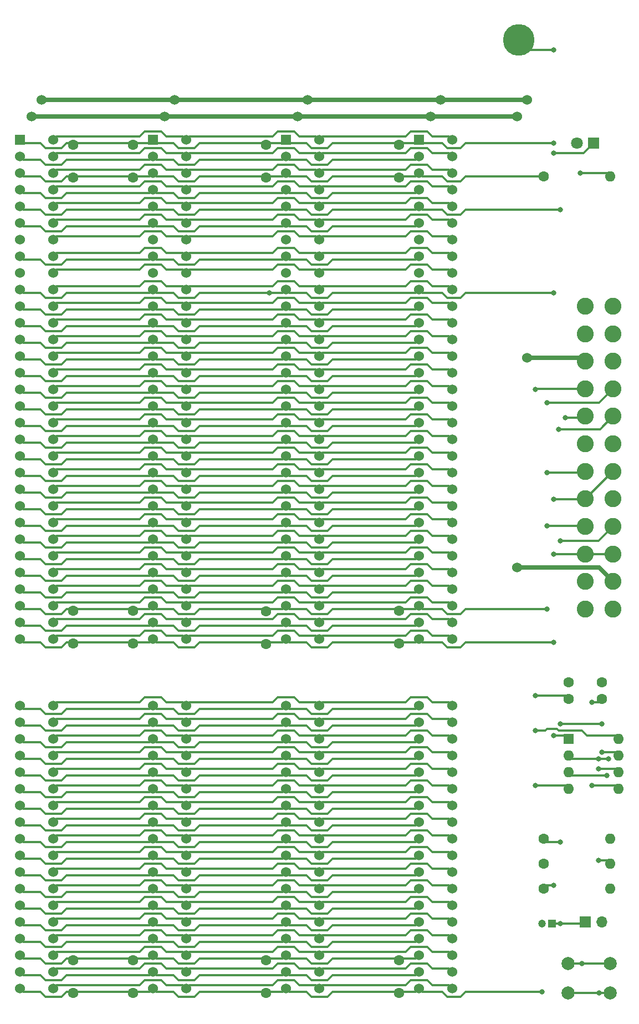
<source format=gbr>
G04 #@! TF.GenerationSoftware,KiCad,Pcbnew,(5.1.8)-1*
G04 #@! TF.CreationDate,2025-02-24T09:12:35-07:00*
G04 #@! TF.ProjectId,Backplane,4261636b-706c-4616-9e65-2e6b69636164,rev?*
G04 #@! TF.SameCoordinates,Original*
G04 #@! TF.FileFunction,Copper,L1,Top*
G04 #@! TF.FilePolarity,Positive*
%FSLAX46Y46*%
G04 Gerber Fmt 4.6, Leading zero omitted, Abs format (unit mm)*
G04 Created by KiCad (PCBNEW (5.1.8)-1) date 2025-02-24 09:12:35*
%MOMM*%
%LPD*%
G01*
G04 APERTURE LIST*
G04 #@! TA.AperFunction,ComponentPad*
%ADD10C,1.524000*%
G04 #@! TD*
G04 #@! TA.AperFunction,ComponentPad*
%ADD11O,1.600000X1.600000*%
G04 #@! TD*
G04 #@! TA.AperFunction,ComponentPad*
%ADD12R,1.600000X1.600000*%
G04 #@! TD*
G04 #@! TA.AperFunction,ComponentPad*
%ADD13C,1.800000*%
G04 #@! TD*
G04 #@! TA.AperFunction,ComponentPad*
%ADD14R,1.800000X1.800000*%
G04 #@! TD*
G04 #@! TA.AperFunction,ComponentPad*
%ADD15C,1.600000*%
G04 #@! TD*
G04 #@! TA.AperFunction,ComponentPad*
%ADD16R,1.524000X1.524000*%
G04 #@! TD*
G04 #@! TA.AperFunction,ComponentPad*
%ADD17C,1.200000*%
G04 #@! TD*
G04 #@! TA.AperFunction,ComponentPad*
%ADD18R,1.200000X1.200000*%
G04 #@! TD*
G04 #@! TA.AperFunction,ComponentPad*
%ADD19O,1.700000X1.700000*%
G04 #@! TD*
G04 #@! TA.AperFunction,ComponentPad*
%ADD20R,1.700000X1.700000*%
G04 #@! TD*
G04 #@! TA.AperFunction,ComponentPad*
%ADD21C,2.000000*%
G04 #@! TD*
G04 #@! TA.AperFunction,ComponentPad*
%ADD22C,4.826000*%
G04 #@! TD*
G04 #@! TA.AperFunction,ComponentPad*
%ADD23C,2.590800*%
G04 #@! TD*
G04 #@! TA.AperFunction,ViaPad*
%ADD24C,0.800000*%
G04 #@! TD*
G04 #@! TA.AperFunction,Conductor*
%ADD25C,0.635000*%
G04 #@! TD*
G04 #@! TA.AperFunction,Conductor*
%ADD26C,0.330200*%
G04 #@! TD*
G04 APERTURE END LIST*
D10*
G04 #@! TO.P,R,1*
G04 #@! TO.N,/12+*
X138430000Y-73914000D03*
G04 #@! TD*
G04 #@! TO.P,R,1*
G04 #@! TO.N,/12-*
X136906000Y-105918000D03*
G04 #@! TD*
G04 #@! TO.P,R,1*
G04 #@! TO.N,/12+*
X138430000Y-34544000D03*
G04 #@! TD*
G04 #@! TO.P,R,1*
G04 #@! TO.N,/12-*
X136906000Y-37084000D03*
G04 #@! TD*
D11*
G04 #@! TO.P,U1,8*
G04 #@! TO.N,/5+SB*
X152400000Y-132080000D03*
G04 #@! TO.P,U1,4*
X144780000Y-139700000D03*
G04 #@! TO.P,U1,7*
G04 #@! TO.N,/POWER_ON*
X152400000Y-134620000D03*
G04 #@! TO.P,U1,3*
G04 #@! TO.N,/OUT*
X144780000Y-137160000D03*
G04 #@! TO.P,U1,6*
G04 #@! TO.N,/BUTTON_OUTPUT*
X152400000Y-137160000D03*
G04 #@! TO.P,U1,2*
X144780000Y-134620000D03*
G04 #@! TO.P,U1,5*
G04 #@! TO.N,/CVOLT*
X152400000Y-139700000D03*
D12*
G04 #@! TO.P,U1,1*
G04 #@! TO.N,/GND*
X144780000Y-132080000D03*
G04 #@! TD*
D13*
G04 #@! TO.P,D1,2*
G04 #@! TO.N,/LEDR*
X146050000Y-41148000D03*
D14*
G04 #@! TO.P,D1,1*
G04 #@! TO.N,/GND*
X148590000Y-41148000D03*
G04 #@! TD*
D11*
G04 #@! TO.P,R4,2*
G04 #@! TO.N,/LEDR*
X151130000Y-46228000D03*
D15*
G04 #@! TO.P,R4,1*
G04 #@! TO.N,/5+*
X140970000Y-46228000D03*
G04 #@! TD*
D11*
G04 #@! TO.P,R3,2*
G04 #@! TO.N,/OUT*
X151130000Y-147320000D03*
D15*
G04 #@! TO.P,R3,1*
G04 #@! TO.N,/BUTTON_INPUT*
X140970000Y-147320000D03*
G04 #@! TD*
D11*
G04 #@! TO.P,R2,2*
G04 #@! TO.N,/BUTTON_OUTPUT*
X151130000Y-151130000D03*
D15*
G04 #@! TO.P,R2,1*
G04 #@! TO.N,/5+SB*
X140970000Y-151130000D03*
G04 #@! TD*
D10*
G04 #@! TO.P,ISA4,98*
G04 #@! TO.N,/D15*
X66040000Y-170180000D03*
G04 #@! TO.P,ISA4,97*
G04 #@! TO.N,/D14*
X66040000Y-167640000D03*
G04 #@! TO.P,ISA4,96*
G04 #@! TO.N,/D13*
X66040000Y-165100000D03*
G04 #@! TO.P,ISA4,95*
G04 #@! TO.N,/D12*
X66040000Y-162560000D03*
G04 #@! TO.P,ISA4,94*
G04 #@! TO.N,/D11*
X66040000Y-160020000D03*
G04 #@! TO.P,ISA4,93*
G04 #@! TO.N,/D10*
X66040000Y-157480000D03*
G04 #@! TO.P,ISA4,92*
G04 #@! TO.N,/D9*
X66040000Y-154940000D03*
G04 #@! TO.P,ISA4,91*
G04 #@! TO.N,/D8*
X66040000Y-152400000D03*
G04 #@! TO.P,ISA4,90*
G04 #@! TO.N,/MEMW*
X66040000Y-149860000D03*
G04 #@! TO.P,ISA4,89*
G04 #@! TO.N,/MEMR*
X66040000Y-147320000D03*
G04 #@! TO.P,ISA4,88*
G04 #@! TO.N,/LA17*
X66040000Y-144780000D03*
G04 #@! TO.P,ISA4,87*
G04 #@! TO.N,/LA18*
X66040000Y-142240000D03*
G04 #@! TO.P,ISA4,86*
G04 #@! TO.N,/LA19*
X66040000Y-139700000D03*
G04 #@! TO.P,ISA4,85*
G04 #@! TO.N,/LA20*
X66040000Y-137160000D03*
G04 #@! TO.P,ISA4,84*
G04 #@! TO.N,/LA21*
X66040000Y-134620000D03*
G04 #@! TO.P,ISA4,83*
G04 #@! TO.N,/LA22*
X66040000Y-132080000D03*
G04 #@! TO.P,ISA4,82*
G04 #@! TO.N,/LA23*
X66040000Y-129540000D03*
G04 #@! TO.P,ISA4,81*
G04 #@! TO.N,/SBHE*
X66040000Y-127000000D03*
G04 #@! TO.P,ISA4,80*
G04 #@! TO.N,/GND*
X60960000Y-170180000D03*
G04 #@! TO.P,ISA4,79*
G04 #@! TO.N,/MASTER*
X60960000Y-167640000D03*
G04 #@! TO.P,ISA4,78*
G04 #@! TO.N,/5+*
X60960000Y-165100000D03*
G04 #@! TO.P,ISA4,77*
G04 #@! TO.N,/DRQ7*
X60960000Y-162560000D03*
G04 #@! TO.P,ISA4,76*
G04 #@! TO.N,/DACK7*
X60960000Y-160020000D03*
G04 #@! TO.P,ISA4,75*
G04 #@! TO.N,/DRQ6*
X60960000Y-157480000D03*
G04 #@! TO.P,ISA4,74*
G04 #@! TO.N,/DACK6*
X60960000Y-154940000D03*
G04 #@! TO.P,ISA4,73*
G04 #@! TO.N,/DRQ5*
X60960000Y-152400000D03*
G04 #@! TO.P,ISA4,72*
G04 #@! TO.N,/DACK5*
X60960000Y-149860000D03*
G04 #@! TO.P,ISA4,71*
G04 #@! TO.N,/DRQ0*
X60960000Y-147320000D03*
G04 #@! TO.P,ISA4,70*
G04 #@! TO.N,/DACK0*
X60960000Y-144780000D03*
G04 #@! TO.P,ISA4,69*
G04 #@! TO.N,/IRQ14*
X60960000Y-142240000D03*
G04 #@! TO.P,ISA4,68*
G04 #@! TO.N,/IRQ15*
X60960000Y-139700000D03*
G04 #@! TO.P,ISA4,67*
G04 #@! TO.N,/IRQ12*
X60960000Y-137160000D03*
G04 #@! TO.P,ISA4,66*
G04 #@! TO.N,/IRQ11*
X60960000Y-134620000D03*
G04 #@! TO.P,ISA4,65*
G04 #@! TO.N,/IRQ10*
X60960000Y-132080000D03*
G04 #@! TO.P,ISA4,64*
G04 #@! TO.N,/IOCS16*
X60960000Y-129540000D03*
G04 #@! TO.P,ISA4,63*
G04 #@! TO.N,/MEMCS16*
X60960000Y-127000000D03*
G04 #@! TO.P,ISA4,62*
G04 #@! TO.N,/A0*
X66040000Y-116840000D03*
G04 #@! TO.P,ISA4,61*
G04 #@! TO.N,/A1*
X66040000Y-114300000D03*
G04 #@! TO.P,ISA4,60*
G04 #@! TO.N,/A2*
X66040000Y-111760000D03*
G04 #@! TO.P,ISA4,59*
G04 #@! TO.N,/A3*
X66040000Y-109220000D03*
G04 #@! TO.P,ISA4,58*
G04 #@! TO.N,/A4*
X66040000Y-106680000D03*
G04 #@! TO.P,ISA4,57*
G04 #@! TO.N,/A5*
X66040000Y-104140000D03*
G04 #@! TO.P,ISA4,56*
G04 #@! TO.N,/A6*
X66040000Y-101600000D03*
G04 #@! TO.P,ISA4,55*
G04 #@! TO.N,/A7*
X66040000Y-99060000D03*
G04 #@! TO.P,ISA4,54*
G04 #@! TO.N,/A8*
X66040000Y-96520000D03*
G04 #@! TO.P,ISA4,53*
G04 #@! TO.N,/A9*
X66040000Y-93980000D03*
G04 #@! TO.P,ISA4,52*
G04 #@! TO.N,/A10*
X66040000Y-91440000D03*
G04 #@! TO.P,ISA4,51*
G04 #@! TO.N,/A11*
X66040000Y-88900000D03*
G04 #@! TO.P,ISA4,50*
G04 #@! TO.N,/A12*
X66040000Y-86360000D03*
G04 #@! TO.P,ISA4,49*
G04 #@! TO.N,/A13*
X66040000Y-83820000D03*
G04 #@! TO.P,ISA4,48*
G04 #@! TO.N,/A14*
X66040000Y-81280000D03*
G04 #@! TO.P,ISA4,47*
G04 #@! TO.N,/A15*
X66040000Y-78740000D03*
G04 #@! TO.P,ISA4,46*
G04 #@! TO.N,/A16*
X66040000Y-76200000D03*
G04 #@! TO.P,ISA4,45*
G04 #@! TO.N,/A17*
X66040000Y-73660000D03*
G04 #@! TO.P,ISA4,44*
G04 #@! TO.N,/A18*
X66040000Y-71120000D03*
G04 #@! TO.P,ISA4,43*
G04 #@! TO.N,/A19*
X66040000Y-68580000D03*
G04 #@! TO.P,ISA4,42*
G04 #@! TO.N,/AEN*
X66040000Y-66040000D03*
G04 #@! TO.P,ISA4,41*
G04 #@! TO.N,/IO_READY*
X66040000Y-63500000D03*
G04 #@! TO.P,ISA4,40*
G04 #@! TO.N,/D0*
X66040000Y-60960000D03*
G04 #@! TO.P,ISA4,39*
G04 #@! TO.N,/D1*
X66040000Y-58420000D03*
G04 #@! TO.P,ISA4,38*
G04 #@! TO.N,/D2*
X66040000Y-55880000D03*
G04 #@! TO.P,ISA4,37*
G04 #@! TO.N,/D3*
X66040000Y-53340000D03*
G04 #@! TO.P,ISA4,36*
G04 #@! TO.N,/D4*
X66040000Y-50800000D03*
G04 #@! TO.P,ISA4,35*
G04 #@! TO.N,/D5*
X66040000Y-48260000D03*
G04 #@! TO.P,ISA4,34*
G04 #@! TO.N,/D6*
X66040000Y-45720000D03*
G04 #@! TO.P,ISA4,33*
G04 #@! TO.N,/D7*
X66040000Y-43180000D03*
G04 #@! TO.P,ISA4,32*
G04 #@! TO.N,/IO*
X66040000Y-40640000D03*
G04 #@! TO.P,ISA4,31*
G04 #@! TO.N,/GND*
X60960000Y-116840000D03*
G04 #@! TO.P,ISA4,30*
G04 #@! TO.N,/OSC*
X60960000Y-114300000D03*
G04 #@! TO.P,ISA4,29*
G04 #@! TO.N,/5+*
X60960000Y-111760000D03*
G04 #@! TO.P,ISA4,28*
G04 #@! TO.N,/ALE*
X60960000Y-109220000D03*
G04 #@! TO.P,ISA4,27*
G04 #@! TO.N,/TC*
X60960000Y-106680000D03*
G04 #@! TO.P,ISA4,26*
G04 #@! TO.N,/DACK2*
X60960000Y-104140000D03*
G04 #@! TO.P,ISA4,25*
G04 #@! TO.N,/IRQ3*
X60960000Y-101600000D03*
G04 #@! TO.P,ISA4,24*
G04 #@! TO.N,/IRQ4*
X60960000Y-99060000D03*
G04 #@! TO.P,ISA4,23*
G04 #@! TO.N,/IRQ5*
X60960000Y-96520000D03*
G04 #@! TO.P,ISA4,22*
G04 #@! TO.N,/IRQ6*
X60960000Y-93980000D03*
G04 #@! TO.P,ISA4,21*
G04 #@! TO.N,/IRQ7*
X60960000Y-91440000D03*
G04 #@! TO.P,ISA4,20*
G04 #@! TO.N,/CLK*
X60960000Y-88900000D03*
G04 #@! TO.P,ISA4,19*
G04 #@! TO.N,/REF*
X60960000Y-86360000D03*
G04 #@! TO.P,ISA4,18*
G04 #@! TO.N,/DRQ1*
X60960000Y-83820000D03*
G04 #@! TO.P,ISA4,17*
G04 #@! TO.N,/DACK1*
X60960000Y-81280000D03*
G04 #@! TO.P,ISA4,16*
G04 #@! TO.N,/DRQ3*
X60960000Y-78740000D03*
G04 #@! TO.P,ISA4,15*
G04 #@! TO.N,/DACK3*
X60960000Y-76200000D03*
G04 #@! TO.P,ISA4,14*
G04 #@! TO.N,/IOR*
X60960000Y-73660000D03*
G04 #@! TO.P,ISA4,13*
G04 #@! TO.N,/IOW*
X60960000Y-71120000D03*
G04 #@! TO.P,ISA4,12*
G04 #@! TO.N,/SMEMR*
X60960000Y-68580000D03*
G04 #@! TO.P,ISA4,11*
G04 #@! TO.N,/SMEMW*
X60960000Y-66040000D03*
G04 #@! TO.P,ISA4,10*
G04 #@! TO.N,/GND*
X60960000Y-63500000D03*
G04 #@! TO.P,ISA4,9*
G04 #@! TO.N,/12+*
X60960000Y-60960000D03*
G04 #@! TO.P,ISA4,8*
G04 #@! TO.N,/NC*
X60960000Y-58420000D03*
G04 #@! TO.P,ISA4,7*
G04 #@! TO.N,/12-*
X60960000Y-55880000D03*
G04 #@! TO.P,ISA4,6*
G04 #@! TO.N,/DRQ2*
X60960000Y-53340000D03*
G04 #@! TO.P,ISA4,5*
G04 #@! TO.N,/5-*
X60960000Y-50800000D03*
G04 #@! TO.P,ISA4,4*
G04 #@! TO.N,/IRQ2*
X60960000Y-48260000D03*
G04 #@! TO.P,ISA4,3*
G04 #@! TO.N,/5+*
X60960000Y-45720000D03*
G04 #@! TO.P,ISA4,2*
G04 #@! TO.N,/RESET*
X60960000Y-43180000D03*
D16*
G04 #@! TO.P,ISA4,1*
G04 #@! TO.N,/GND*
X60960000Y-40640000D03*
G04 #@! TD*
D10*
G04 #@! TO.P,ISA3,98*
G04 #@! TO.N,/D15*
X86360000Y-170180000D03*
G04 #@! TO.P,ISA3,97*
G04 #@! TO.N,/D14*
X86360000Y-167640000D03*
G04 #@! TO.P,ISA3,96*
G04 #@! TO.N,/D13*
X86360000Y-165100000D03*
G04 #@! TO.P,ISA3,95*
G04 #@! TO.N,/D12*
X86360000Y-162560000D03*
G04 #@! TO.P,ISA3,94*
G04 #@! TO.N,/D11*
X86360000Y-160020000D03*
G04 #@! TO.P,ISA3,93*
G04 #@! TO.N,/D10*
X86360000Y-157480000D03*
G04 #@! TO.P,ISA3,92*
G04 #@! TO.N,/D9*
X86360000Y-154940000D03*
G04 #@! TO.P,ISA3,91*
G04 #@! TO.N,/D8*
X86360000Y-152400000D03*
G04 #@! TO.P,ISA3,90*
G04 #@! TO.N,/MEMW*
X86360000Y-149860000D03*
G04 #@! TO.P,ISA3,89*
G04 #@! TO.N,/MEMR*
X86360000Y-147320000D03*
G04 #@! TO.P,ISA3,88*
G04 #@! TO.N,/LA17*
X86360000Y-144780000D03*
G04 #@! TO.P,ISA3,87*
G04 #@! TO.N,/LA18*
X86360000Y-142240000D03*
G04 #@! TO.P,ISA3,86*
G04 #@! TO.N,/LA19*
X86360000Y-139700000D03*
G04 #@! TO.P,ISA3,85*
G04 #@! TO.N,/LA20*
X86360000Y-137160000D03*
G04 #@! TO.P,ISA3,84*
G04 #@! TO.N,/LA21*
X86360000Y-134620000D03*
G04 #@! TO.P,ISA3,83*
G04 #@! TO.N,/LA22*
X86360000Y-132080000D03*
G04 #@! TO.P,ISA3,82*
G04 #@! TO.N,/LA23*
X86360000Y-129540000D03*
G04 #@! TO.P,ISA3,81*
G04 #@! TO.N,/SBHE*
X86360000Y-127000000D03*
G04 #@! TO.P,ISA3,80*
G04 #@! TO.N,/GND*
X81280000Y-170180000D03*
G04 #@! TO.P,ISA3,79*
G04 #@! TO.N,/MASTER*
X81280000Y-167640000D03*
G04 #@! TO.P,ISA3,78*
G04 #@! TO.N,/5+*
X81280000Y-165100000D03*
G04 #@! TO.P,ISA3,77*
G04 #@! TO.N,/DRQ7*
X81280000Y-162560000D03*
G04 #@! TO.P,ISA3,76*
G04 #@! TO.N,/DACK7*
X81280000Y-160020000D03*
G04 #@! TO.P,ISA3,75*
G04 #@! TO.N,/DRQ6*
X81280000Y-157480000D03*
G04 #@! TO.P,ISA3,74*
G04 #@! TO.N,/DACK6*
X81280000Y-154940000D03*
G04 #@! TO.P,ISA3,73*
G04 #@! TO.N,/DRQ5*
X81280000Y-152400000D03*
G04 #@! TO.P,ISA3,72*
G04 #@! TO.N,/DACK5*
X81280000Y-149860000D03*
G04 #@! TO.P,ISA3,71*
G04 #@! TO.N,/DRQ0*
X81280000Y-147320000D03*
G04 #@! TO.P,ISA3,70*
G04 #@! TO.N,/DACK0*
X81280000Y-144780000D03*
G04 #@! TO.P,ISA3,69*
G04 #@! TO.N,/IRQ14*
X81280000Y-142240000D03*
G04 #@! TO.P,ISA3,68*
G04 #@! TO.N,/IRQ15*
X81280000Y-139700000D03*
G04 #@! TO.P,ISA3,67*
G04 #@! TO.N,/IRQ12*
X81280000Y-137160000D03*
G04 #@! TO.P,ISA3,66*
G04 #@! TO.N,/IRQ11*
X81280000Y-134620000D03*
G04 #@! TO.P,ISA3,65*
G04 #@! TO.N,/IRQ10*
X81280000Y-132080000D03*
G04 #@! TO.P,ISA3,64*
G04 #@! TO.N,/IOCS16*
X81280000Y-129540000D03*
G04 #@! TO.P,ISA3,63*
G04 #@! TO.N,/MEMCS16*
X81280000Y-127000000D03*
G04 #@! TO.P,ISA3,62*
G04 #@! TO.N,/A0*
X86360000Y-116840000D03*
G04 #@! TO.P,ISA3,61*
G04 #@! TO.N,/A1*
X86360000Y-114300000D03*
G04 #@! TO.P,ISA3,60*
G04 #@! TO.N,/A2*
X86360000Y-111760000D03*
G04 #@! TO.P,ISA3,59*
G04 #@! TO.N,/A3*
X86360000Y-109220000D03*
G04 #@! TO.P,ISA3,58*
G04 #@! TO.N,/A4*
X86360000Y-106680000D03*
G04 #@! TO.P,ISA3,57*
G04 #@! TO.N,/A5*
X86360000Y-104140000D03*
G04 #@! TO.P,ISA3,56*
G04 #@! TO.N,/A6*
X86360000Y-101600000D03*
G04 #@! TO.P,ISA3,55*
G04 #@! TO.N,/A7*
X86360000Y-99060000D03*
G04 #@! TO.P,ISA3,54*
G04 #@! TO.N,/A8*
X86360000Y-96520000D03*
G04 #@! TO.P,ISA3,53*
G04 #@! TO.N,/A9*
X86360000Y-93980000D03*
G04 #@! TO.P,ISA3,52*
G04 #@! TO.N,/A10*
X86360000Y-91440000D03*
G04 #@! TO.P,ISA3,51*
G04 #@! TO.N,/A11*
X86360000Y-88900000D03*
G04 #@! TO.P,ISA3,50*
G04 #@! TO.N,/A12*
X86360000Y-86360000D03*
G04 #@! TO.P,ISA3,49*
G04 #@! TO.N,/A13*
X86360000Y-83820000D03*
G04 #@! TO.P,ISA3,48*
G04 #@! TO.N,/A14*
X86360000Y-81280000D03*
G04 #@! TO.P,ISA3,47*
G04 #@! TO.N,/A15*
X86360000Y-78740000D03*
G04 #@! TO.P,ISA3,46*
G04 #@! TO.N,/A16*
X86360000Y-76200000D03*
G04 #@! TO.P,ISA3,45*
G04 #@! TO.N,/A17*
X86360000Y-73660000D03*
G04 #@! TO.P,ISA3,44*
G04 #@! TO.N,/A18*
X86360000Y-71120000D03*
G04 #@! TO.P,ISA3,43*
G04 #@! TO.N,/A19*
X86360000Y-68580000D03*
G04 #@! TO.P,ISA3,42*
G04 #@! TO.N,/AEN*
X86360000Y-66040000D03*
G04 #@! TO.P,ISA3,41*
G04 #@! TO.N,/IO_READY*
X86360000Y-63500000D03*
G04 #@! TO.P,ISA3,40*
G04 #@! TO.N,/D0*
X86360000Y-60960000D03*
G04 #@! TO.P,ISA3,39*
G04 #@! TO.N,/D1*
X86360000Y-58420000D03*
G04 #@! TO.P,ISA3,38*
G04 #@! TO.N,/D2*
X86360000Y-55880000D03*
G04 #@! TO.P,ISA3,37*
G04 #@! TO.N,/D3*
X86360000Y-53340000D03*
G04 #@! TO.P,ISA3,36*
G04 #@! TO.N,/D4*
X86360000Y-50800000D03*
G04 #@! TO.P,ISA3,35*
G04 #@! TO.N,/D5*
X86360000Y-48260000D03*
G04 #@! TO.P,ISA3,34*
G04 #@! TO.N,/D6*
X86360000Y-45720000D03*
G04 #@! TO.P,ISA3,33*
G04 #@! TO.N,/D7*
X86360000Y-43180000D03*
G04 #@! TO.P,ISA3,32*
G04 #@! TO.N,/IO*
X86360000Y-40640000D03*
G04 #@! TO.P,ISA3,31*
G04 #@! TO.N,/GND*
X81280000Y-116840000D03*
G04 #@! TO.P,ISA3,30*
G04 #@! TO.N,/OSC*
X81280000Y-114300000D03*
G04 #@! TO.P,ISA3,29*
G04 #@! TO.N,/5+*
X81280000Y-111760000D03*
G04 #@! TO.P,ISA3,28*
G04 #@! TO.N,/ALE*
X81280000Y-109220000D03*
G04 #@! TO.P,ISA3,27*
G04 #@! TO.N,/TC*
X81280000Y-106680000D03*
G04 #@! TO.P,ISA3,26*
G04 #@! TO.N,/DACK2*
X81280000Y-104140000D03*
G04 #@! TO.P,ISA3,25*
G04 #@! TO.N,/IRQ3*
X81280000Y-101600000D03*
G04 #@! TO.P,ISA3,24*
G04 #@! TO.N,/IRQ4*
X81280000Y-99060000D03*
G04 #@! TO.P,ISA3,23*
G04 #@! TO.N,/IRQ5*
X81280000Y-96520000D03*
G04 #@! TO.P,ISA3,22*
G04 #@! TO.N,/IRQ6*
X81280000Y-93980000D03*
G04 #@! TO.P,ISA3,21*
G04 #@! TO.N,/IRQ7*
X81280000Y-91440000D03*
G04 #@! TO.P,ISA3,20*
G04 #@! TO.N,/CLK*
X81280000Y-88900000D03*
G04 #@! TO.P,ISA3,19*
G04 #@! TO.N,/REF*
X81280000Y-86360000D03*
G04 #@! TO.P,ISA3,18*
G04 #@! TO.N,/DRQ1*
X81280000Y-83820000D03*
G04 #@! TO.P,ISA3,17*
G04 #@! TO.N,/DACK1*
X81280000Y-81280000D03*
G04 #@! TO.P,ISA3,16*
G04 #@! TO.N,/DRQ3*
X81280000Y-78740000D03*
G04 #@! TO.P,ISA3,15*
G04 #@! TO.N,/DACK3*
X81280000Y-76200000D03*
G04 #@! TO.P,ISA3,14*
G04 #@! TO.N,/IOR*
X81280000Y-73660000D03*
G04 #@! TO.P,ISA3,13*
G04 #@! TO.N,/IOW*
X81280000Y-71120000D03*
G04 #@! TO.P,ISA3,12*
G04 #@! TO.N,/SMEMR*
X81280000Y-68580000D03*
G04 #@! TO.P,ISA3,11*
G04 #@! TO.N,/SMEMW*
X81280000Y-66040000D03*
G04 #@! TO.P,ISA3,10*
G04 #@! TO.N,/GND*
X81280000Y-63500000D03*
G04 #@! TO.P,ISA3,9*
G04 #@! TO.N,/12+*
X81280000Y-60960000D03*
G04 #@! TO.P,ISA3,8*
G04 #@! TO.N,/NC*
X81280000Y-58420000D03*
G04 #@! TO.P,ISA3,7*
G04 #@! TO.N,/12-*
X81280000Y-55880000D03*
G04 #@! TO.P,ISA3,6*
G04 #@! TO.N,/DRQ2*
X81280000Y-53340000D03*
G04 #@! TO.P,ISA3,5*
G04 #@! TO.N,/5-*
X81280000Y-50800000D03*
G04 #@! TO.P,ISA3,4*
G04 #@! TO.N,/IRQ2*
X81280000Y-48260000D03*
G04 #@! TO.P,ISA3,3*
G04 #@! TO.N,/5+*
X81280000Y-45720000D03*
G04 #@! TO.P,ISA3,2*
G04 #@! TO.N,/RESET*
X81280000Y-43180000D03*
D16*
G04 #@! TO.P,ISA3,1*
G04 #@! TO.N,/GND*
X81280000Y-40640000D03*
G04 #@! TD*
D10*
G04 #@! TO.P,ISA2,98*
G04 #@! TO.N,/D15*
X106680000Y-170180000D03*
G04 #@! TO.P,ISA2,97*
G04 #@! TO.N,/D14*
X106680000Y-167640000D03*
G04 #@! TO.P,ISA2,96*
G04 #@! TO.N,/D13*
X106680000Y-165100000D03*
G04 #@! TO.P,ISA2,95*
G04 #@! TO.N,/D12*
X106680000Y-162560000D03*
G04 #@! TO.P,ISA2,94*
G04 #@! TO.N,/D11*
X106680000Y-160020000D03*
G04 #@! TO.P,ISA2,93*
G04 #@! TO.N,/D10*
X106680000Y-157480000D03*
G04 #@! TO.P,ISA2,92*
G04 #@! TO.N,/D9*
X106680000Y-154940000D03*
G04 #@! TO.P,ISA2,91*
G04 #@! TO.N,/D8*
X106680000Y-152400000D03*
G04 #@! TO.P,ISA2,90*
G04 #@! TO.N,/MEMW*
X106680000Y-149860000D03*
G04 #@! TO.P,ISA2,89*
G04 #@! TO.N,/MEMR*
X106680000Y-147320000D03*
G04 #@! TO.P,ISA2,88*
G04 #@! TO.N,/LA17*
X106680000Y-144780000D03*
G04 #@! TO.P,ISA2,87*
G04 #@! TO.N,/LA18*
X106680000Y-142240000D03*
G04 #@! TO.P,ISA2,86*
G04 #@! TO.N,/LA19*
X106680000Y-139700000D03*
G04 #@! TO.P,ISA2,85*
G04 #@! TO.N,/LA20*
X106680000Y-137160000D03*
G04 #@! TO.P,ISA2,84*
G04 #@! TO.N,/LA21*
X106680000Y-134620000D03*
G04 #@! TO.P,ISA2,83*
G04 #@! TO.N,/LA22*
X106680000Y-132080000D03*
G04 #@! TO.P,ISA2,82*
G04 #@! TO.N,/LA23*
X106680000Y-129540000D03*
G04 #@! TO.P,ISA2,81*
G04 #@! TO.N,/SBHE*
X106680000Y-127000000D03*
G04 #@! TO.P,ISA2,80*
G04 #@! TO.N,/GND*
X101600000Y-170180000D03*
G04 #@! TO.P,ISA2,79*
G04 #@! TO.N,/MASTER*
X101600000Y-167640000D03*
G04 #@! TO.P,ISA2,78*
G04 #@! TO.N,/5+*
X101600000Y-165100000D03*
G04 #@! TO.P,ISA2,77*
G04 #@! TO.N,/DRQ7*
X101600000Y-162560000D03*
G04 #@! TO.P,ISA2,76*
G04 #@! TO.N,/DACK7*
X101600000Y-160020000D03*
G04 #@! TO.P,ISA2,75*
G04 #@! TO.N,/DRQ6*
X101600000Y-157480000D03*
G04 #@! TO.P,ISA2,74*
G04 #@! TO.N,/DACK6*
X101600000Y-154940000D03*
G04 #@! TO.P,ISA2,73*
G04 #@! TO.N,/DRQ5*
X101600000Y-152400000D03*
G04 #@! TO.P,ISA2,72*
G04 #@! TO.N,/DACK5*
X101600000Y-149860000D03*
G04 #@! TO.P,ISA2,71*
G04 #@! TO.N,/DRQ0*
X101600000Y-147320000D03*
G04 #@! TO.P,ISA2,70*
G04 #@! TO.N,/DACK0*
X101600000Y-144780000D03*
G04 #@! TO.P,ISA2,69*
G04 #@! TO.N,/IRQ14*
X101600000Y-142240000D03*
G04 #@! TO.P,ISA2,68*
G04 #@! TO.N,/IRQ15*
X101600000Y-139700000D03*
G04 #@! TO.P,ISA2,67*
G04 #@! TO.N,/IRQ12*
X101600000Y-137160000D03*
G04 #@! TO.P,ISA2,66*
G04 #@! TO.N,/IRQ11*
X101600000Y-134620000D03*
G04 #@! TO.P,ISA2,65*
G04 #@! TO.N,/IRQ10*
X101600000Y-132080000D03*
G04 #@! TO.P,ISA2,64*
G04 #@! TO.N,/IOCS16*
X101600000Y-129540000D03*
G04 #@! TO.P,ISA2,63*
G04 #@! TO.N,/MEMCS16*
X101600000Y-127000000D03*
G04 #@! TO.P,ISA2,62*
G04 #@! TO.N,/A0*
X106680000Y-116840000D03*
G04 #@! TO.P,ISA2,61*
G04 #@! TO.N,/A1*
X106680000Y-114300000D03*
G04 #@! TO.P,ISA2,60*
G04 #@! TO.N,/A2*
X106680000Y-111760000D03*
G04 #@! TO.P,ISA2,59*
G04 #@! TO.N,/A3*
X106680000Y-109220000D03*
G04 #@! TO.P,ISA2,58*
G04 #@! TO.N,/A4*
X106680000Y-106680000D03*
G04 #@! TO.P,ISA2,57*
G04 #@! TO.N,/A5*
X106680000Y-104140000D03*
G04 #@! TO.P,ISA2,56*
G04 #@! TO.N,/A6*
X106680000Y-101600000D03*
G04 #@! TO.P,ISA2,55*
G04 #@! TO.N,/A7*
X106680000Y-99060000D03*
G04 #@! TO.P,ISA2,54*
G04 #@! TO.N,/A8*
X106680000Y-96520000D03*
G04 #@! TO.P,ISA2,53*
G04 #@! TO.N,/A9*
X106680000Y-93980000D03*
G04 #@! TO.P,ISA2,52*
G04 #@! TO.N,/A10*
X106680000Y-91440000D03*
G04 #@! TO.P,ISA2,51*
G04 #@! TO.N,/A11*
X106680000Y-88900000D03*
G04 #@! TO.P,ISA2,50*
G04 #@! TO.N,/A12*
X106680000Y-86360000D03*
G04 #@! TO.P,ISA2,49*
G04 #@! TO.N,/A13*
X106680000Y-83820000D03*
G04 #@! TO.P,ISA2,48*
G04 #@! TO.N,/A14*
X106680000Y-81280000D03*
G04 #@! TO.P,ISA2,47*
G04 #@! TO.N,/A15*
X106680000Y-78740000D03*
G04 #@! TO.P,ISA2,46*
G04 #@! TO.N,/A16*
X106680000Y-76200000D03*
G04 #@! TO.P,ISA2,45*
G04 #@! TO.N,/A17*
X106680000Y-73660000D03*
G04 #@! TO.P,ISA2,44*
G04 #@! TO.N,/A18*
X106680000Y-71120000D03*
G04 #@! TO.P,ISA2,43*
G04 #@! TO.N,/A19*
X106680000Y-68580000D03*
G04 #@! TO.P,ISA2,42*
G04 #@! TO.N,/AEN*
X106680000Y-66040000D03*
G04 #@! TO.P,ISA2,41*
G04 #@! TO.N,/IO_READY*
X106680000Y-63500000D03*
G04 #@! TO.P,ISA2,40*
G04 #@! TO.N,/D0*
X106680000Y-60960000D03*
G04 #@! TO.P,ISA2,39*
G04 #@! TO.N,/D1*
X106680000Y-58420000D03*
G04 #@! TO.P,ISA2,38*
G04 #@! TO.N,/D2*
X106680000Y-55880000D03*
G04 #@! TO.P,ISA2,37*
G04 #@! TO.N,/D3*
X106680000Y-53340000D03*
G04 #@! TO.P,ISA2,36*
G04 #@! TO.N,/D4*
X106680000Y-50800000D03*
G04 #@! TO.P,ISA2,35*
G04 #@! TO.N,/D5*
X106680000Y-48260000D03*
G04 #@! TO.P,ISA2,34*
G04 #@! TO.N,/D6*
X106680000Y-45720000D03*
G04 #@! TO.P,ISA2,33*
G04 #@! TO.N,/D7*
X106680000Y-43180000D03*
G04 #@! TO.P,ISA2,32*
G04 #@! TO.N,/IO*
X106680000Y-40640000D03*
G04 #@! TO.P,ISA2,31*
G04 #@! TO.N,/GND*
X101600000Y-116840000D03*
G04 #@! TO.P,ISA2,30*
G04 #@! TO.N,/OSC*
X101600000Y-114300000D03*
G04 #@! TO.P,ISA2,29*
G04 #@! TO.N,/5+*
X101600000Y-111760000D03*
G04 #@! TO.P,ISA2,28*
G04 #@! TO.N,/ALE*
X101600000Y-109220000D03*
G04 #@! TO.P,ISA2,27*
G04 #@! TO.N,/TC*
X101600000Y-106680000D03*
G04 #@! TO.P,ISA2,26*
G04 #@! TO.N,/DACK2*
X101600000Y-104140000D03*
G04 #@! TO.P,ISA2,25*
G04 #@! TO.N,/IRQ3*
X101600000Y-101600000D03*
G04 #@! TO.P,ISA2,24*
G04 #@! TO.N,/IRQ4*
X101600000Y-99060000D03*
G04 #@! TO.P,ISA2,23*
G04 #@! TO.N,/IRQ5*
X101600000Y-96520000D03*
G04 #@! TO.P,ISA2,22*
G04 #@! TO.N,/IRQ6*
X101600000Y-93980000D03*
G04 #@! TO.P,ISA2,21*
G04 #@! TO.N,/IRQ7*
X101600000Y-91440000D03*
G04 #@! TO.P,ISA2,20*
G04 #@! TO.N,/CLK*
X101600000Y-88900000D03*
G04 #@! TO.P,ISA2,19*
G04 #@! TO.N,/REF*
X101600000Y-86360000D03*
G04 #@! TO.P,ISA2,18*
G04 #@! TO.N,/DRQ1*
X101600000Y-83820000D03*
G04 #@! TO.P,ISA2,17*
G04 #@! TO.N,/DACK1*
X101600000Y-81280000D03*
G04 #@! TO.P,ISA2,16*
G04 #@! TO.N,/DRQ3*
X101600000Y-78740000D03*
G04 #@! TO.P,ISA2,15*
G04 #@! TO.N,/DACK3*
X101600000Y-76200000D03*
G04 #@! TO.P,ISA2,14*
G04 #@! TO.N,/IOR*
X101600000Y-73660000D03*
G04 #@! TO.P,ISA2,13*
G04 #@! TO.N,/IOW*
X101600000Y-71120000D03*
G04 #@! TO.P,ISA2,12*
G04 #@! TO.N,/SMEMR*
X101600000Y-68580000D03*
G04 #@! TO.P,ISA2,11*
G04 #@! TO.N,/SMEMW*
X101600000Y-66040000D03*
G04 #@! TO.P,ISA2,10*
G04 #@! TO.N,/GND*
X101600000Y-63500000D03*
G04 #@! TO.P,ISA2,9*
G04 #@! TO.N,/12+*
X101600000Y-60960000D03*
G04 #@! TO.P,ISA2,8*
G04 #@! TO.N,/NC*
X101600000Y-58420000D03*
G04 #@! TO.P,ISA2,7*
G04 #@! TO.N,/12-*
X101600000Y-55880000D03*
G04 #@! TO.P,ISA2,6*
G04 #@! TO.N,/DRQ2*
X101600000Y-53340000D03*
G04 #@! TO.P,ISA2,5*
G04 #@! TO.N,/5-*
X101600000Y-50800000D03*
G04 #@! TO.P,ISA2,4*
G04 #@! TO.N,/IRQ2*
X101600000Y-48260000D03*
G04 #@! TO.P,ISA2,3*
G04 #@! TO.N,/5+*
X101600000Y-45720000D03*
G04 #@! TO.P,ISA2,2*
G04 #@! TO.N,/RESET*
X101600000Y-43180000D03*
D16*
G04 #@! TO.P,ISA2,1*
G04 #@! TO.N,/GND*
X101600000Y-40640000D03*
G04 #@! TD*
D15*
G04 #@! TO.P,C15,2*
G04 #@! TO.N,/BUTTON_OUTPUT*
X149780000Y-123444000D03*
G04 #@! TO.P,C15,1*
G04 #@! TO.N,/POWER_GOOD*
X144780000Y-123444000D03*
G04 #@! TD*
G04 #@! TO.P,C14,2*
G04 #@! TO.N,/5+SB*
X144780000Y-125984000D03*
G04 #@! TO.P,C14,1*
G04 #@! TO.N,/CVOLT*
X149780000Y-125984000D03*
G04 #@! TD*
D17*
G04 #@! TO.P,C13,2*
G04 #@! TO.N,/GND*
X140716000Y-160274000D03*
D18*
G04 #@! TO.P,C13,1*
G04 #@! TO.N,/BUTTON_INPUT*
X142216000Y-160274000D03*
G04 #@! TD*
D15*
G04 #@! TO.P,C12,2*
G04 #@! TO.N,/5+*
X69088000Y-165862000D03*
G04 #@! TO.P,C12,1*
G04 #@! TO.N,/GND*
X69088000Y-170862000D03*
G04 #@! TD*
G04 #@! TO.P,C11,2*
G04 #@! TO.N,/5+*
X69088000Y-112522000D03*
G04 #@! TO.P,C11,1*
G04 #@! TO.N,/GND*
X69088000Y-117522000D03*
G04 #@! TD*
G04 #@! TO.P,C10,2*
G04 #@! TO.N,/5+*
X69088000Y-46402000D03*
G04 #@! TO.P,C10,1*
G04 #@! TO.N,/GND*
X69088000Y-41402000D03*
G04 #@! TD*
G04 #@! TO.P,C9,2*
G04 #@! TO.N,/5+*
X78232000Y-165862000D03*
G04 #@! TO.P,C9,1*
G04 #@! TO.N,/GND*
X78232000Y-170862000D03*
G04 #@! TD*
G04 #@! TO.P,C8,2*
G04 #@! TO.N,/5+*
X78232000Y-112522000D03*
G04 #@! TO.P,C8,1*
G04 #@! TO.N,/GND*
X78232000Y-117522000D03*
G04 #@! TD*
G04 #@! TO.P,C7,2*
G04 #@! TO.N,/5+*
X78232000Y-46402000D03*
G04 #@! TO.P,C7,1*
G04 #@! TO.N,/GND*
X78232000Y-41402000D03*
G04 #@! TD*
G04 #@! TO.P,C6,2*
G04 #@! TO.N,/5+*
X98552000Y-165862000D03*
G04 #@! TO.P,C6,1*
G04 #@! TO.N,/GND*
X98552000Y-170862000D03*
G04 #@! TD*
G04 #@! TO.P,C5,2*
G04 #@! TO.N,/5+*
X98552000Y-112602000D03*
G04 #@! TO.P,C5,1*
G04 #@! TO.N,/GND*
X98552000Y-117602000D03*
G04 #@! TD*
G04 #@! TO.P,C4,2*
G04 #@! TO.N,/5+*
X98552000Y-46402000D03*
G04 #@! TO.P,C4,1*
G04 #@! TO.N,/GND*
X98552000Y-41402000D03*
G04 #@! TD*
G04 #@! TO.P,C3,2*
G04 #@! TO.N,/5+*
X118872000Y-165862000D03*
G04 #@! TO.P,C3,1*
G04 #@! TO.N,/GND*
X118872000Y-170862000D03*
G04 #@! TD*
G04 #@! TO.P,C2,2*
G04 #@! TO.N,/5+*
X118872000Y-112522000D03*
G04 #@! TO.P,C2,1*
G04 #@! TO.N,/GND*
X118872000Y-117522000D03*
G04 #@! TD*
D11*
G04 #@! TO.P,R1,2*
G04 #@! TO.N,/BUTTON_OUTPUT*
X151130000Y-154940000D03*
D15*
G04 #@! TO.P,R1,1*
G04 #@! TO.N,/GND*
X140970000Y-154940000D03*
G04 #@! TD*
D19*
G04 #@! TO.P,J8,2*
G04 #@! TO.N,/BUTTON_OUTPUT*
X149860000Y-160020000D03*
D20*
G04 #@! TO.P,J8,1*
G04 #@! TO.N,/BUTTON_INPUT*
X147320000Y-160020000D03*
G04 #@! TD*
D21*
G04 #@! TO.P,SW1,1*
G04 #@! TO.N,/BUTTON_INPUT*
X151130000Y-166370000D03*
G04 #@! TO.P,SW1,2*
G04 #@! TO.N,/BUTTON_OUTPUT*
X151130000Y-170870000D03*
G04 #@! TO.P,SW1,1*
G04 #@! TO.N,/BUTTON_INPUT*
X144630000Y-166370000D03*
G04 #@! TO.P,SW1,2*
G04 #@! TO.N,/BUTTON_OUTPUT*
X144630000Y-170870000D03*
G04 #@! TD*
D10*
G04 #@! TO.P,ISA1,98*
G04 #@! TO.N,/D15*
X127000000Y-170180000D03*
G04 #@! TO.P,ISA1,97*
G04 #@! TO.N,/D14*
X127000000Y-167640000D03*
G04 #@! TO.P,ISA1,96*
G04 #@! TO.N,/D13*
X127000000Y-165100000D03*
G04 #@! TO.P,ISA1,95*
G04 #@! TO.N,/D12*
X127000000Y-162560000D03*
G04 #@! TO.P,ISA1,94*
G04 #@! TO.N,/D11*
X127000000Y-160020000D03*
G04 #@! TO.P,ISA1,93*
G04 #@! TO.N,/D10*
X127000000Y-157480000D03*
G04 #@! TO.P,ISA1,92*
G04 #@! TO.N,/D9*
X127000000Y-154940000D03*
G04 #@! TO.P,ISA1,91*
G04 #@! TO.N,/D8*
X127000000Y-152400000D03*
G04 #@! TO.P,ISA1,90*
G04 #@! TO.N,/MEMW*
X127000000Y-149860000D03*
G04 #@! TO.P,ISA1,89*
G04 #@! TO.N,/MEMR*
X127000000Y-147320000D03*
G04 #@! TO.P,ISA1,88*
G04 #@! TO.N,/LA17*
X127000000Y-144780000D03*
G04 #@! TO.P,ISA1,87*
G04 #@! TO.N,/LA18*
X127000000Y-142240000D03*
G04 #@! TO.P,ISA1,86*
G04 #@! TO.N,/LA19*
X127000000Y-139700000D03*
G04 #@! TO.P,ISA1,85*
G04 #@! TO.N,/LA20*
X127000000Y-137160000D03*
G04 #@! TO.P,ISA1,84*
G04 #@! TO.N,/LA21*
X127000000Y-134620000D03*
G04 #@! TO.P,ISA1,83*
G04 #@! TO.N,/LA22*
X127000000Y-132080000D03*
G04 #@! TO.P,ISA1,82*
G04 #@! TO.N,/LA23*
X127000000Y-129540000D03*
G04 #@! TO.P,ISA1,81*
G04 #@! TO.N,/SBHE*
X127000000Y-127000000D03*
G04 #@! TO.P,ISA1,80*
G04 #@! TO.N,/GND*
X121920000Y-170180000D03*
G04 #@! TO.P,ISA1,79*
G04 #@! TO.N,/MASTER*
X121920000Y-167640000D03*
G04 #@! TO.P,ISA1,78*
G04 #@! TO.N,/5+*
X121920000Y-165100000D03*
G04 #@! TO.P,ISA1,77*
G04 #@! TO.N,/DRQ7*
X121920000Y-162560000D03*
G04 #@! TO.P,ISA1,76*
G04 #@! TO.N,/DACK7*
X121920000Y-160020000D03*
G04 #@! TO.P,ISA1,75*
G04 #@! TO.N,/DRQ6*
X121920000Y-157480000D03*
G04 #@! TO.P,ISA1,74*
G04 #@! TO.N,/DACK6*
X121920000Y-154940000D03*
G04 #@! TO.P,ISA1,73*
G04 #@! TO.N,/DRQ5*
X121920000Y-152400000D03*
G04 #@! TO.P,ISA1,72*
G04 #@! TO.N,/DACK5*
X121920000Y-149860000D03*
G04 #@! TO.P,ISA1,71*
G04 #@! TO.N,/DRQ0*
X121920000Y-147320000D03*
G04 #@! TO.P,ISA1,70*
G04 #@! TO.N,/DACK0*
X121920000Y-144780000D03*
G04 #@! TO.P,ISA1,69*
G04 #@! TO.N,/IRQ14*
X121920000Y-142240000D03*
G04 #@! TO.P,ISA1,68*
G04 #@! TO.N,/IRQ15*
X121920000Y-139700000D03*
G04 #@! TO.P,ISA1,67*
G04 #@! TO.N,/IRQ12*
X121920000Y-137160000D03*
G04 #@! TO.P,ISA1,66*
G04 #@! TO.N,/IRQ11*
X121920000Y-134620000D03*
G04 #@! TO.P,ISA1,65*
G04 #@! TO.N,/IRQ10*
X121920000Y-132080000D03*
G04 #@! TO.P,ISA1,64*
G04 #@! TO.N,/IOCS16*
X121920000Y-129540000D03*
G04 #@! TO.P,ISA1,63*
G04 #@! TO.N,/MEMCS16*
X121920000Y-127000000D03*
G04 #@! TO.P,ISA1,62*
G04 #@! TO.N,/A0*
X127000000Y-116840000D03*
G04 #@! TO.P,ISA1,61*
G04 #@! TO.N,/A1*
X127000000Y-114300000D03*
G04 #@! TO.P,ISA1,60*
G04 #@! TO.N,/A2*
X127000000Y-111760000D03*
G04 #@! TO.P,ISA1,59*
G04 #@! TO.N,/A3*
X127000000Y-109220000D03*
G04 #@! TO.P,ISA1,58*
G04 #@! TO.N,/A4*
X127000000Y-106680000D03*
G04 #@! TO.P,ISA1,57*
G04 #@! TO.N,/A5*
X127000000Y-104140000D03*
G04 #@! TO.P,ISA1,56*
G04 #@! TO.N,/A6*
X127000000Y-101600000D03*
G04 #@! TO.P,ISA1,55*
G04 #@! TO.N,/A7*
X127000000Y-99060000D03*
G04 #@! TO.P,ISA1,54*
G04 #@! TO.N,/A8*
X127000000Y-96520000D03*
G04 #@! TO.P,ISA1,53*
G04 #@! TO.N,/A9*
X127000000Y-93980000D03*
G04 #@! TO.P,ISA1,52*
G04 #@! TO.N,/A10*
X127000000Y-91440000D03*
G04 #@! TO.P,ISA1,51*
G04 #@! TO.N,/A11*
X127000000Y-88900000D03*
G04 #@! TO.P,ISA1,50*
G04 #@! TO.N,/A12*
X127000000Y-86360000D03*
G04 #@! TO.P,ISA1,49*
G04 #@! TO.N,/A13*
X127000000Y-83820000D03*
G04 #@! TO.P,ISA1,48*
G04 #@! TO.N,/A14*
X127000000Y-81280000D03*
G04 #@! TO.P,ISA1,47*
G04 #@! TO.N,/A15*
X127000000Y-78740000D03*
G04 #@! TO.P,ISA1,46*
G04 #@! TO.N,/A16*
X127000000Y-76200000D03*
G04 #@! TO.P,ISA1,45*
G04 #@! TO.N,/A17*
X127000000Y-73660000D03*
G04 #@! TO.P,ISA1,44*
G04 #@! TO.N,/A18*
X127000000Y-71120000D03*
G04 #@! TO.P,ISA1,43*
G04 #@! TO.N,/A19*
X127000000Y-68580000D03*
G04 #@! TO.P,ISA1,42*
G04 #@! TO.N,/AEN*
X127000000Y-66040000D03*
G04 #@! TO.P,ISA1,41*
G04 #@! TO.N,/IO_READY*
X127000000Y-63500000D03*
G04 #@! TO.P,ISA1,40*
G04 #@! TO.N,/D0*
X127000000Y-60960000D03*
G04 #@! TO.P,ISA1,39*
G04 #@! TO.N,/D1*
X127000000Y-58420000D03*
G04 #@! TO.P,ISA1,38*
G04 #@! TO.N,/D2*
X127000000Y-55880000D03*
G04 #@! TO.P,ISA1,37*
G04 #@! TO.N,/D3*
X127000000Y-53340000D03*
G04 #@! TO.P,ISA1,36*
G04 #@! TO.N,/D4*
X127000000Y-50800000D03*
G04 #@! TO.P,ISA1,35*
G04 #@! TO.N,/D5*
X127000000Y-48260000D03*
G04 #@! TO.P,ISA1,34*
G04 #@! TO.N,/D6*
X127000000Y-45720000D03*
G04 #@! TO.P,ISA1,33*
G04 #@! TO.N,/D7*
X127000000Y-43180000D03*
G04 #@! TO.P,ISA1,32*
G04 #@! TO.N,/IO*
X127000000Y-40640000D03*
G04 #@! TO.P,ISA1,31*
G04 #@! TO.N,/GND*
X121920000Y-116840000D03*
G04 #@! TO.P,ISA1,30*
G04 #@! TO.N,/OSC*
X121920000Y-114300000D03*
G04 #@! TO.P,ISA1,29*
G04 #@! TO.N,/5+*
X121920000Y-111760000D03*
G04 #@! TO.P,ISA1,28*
G04 #@! TO.N,/ALE*
X121920000Y-109220000D03*
G04 #@! TO.P,ISA1,27*
G04 #@! TO.N,/TC*
X121920000Y-106680000D03*
G04 #@! TO.P,ISA1,26*
G04 #@! TO.N,/DACK2*
X121920000Y-104140000D03*
G04 #@! TO.P,ISA1,25*
G04 #@! TO.N,/IRQ3*
X121920000Y-101600000D03*
G04 #@! TO.P,ISA1,24*
G04 #@! TO.N,/IRQ4*
X121920000Y-99060000D03*
G04 #@! TO.P,ISA1,23*
G04 #@! TO.N,/IRQ5*
X121920000Y-96520000D03*
G04 #@! TO.P,ISA1,22*
G04 #@! TO.N,/IRQ6*
X121920000Y-93980000D03*
G04 #@! TO.P,ISA1,21*
G04 #@! TO.N,/IRQ7*
X121920000Y-91440000D03*
G04 #@! TO.P,ISA1,20*
G04 #@! TO.N,/CLK*
X121920000Y-88900000D03*
G04 #@! TO.P,ISA1,19*
G04 #@! TO.N,/REF*
X121920000Y-86360000D03*
G04 #@! TO.P,ISA1,18*
G04 #@! TO.N,/DRQ1*
X121920000Y-83820000D03*
G04 #@! TO.P,ISA1,17*
G04 #@! TO.N,/DACK1*
X121920000Y-81280000D03*
G04 #@! TO.P,ISA1,16*
G04 #@! TO.N,/DRQ3*
X121920000Y-78740000D03*
G04 #@! TO.P,ISA1,15*
G04 #@! TO.N,/DACK3*
X121920000Y-76200000D03*
G04 #@! TO.P,ISA1,14*
G04 #@! TO.N,/IOR*
X121920000Y-73660000D03*
G04 #@! TO.P,ISA1,13*
G04 #@! TO.N,/IOW*
X121920000Y-71120000D03*
G04 #@! TO.P,ISA1,12*
G04 #@! TO.N,/SMEMR*
X121920000Y-68580000D03*
G04 #@! TO.P,ISA1,11*
G04 #@! TO.N,/SMEMW*
X121920000Y-66040000D03*
G04 #@! TO.P,ISA1,10*
G04 #@! TO.N,/GND*
X121920000Y-63500000D03*
G04 #@! TO.P,ISA1,9*
G04 #@! TO.N,/12+*
X121920000Y-60960000D03*
G04 #@! TO.P,ISA1,8*
G04 #@! TO.N,/NC*
X121920000Y-58420000D03*
G04 #@! TO.P,ISA1,7*
G04 #@! TO.N,/12-*
X121920000Y-55880000D03*
G04 #@! TO.P,ISA1,6*
G04 #@! TO.N,/DRQ2*
X121920000Y-53340000D03*
G04 #@! TO.P,ISA1,5*
G04 #@! TO.N,/5-*
X121920000Y-50800000D03*
G04 #@! TO.P,ISA1,4*
G04 #@! TO.N,/IRQ2*
X121920000Y-48260000D03*
G04 #@! TO.P,ISA1,3*
G04 #@! TO.N,/5+*
X121920000Y-45720000D03*
G04 #@! TO.P,ISA1,2*
G04 #@! TO.N,/RESET*
X121920000Y-43180000D03*
D16*
G04 #@! TO.P,ISA1,1*
G04 #@! TO.N,/GND*
X121920000Y-40640000D03*
G04 #@! TD*
D15*
G04 #@! TO.P,C1,2*
G04 #@! TO.N,/5+*
X118872000Y-46402000D03*
G04 #@! TO.P,C1,1*
G04 #@! TO.N,/GND*
X118872000Y-41402000D03*
G04 #@! TD*
D10*
G04 #@! TO.P,R,1*
G04 #@! TO.N,/12+*
X125222000Y-34544000D03*
G04 #@! TD*
G04 #@! TO.P,R,1*
G04 #@! TO.N,/12+*
X104902000Y-34544000D03*
G04 #@! TD*
G04 #@! TO.P,R,1*
G04 #@! TO.N,/12-*
X103378000Y-37084000D03*
G04 #@! TD*
G04 #@! TO.P,R,1*
G04 #@! TO.N,/12+*
X64262000Y-34544000D03*
G04 #@! TD*
G04 #@! TO.P,R,1*
G04 #@! TO.N,/12-*
X83058000Y-37084000D03*
G04 #@! TD*
G04 #@! TO.P,R,1*
G04 #@! TO.N,/12-*
X62738000Y-37084000D03*
G04 #@! TD*
G04 #@! TO.P,R,1*
G04 #@! TO.N,/12-*
X123698000Y-37084000D03*
G04 #@! TD*
G04 #@! TO.P,R,1*
G04 #@! TO.N,/12+*
X84582000Y-34544000D03*
G04 #@! TD*
D22*
G04 #@! TO.P,REF\u002A\u002A,*
G04 #@! TO.N,/GND*
X137160000Y-25400000D03*
G04 #@! TD*
D23*
G04 #@! TO.P,ATXPOWER1,14*
G04 #@! TO.N,/12-*
X151520000Y-108040000D03*
G04 #@! TO.P,ATXPOWER1,13*
G04 #@! TO.N,Net-(ATXPOWER1-Pad13)*
X151520000Y-112240000D03*
G04 #@! TO.P,ATXPOWER1,15*
G04 #@! TO.N,/GND*
X151520000Y-103840000D03*
G04 #@! TO.P,ATXPOWER1,24*
G04 #@! TO.N,Net-(ATXPOWER1-Pad24)*
X151520000Y-66040000D03*
G04 #@! TO.P,ATXPOWER1,23*
G04 #@! TO.N,Net-(ATXPOWER1-Pad23)*
X151520000Y-70240000D03*
G04 #@! TO.P,ATXPOWER1,22*
G04 #@! TO.N,Net-(ATXPOWER1-Pad22)*
X151520000Y-74440000D03*
G04 #@! TO.P,ATXPOWER1,21*
G04 #@! TO.N,/5+*
X151520000Y-78640000D03*
G04 #@! TO.P,ATXPOWER1,18*
G04 #@! TO.N,/GND*
X151520000Y-91240000D03*
G04 #@! TO.P,ATXPOWER1,20*
G04 #@! TO.N,/5-*
X151520000Y-82840000D03*
G04 #@! TO.P,ATXPOWER1,19*
G04 #@! TO.N,/GND*
X151520000Y-87040000D03*
G04 #@! TO.P,ATXPOWER1,16*
G04 #@! TO.N,/POWER_ON*
X151520000Y-99640000D03*
G04 #@! TO.P,ATXPOWER1,17*
G04 #@! TO.N,Net-(ATXPOWER1-Pad17)*
X151520000Y-95440000D03*
G04 #@! TO.P,ATXPOWER1,1*
G04 #@! TO.N,Net-(ATXPOWER1-Pad1)*
X147320000Y-112240000D03*
G04 #@! TO.P,ATXPOWER1,2*
G04 #@! TO.N,Net-(ATXPOWER1-Pad2)*
X147320000Y-108040000D03*
G04 #@! TO.P,ATXPOWER1,3*
G04 #@! TO.N,/GND*
X147320000Y-103840000D03*
G04 #@! TO.P,ATXPOWER1,4*
G04 #@! TO.N,/5+*
X147320000Y-99640000D03*
G04 #@! TO.P,ATXPOWER1,5*
G04 #@! TO.N,/GND*
X147320000Y-95440000D03*
G04 #@! TO.P,ATXPOWER1,6*
G04 #@! TO.N,/5+*
X147320000Y-91240000D03*
G04 #@! TO.P,ATXPOWER1,7*
G04 #@! TO.N,Net-(ATXPOWER1-Pad7)*
X147320000Y-87040000D03*
G04 #@! TO.P,ATXPOWER1,8*
G04 #@! TO.N,/POWER_GOOD*
X147320000Y-82840000D03*
G04 #@! TO.P,ATXPOWER1,9*
G04 #@! TO.N,/5+SB*
X147320000Y-78640000D03*
G04 #@! TO.P,ATXPOWER1,10*
G04 #@! TO.N,/12+*
X147320000Y-74440000D03*
G04 #@! TO.P,ATXPOWER1,11*
G04 #@! TO.N,Net-(ATXPOWER1-Pad11)*
X147320000Y-70240000D03*
G04 #@! TO.P,ATXPOWER1,12*
G04 #@! TO.N,Net-(ATXPOWER1-Pad12)*
X147320000Y-66040000D03*
G04 #@! TD*
D24*
G04 #@! TO.N,/GND*
X99060000Y-64008000D03*
X140716000Y-170688000D03*
X142494000Y-154432000D03*
X142494000Y-131572000D03*
X142494000Y-64008000D03*
X142494000Y-26924000D03*
X142494000Y-117348000D03*
X142494000Y-103886000D03*
X142494000Y-95504000D03*
X142494000Y-41148000D03*
X142494000Y-42672000D03*
G04 #@! TO.N,/5+*
X141478000Y-112268000D03*
X141478000Y-99568000D03*
X141478000Y-80772000D03*
X141478000Y-91440000D03*
G04 #@! TO.N,/POWER_ON*
X143510000Y-101854000D03*
X143510000Y-129794000D03*
X149860000Y-129794000D03*
X149860000Y-134112000D03*
G04 #@! TO.N,/POWER_GOOD*
X144272000Y-83058000D03*
G04 #@! TO.N,/5+SB*
X139700000Y-78740000D03*
X139700000Y-130810000D03*
X139700000Y-139192000D03*
X139700000Y-125476000D03*
G04 #@! TO.N,/5-*
X143256000Y-84836000D03*
X143510000Y-51308000D03*
G04 #@! TO.N,/CVOLT*
X148336000Y-139192000D03*
X148336000Y-126492000D03*
G04 #@! TO.N,/BUTTON_OUTPUT*
X149352000Y-150622000D03*
X149352000Y-136652000D03*
X149352000Y-135128000D03*
X149424000Y-170870000D03*
X150876000Y-135128000D03*
G04 #@! TO.N,/OUT*
X150622000Y-137668000D03*
G04 #@! TO.N,/BUTTON_INPUT*
X146812012Y-166370000D03*
X143510000Y-147828000D03*
X143510000Y-160274000D03*
G04 #@! TO.N,/LEDR*
X146558000Y-45720000D03*
G04 #@! TD*
D25*
G04 #@! TO.N,/12-*
X62738000Y-37084000D02*
X123698000Y-37084000D01*
X123698000Y-37084000D02*
X136906000Y-37084000D01*
X149398000Y-105918000D02*
X151520000Y-108040000D01*
X136906000Y-105918000D02*
X149398000Y-105918000D01*
D26*
G04 #@! TO.N,/GND*
X87630000Y-41910000D02*
X88392000Y-41148000D01*
X104711500Y-41148000D02*
X105473500Y-41910000D01*
X107950000Y-41910000D02*
X108712000Y-41148000D01*
X105473500Y-41910000D02*
X107950000Y-41910000D01*
X104711500Y-64008000D02*
X105473500Y-64770000D01*
X105473500Y-64770000D02*
X107950000Y-64770000D01*
X84391500Y-64008000D02*
X85153500Y-64770000D01*
X85153500Y-41910000D02*
X87630000Y-41910000D01*
X87630000Y-64770000D02*
X88392000Y-64008000D01*
X85153500Y-64770000D02*
X87630000Y-64770000D01*
X107950000Y-64770000D02*
X108712000Y-64008000D01*
X84391500Y-41148000D02*
X85153500Y-41910000D01*
X64833500Y-41910000D02*
X67310000Y-41910000D01*
X104711500Y-117348000D02*
X105473500Y-118110000D01*
X64833500Y-118110000D02*
X67310000Y-118110000D01*
X88392000Y-117348000D02*
X99060000Y-117348000D01*
X85153500Y-118110000D02*
X87630000Y-118110000D01*
X64071500Y-41148000D02*
X64833500Y-41910000D01*
X104711500Y-170688000D02*
X105473500Y-171450000D01*
X67310000Y-118110000D02*
X68072000Y-117348000D01*
X107950000Y-171450000D02*
X108712000Y-170688000D01*
X105473500Y-171450000D02*
X107950000Y-171450000D01*
X107950000Y-118110000D02*
X108712000Y-117348000D01*
X64071500Y-170688000D02*
X64833500Y-171450000D01*
X84391500Y-170688000D02*
X85153500Y-171450000D01*
X64071500Y-117348000D02*
X64833500Y-118110000D01*
X64071500Y-64008000D02*
X64833500Y-64770000D01*
X87630000Y-171450000D02*
X88392000Y-170688000D01*
X84391500Y-117348000D02*
X85153500Y-118110000D01*
X64833500Y-171450000D02*
X67310000Y-171450000D01*
X64833500Y-64770000D02*
X67310000Y-64770000D01*
X87630000Y-118110000D02*
X88392000Y-117348000D01*
X67310000Y-41910000D02*
X68072000Y-41148000D01*
X85153500Y-171450000D02*
X87630000Y-171450000D01*
X67310000Y-171450000D02*
X68072000Y-170688000D01*
X105473500Y-118110000D02*
X107950000Y-118110000D01*
X67310000Y-64770000D02*
X68072000Y-64008000D01*
X101600000Y-170180000D02*
X102108000Y-170688000D01*
X80772000Y-41148000D02*
X81280000Y-40640000D01*
X61468000Y-64008000D02*
X64071500Y-64008000D01*
X121412000Y-117348000D02*
X121920000Y-116840000D01*
X60960000Y-40640000D02*
X61468000Y-41148000D01*
X81788000Y-170688000D02*
X84391500Y-170688000D01*
X102108000Y-117348000D02*
X104711500Y-117348000D01*
X121412000Y-170688000D02*
X121920000Y-170180000D01*
X101600000Y-116840000D02*
X102108000Y-117348000D01*
X60960000Y-63500000D02*
X61468000Y-64008000D01*
X61468000Y-41148000D02*
X64071500Y-41148000D01*
X99060000Y-170688000D02*
X101092000Y-170688000D01*
X101092000Y-117348000D02*
X101600000Y-116840000D01*
X60960000Y-170180000D02*
X61468000Y-170688000D01*
X81788000Y-117348000D02*
X84391500Y-117348000D01*
X60960000Y-116840000D02*
X61468000Y-117348000D01*
X80772000Y-64008000D02*
X81280000Y-63500000D01*
X101092000Y-170688000D02*
X101600000Y-170180000D01*
X61468000Y-170688000D02*
X64071500Y-170688000D01*
X99060000Y-117348000D02*
X101092000Y-117348000D01*
X88392000Y-64008000D02*
X101092000Y-64008000D01*
X81280000Y-40640000D02*
X81788000Y-41148000D01*
X121412000Y-41148000D02*
X121920000Y-40640000D01*
X61468000Y-117348000D02*
X64071500Y-117348000D01*
X81788000Y-64008000D02*
X84391500Y-64008000D01*
X81788000Y-41148000D02*
X84391500Y-41148000D01*
X80772000Y-170688000D02*
X81280000Y-170180000D01*
X101600000Y-40640000D02*
X102108000Y-41148000D01*
X101600000Y-63500000D02*
X102108000Y-64008000D01*
X101092000Y-64008000D02*
X101600000Y-63500000D01*
X80772000Y-117348000D02*
X81280000Y-116840000D01*
X102108000Y-170688000D02*
X104711500Y-170688000D01*
X101092000Y-41148000D02*
X101600000Y-40640000D01*
X81280000Y-170180000D02*
X81788000Y-170688000D01*
X102108000Y-64008000D02*
X104711500Y-64008000D01*
X68072000Y-64008000D02*
X80772000Y-64008000D01*
X81280000Y-116840000D02*
X81788000Y-117348000D01*
X102108000Y-41148000D02*
X104711500Y-41148000D01*
X121412000Y-64008000D02*
X121920000Y-63500000D01*
X108712000Y-64008000D02*
X121412000Y-64008000D01*
X81280000Y-63500000D02*
X81788000Y-64008000D01*
X129032000Y-170688000D02*
X140716000Y-170688000D01*
X128270000Y-171450000D02*
X129032000Y-170688000D01*
X126238000Y-171450000D02*
X128270000Y-171450000D01*
X125476000Y-170688000D02*
X126238000Y-171450000D01*
X122428000Y-170688000D02*
X125476000Y-170688000D01*
X121920000Y-170180000D02*
X122428000Y-170688000D01*
X140970000Y-154940000D02*
X141478000Y-154432000D01*
X141478000Y-154432000D02*
X142494000Y-154432000D01*
X144272000Y-131572000D02*
X144780000Y-132080000D01*
X142494000Y-131572000D02*
X144272000Y-131572000D01*
X129032000Y-64008000D02*
X142494000Y-64008000D01*
X128270000Y-64770000D02*
X129032000Y-64008000D01*
X126238000Y-64770000D02*
X128270000Y-64770000D01*
X125476000Y-64008000D02*
X126238000Y-64770000D01*
X122428000Y-64008000D02*
X125476000Y-64008000D01*
X121920000Y-63500000D02*
X122428000Y-64008000D01*
X138684000Y-26924000D02*
X137160000Y-25400000D01*
X142494000Y-26924000D02*
X138684000Y-26924000D01*
X129032000Y-117348000D02*
X142494000Y-117348000D01*
X126238000Y-118110000D02*
X128270000Y-118110000D01*
X125476000Y-117348000D02*
X126238000Y-118110000D01*
X122428000Y-117348000D02*
X125476000Y-117348000D01*
X128270000Y-118110000D02*
X129032000Y-117348000D01*
X121920000Y-116840000D02*
X122428000Y-117348000D01*
X147274000Y-103886000D02*
X142494000Y-103886000D01*
X147320000Y-103840000D02*
X147274000Y-103886000D01*
X147366000Y-103886000D02*
X147320000Y-103840000D01*
X151474000Y-103886000D02*
X147366000Y-103886000D01*
X151520000Y-103840000D02*
X151474000Y-103886000D01*
X151520000Y-91240000D02*
X147320000Y-95440000D01*
X147256000Y-95504000D02*
X142494000Y-95504000D01*
X147320000Y-95440000D02*
X147256000Y-95504000D01*
X125476000Y-41148000D02*
X126238000Y-41910000D01*
X128270000Y-41910000D02*
X129032000Y-41148000D01*
X122428000Y-41148000D02*
X125476000Y-41148000D01*
X129032000Y-41148000D02*
X142494000Y-41148000D01*
X126238000Y-41910000D02*
X128270000Y-41910000D01*
X121920000Y-40640000D02*
X122428000Y-41148000D01*
X147066000Y-42672000D02*
X148590000Y-41148000D01*
X142494000Y-42672000D02*
X147066000Y-42672000D01*
X119126000Y-41148000D02*
X121412000Y-41148000D01*
X98806000Y-41148000D02*
X101092000Y-41148000D01*
X98552000Y-41402000D02*
X98552000Y-41148000D01*
X98552000Y-41148000D02*
X98806000Y-41148000D01*
X88392000Y-41148000D02*
X98552000Y-41148000D01*
X118872000Y-41402000D02*
X118872000Y-41148000D01*
X118872000Y-41148000D02*
X119126000Y-41148000D01*
X108712000Y-41148000D02*
X118872000Y-41148000D01*
X98552000Y-117602000D02*
X98552000Y-117348000D01*
X98552000Y-170862000D02*
X98552000Y-170688000D01*
X98552000Y-170688000D02*
X99060000Y-170688000D01*
X88392000Y-170688000D02*
X98552000Y-170688000D01*
X118872000Y-117522000D02*
X118872000Y-117348000D01*
X118872000Y-117348000D02*
X121412000Y-117348000D01*
X108712000Y-117348000D02*
X118872000Y-117348000D01*
X118872000Y-170862000D02*
X118872000Y-170688000D01*
X118872000Y-170688000D02*
X121412000Y-170688000D01*
X108712000Y-170688000D02*
X118872000Y-170688000D01*
X78232000Y-41402000D02*
X78232000Y-41148000D01*
X78232000Y-41148000D02*
X80772000Y-41148000D01*
X78232000Y-117522000D02*
X78232000Y-117348000D01*
X78232000Y-117348000D02*
X80772000Y-117348000D01*
X78232000Y-170862000D02*
X78232000Y-170688000D01*
X78232000Y-170688000D02*
X80772000Y-170688000D01*
X69088000Y-170862000D02*
X69088000Y-170688000D01*
X69088000Y-170688000D02*
X78232000Y-170688000D01*
X68072000Y-170688000D02*
X69088000Y-170688000D01*
X69088000Y-117522000D02*
X69088000Y-117348000D01*
X69088000Y-117348000D02*
X78232000Y-117348000D01*
X68072000Y-117348000D02*
X69088000Y-117348000D01*
X69088000Y-41402000D02*
X69088000Y-41148000D01*
X69088000Y-41148000D02*
X78232000Y-41148000D01*
X68072000Y-41148000D02*
X69088000Y-41148000D01*
G04 #@! TO.N,/5+*
X81788000Y-112268000D02*
X84391500Y-112268000D01*
X88392000Y-112268000D02*
X97790000Y-112268000D01*
X67310000Y-46990000D02*
X68072000Y-46228000D01*
X105473500Y-46990000D02*
X107950000Y-46990000D01*
X104711500Y-46228000D02*
X105473500Y-46990000D01*
X85153500Y-113030000D02*
X87630000Y-113030000D01*
X102108000Y-46228000D02*
X104711500Y-46228000D01*
X64833500Y-113030000D02*
X67310000Y-113030000D01*
X64071500Y-112268000D02*
X64833500Y-113030000D01*
X121412000Y-46228000D02*
X121920000Y-45720000D01*
X81280000Y-45720000D02*
X81788000Y-46228000D01*
X80772000Y-112268000D02*
X81280000Y-111760000D01*
X84391500Y-46228000D02*
X85153500Y-46990000D01*
X107950000Y-46990000D02*
X108712000Y-46228000D01*
X61468000Y-112268000D02*
X64071500Y-112268000D01*
X121412000Y-112268000D02*
X121920000Y-111760000D01*
X107950000Y-113030000D02*
X108712000Y-112268000D01*
X87630000Y-113030000D02*
X88392000Y-112268000D01*
X101600000Y-111760000D02*
X102108000Y-112268000D01*
X81280000Y-111760000D02*
X81788000Y-112268000D01*
X60960000Y-111760000D02*
X61468000Y-112268000D01*
X101092000Y-46228000D02*
X101600000Y-45720000D01*
X67310000Y-113030000D02*
X68072000Y-112268000D01*
X64071500Y-46228000D02*
X64833500Y-46990000D01*
X104711500Y-112268000D02*
X105473500Y-113030000D01*
X80772000Y-46228000D02*
X81280000Y-45720000D01*
X81788000Y-46228000D02*
X84391500Y-46228000D01*
X87630000Y-46990000D02*
X88392000Y-46228000D01*
X105473500Y-113030000D02*
X107950000Y-113030000D01*
X84391500Y-112268000D02*
X85153500Y-113030000D01*
X101600000Y-45720000D02*
X102108000Y-46228000D01*
X102108000Y-112268000D02*
X104711500Y-112268000D01*
X88392000Y-46228000D02*
X97790000Y-46228000D01*
X85153500Y-46990000D02*
X87630000Y-46990000D01*
X101092000Y-112268000D02*
X101600000Y-111760000D01*
X64833500Y-46990000D02*
X67310000Y-46990000D01*
X81788000Y-165608000D02*
X84391500Y-165608000D01*
X101600000Y-165100000D02*
X102108000Y-165608000D01*
X67310000Y-166370000D02*
X68072000Y-165608000D01*
X107950000Y-166370000D02*
X108712000Y-165608000D01*
X81280000Y-165100000D02*
X81788000Y-165608000D01*
X85153500Y-166370000D02*
X87630000Y-166370000D01*
X121412000Y-165608000D02*
X121920000Y-165100000D01*
X101092000Y-165608000D02*
X101600000Y-165100000D01*
X60960000Y-165100000D02*
X61468000Y-165608000D01*
X61468000Y-165608000D02*
X64071500Y-165608000D01*
X80772000Y-165608000D02*
X81280000Y-165100000D01*
X102108000Y-165608000D02*
X104711500Y-165608000D01*
X84391500Y-165608000D02*
X85153500Y-166370000D01*
X64071500Y-165608000D02*
X64833500Y-166370000D01*
X64833500Y-166370000D02*
X67310000Y-166370000D01*
X87630000Y-166370000D02*
X88392000Y-165608000D01*
X105473500Y-166370000D02*
X107950000Y-166370000D01*
X121920000Y-111760000D02*
X122428000Y-112268000D01*
X88392000Y-165608000D02*
X97790000Y-165608000D01*
X61468000Y-46228000D02*
X64071500Y-46228000D01*
X104711500Y-165608000D02*
X105473500Y-166370000D01*
X60960000Y-45720000D02*
X61468000Y-46228000D01*
X129032000Y-46228000D02*
X140970000Y-46228000D01*
X128270000Y-46990000D02*
X129032000Y-46228000D01*
X126238000Y-46990000D02*
X128270000Y-46990000D01*
X125476000Y-46228000D02*
X126238000Y-46990000D01*
X122428000Y-46228000D02*
X125476000Y-46228000D01*
X121920000Y-45720000D02*
X122428000Y-46228000D01*
X129032000Y-112268000D02*
X141478000Y-112268000D01*
X128270000Y-113030000D02*
X129032000Y-112268000D01*
X126238000Y-113030000D02*
X128270000Y-113030000D01*
X125476000Y-112268000D02*
X126238000Y-113030000D01*
X122428000Y-112268000D02*
X125476000Y-112268000D01*
X151520000Y-78640000D02*
X149388000Y-80772000D01*
X149388000Y-80772000D02*
X141478000Y-80772000D01*
X147120000Y-91440000D02*
X141478000Y-91440000D01*
X147320000Y-91240000D02*
X147120000Y-91440000D01*
X147248000Y-99568000D02*
X141478000Y-99568000D01*
X147320000Y-99640000D02*
X147248000Y-99568000D01*
X119126000Y-46228000D02*
X121412000Y-46228000D01*
X98806000Y-46228000D02*
X101092000Y-46228000D01*
X98552000Y-46402000D02*
X98552000Y-46228000D01*
X98552000Y-46228000D02*
X98806000Y-46228000D01*
X97790000Y-46228000D02*
X98552000Y-46228000D01*
X118872000Y-46228000D02*
X119126000Y-46228000D01*
X118872000Y-46402000D02*
X118872000Y-46228000D01*
X108712000Y-46228000D02*
X118872000Y-46228000D01*
X98552000Y-112522000D02*
X98298000Y-112268000D01*
X98552000Y-112602000D02*
X98552000Y-112522000D01*
X98298000Y-112268000D02*
X101092000Y-112268000D01*
X97790000Y-112268000D02*
X98298000Y-112268000D01*
X98552000Y-165862000D02*
X98552000Y-165608000D01*
X98552000Y-165608000D02*
X101092000Y-165608000D01*
X97790000Y-165608000D02*
X98552000Y-165608000D01*
X118872000Y-112522000D02*
X118872000Y-112268000D01*
X118872000Y-112268000D02*
X121412000Y-112268000D01*
X108712000Y-112268000D02*
X118872000Y-112268000D01*
X118872000Y-165862000D02*
X118872000Y-165608000D01*
X118872000Y-165608000D02*
X121412000Y-165608000D01*
X108712000Y-165608000D02*
X118872000Y-165608000D01*
X78232000Y-46402000D02*
X78232000Y-46228000D01*
X78232000Y-46228000D02*
X80772000Y-46228000D01*
X78232000Y-112522000D02*
X78232000Y-112268000D01*
X78232000Y-112268000D02*
X80772000Y-112268000D01*
X78232000Y-165862000D02*
X78232000Y-165608000D01*
X78232000Y-165608000D02*
X80772000Y-165608000D01*
X69088000Y-165862000D02*
X69088000Y-165608000D01*
X69088000Y-165608000D02*
X78232000Y-165608000D01*
X68072000Y-165608000D02*
X69088000Y-165608000D01*
X69088000Y-112522000D02*
X69088000Y-112268000D01*
X69088000Y-112268000D02*
X78232000Y-112268000D01*
X68072000Y-112268000D02*
X69088000Y-112268000D01*
X69088000Y-46402000D02*
X69088000Y-46228000D01*
X69088000Y-46228000D02*
X78232000Y-46228000D01*
X68072000Y-46228000D02*
X69088000Y-46228000D01*
G04 #@! TO.N,/POWER_ON*
X151520000Y-99640000D02*
X149306000Y-101854000D01*
X149306000Y-101854000D02*
X143510000Y-101854000D01*
X143510000Y-129794000D02*
X149860000Y-129794000D01*
X151892000Y-134112000D02*
X152400000Y-134620000D01*
X149860000Y-134112000D02*
X151892000Y-134112000D01*
G04 #@! TO.N,/POWER_GOOD*
X147102000Y-83058000D02*
X147320000Y-82840000D01*
X144272000Y-83058000D02*
X147102000Y-83058000D01*
D25*
G04 #@! TO.N,/12+*
X125222000Y-34544000D02*
X64262000Y-34544000D01*
X125222000Y-34544000D02*
X138430000Y-34544000D01*
X146794000Y-73914000D02*
X147320000Y-74440000D01*
X138430000Y-73914000D02*
X146794000Y-73914000D01*
D26*
G04 #@! TO.N,/5+SB*
X144272000Y-139192000D02*
X139700000Y-139192000D01*
X144780000Y-139700000D02*
X144272000Y-139192000D01*
X139800000Y-78640000D02*
X139700000Y-78740000D01*
X147320000Y-78640000D02*
X139800000Y-78640000D01*
X144780000Y-125984000D02*
X144272000Y-125476000D01*
X144272000Y-125476000D02*
X139700000Y-125476000D01*
X151892000Y-131572000D02*
X152400000Y-132080000D01*
X147574000Y-131572000D02*
X151892000Y-131572000D01*
X146812000Y-130810000D02*
X147574000Y-131572000D01*
X143256000Y-130810000D02*
X146812000Y-130810000D01*
X143002000Y-130556000D02*
X143256000Y-130810000D01*
X141478000Y-130556000D02*
X143002000Y-130556000D01*
X141224000Y-130810000D02*
X141478000Y-130556000D01*
X139700000Y-130810000D02*
X141224000Y-130810000D01*
G04 #@! TO.N,/D15*
X83248500Y-169672000D02*
X82486500Y-168910000D01*
X119888000Y-169672000D02*
X107188000Y-169672000D01*
X106172000Y-169672000D02*
X103568500Y-169672000D01*
X123888500Y-169672000D02*
X123126500Y-168910000D01*
X82486500Y-168910000D02*
X80010000Y-168910000D01*
X127000000Y-170180000D02*
X126492000Y-169672000D01*
X107188000Y-169672000D02*
X106680000Y-170180000D01*
X102806500Y-168910000D02*
X100330000Y-168910000D01*
X86360000Y-170180000D02*
X85852000Y-169672000D01*
X66548000Y-169672000D02*
X66040000Y-170180000D01*
X85852000Y-169672000D02*
X83248500Y-169672000D01*
X103568500Y-169672000D02*
X102806500Y-168910000D01*
X120650000Y-168910000D02*
X119888000Y-169672000D01*
X99568000Y-169672000D02*
X86868000Y-169672000D01*
X80010000Y-168910000D02*
X79248000Y-169672000D01*
X86868000Y-169672000D02*
X86360000Y-170180000D01*
X100330000Y-168910000D02*
X99568000Y-169672000D01*
X126492000Y-169672000D02*
X123888500Y-169672000D01*
X106680000Y-170180000D02*
X106172000Y-169672000D01*
X123126500Y-168910000D02*
X120650000Y-168910000D01*
X79248000Y-169672000D02*
X66548000Y-169672000D01*
G04 #@! TO.N,/D14*
X120650000Y-166370000D02*
X119888000Y-167132000D01*
X85852000Y-167132000D02*
X83248500Y-167132000D01*
X127000000Y-167640000D02*
X126492000Y-167132000D01*
X123888500Y-167132000D02*
X123126500Y-166370000D01*
X99568000Y-167132000D02*
X86868000Y-167132000D01*
X66548000Y-167132000D02*
X66040000Y-167640000D01*
X106680000Y-167640000D02*
X106172000Y-167132000D01*
X83248500Y-167132000D02*
X82486500Y-166370000D01*
X86868000Y-167132000D02*
X86360000Y-167640000D01*
X103568500Y-167132000D02*
X102806500Y-166370000D01*
X126492000Y-167132000D02*
X123888500Y-167132000D01*
X106172000Y-167132000D02*
X103568500Y-167132000D01*
X80010000Y-166370000D02*
X79248000Y-167132000D01*
X100330000Y-166370000D02*
X99568000Y-167132000D01*
X86360000Y-167640000D02*
X85852000Y-167132000D01*
X82486500Y-166370000D02*
X80010000Y-166370000D01*
X119888000Y-167132000D02*
X107188000Y-167132000D01*
X107188000Y-167132000D02*
X106680000Y-167640000D01*
X79248000Y-167132000D02*
X66548000Y-167132000D01*
X123126500Y-166370000D02*
X120650000Y-166370000D01*
X102806500Y-166370000D02*
X100330000Y-166370000D01*
G04 #@! TO.N,/D13*
X102806500Y-163830000D02*
X100330000Y-163830000D01*
X106172000Y-164592000D02*
X103568500Y-164592000D01*
X126492000Y-164592000D02*
X123888500Y-164592000D01*
X103568500Y-164592000D02*
X102806500Y-163830000D01*
X86868000Y-164592000D02*
X86360000Y-165100000D01*
X127000000Y-165100000D02*
X126492000Y-164592000D01*
X66548000Y-164592000D02*
X66040000Y-165100000D01*
X83248500Y-164592000D02*
X82486500Y-163830000D01*
X123888500Y-164592000D02*
X123126500Y-163830000D01*
X120650000Y-163830000D02*
X119888000Y-164592000D01*
X82486500Y-163830000D02*
X80010000Y-163830000D01*
X100330000Y-163830000D02*
X99568000Y-164592000D01*
X119888000Y-164592000D02*
X107188000Y-164592000D01*
X99568000Y-164592000D02*
X86868000Y-164592000D01*
X123126500Y-163830000D02*
X120650000Y-163830000D01*
X79248000Y-164592000D02*
X66548000Y-164592000D01*
X85852000Y-164592000D02*
X83248500Y-164592000D01*
X106680000Y-165100000D02*
X106172000Y-164592000D01*
X86360000Y-165100000D02*
X85852000Y-164592000D01*
X107188000Y-164592000D02*
X106680000Y-165100000D01*
X80010000Y-163830000D02*
X79248000Y-164592000D01*
G04 #@! TO.N,/D12*
X106172000Y-162052000D02*
X103568500Y-162052000D01*
X123888500Y-162052000D02*
X123126500Y-161290000D01*
X103568500Y-162052000D02*
X102806500Y-161290000D01*
X106680000Y-162560000D02*
X106172000Y-162052000D01*
X86868000Y-162052000D02*
X86360000Y-162560000D01*
X127000000Y-162560000D02*
X126492000Y-162052000D01*
X99568000Y-162052000D02*
X86868000Y-162052000D01*
X82486500Y-161290000D02*
X80010000Y-161290000D01*
X120650000Y-161290000D02*
X119888000Y-162052000D01*
X123126500Y-161290000D02*
X120650000Y-161290000D01*
X126492000Y-162052000D02*
X123888500Y-162052000D01*
X102806500Y-161290000D02*
X100330000Y-161290000D01*
X83248500Y-162052000D02*
X82486500Y-161290000D01*
X66548000Y-162052000D02*
X66040000Y-162560000D01*
X85852000Y-162052000D02*
X83248500Y-162052000D01*
X79248000Y-162052000D02*
X66548000Y-162052000D01*
X80010000Y-161290000D02*
X79248000Y-162052000D01*
X86360000Y-162560000D02*
X85852000Y-162052000D01*
X107188000Y-162052000D02*
X106680000Y-162560000D01*
X119888000Y-162052000D02*
X107188000Y-162052000D01*
X100330000Y-161290000D02*
X99568000Y-162052000D01*
G04 #@! TO.N,/D11*
X83248500Y-159512000D02*
X82486500Y-158750000D01*
X123126500Y-158750000D02*
X120650000Y-158750000D01*
X123888500Y-159512000D02*
X123126500Y-158750000D01*
X66548000Y-159512000D02*
X66040000Y-160020000D01*
X120650000Y-158750000D02*
X119888000Y-159512000D01*
X119888000Y-159512000D02*
X107188000Y-159512000D01*
X79248000Y-159512000D02*
X66548000Y-159512000D01*
X80010000Y-158750000D02*
X79248000Y-159512000D01*
X106172000Y-159512000D02*
X103568500Y-159512000D01*
X107188000Y-159512000D02*
X106680000Y-160020000D01*
X127000000Y-160020000D02*
X126492000Y-159512000D01*
X86360000Y-160020000D02*
X85852000Y-159512000D01*
X106680000Y-160020000D02*
X106172000Y-159512000D01*
X86868000Y-159512000D02*
X86360000Y-160020000D01*
X103568500Y-159512000D02*
X102806500Y-158750000D01*
X100330000Y-158750000D02*
X99568000Y-159512000D01*
X102806500Y-158750000D02*
X100330000Y-158750000D01*
X126492000Y-159512000D02*
X123888500Y-159512000D01*
X82486500Y-158750000D02*
X80010000Y-158750000D01*
X85852000Y-159512000D02*
X83248500Y-159512000D01*
X99568000Y-159512000D02*
X86868000Y-159512000D01*
G04 #@! TO.N,/D10*
X86360000Y-157480000D02*
X85852000Y-156972000D01*
X86868000Y-156972000D02*
X86360000Y-157480000D01*
X80010000Y-156210000D02*
X79248000Y-156972000D01*
X102806500Y-156210000D02*
X100330000Y-156210000D01*
X120650000Y-156210000D02*
X119888000Y-156972000D01*
X123126500Y-156210000D02*
X120650000Y-156210000D01*
X79248000Y-156972000D02*
X66548000Y-156972000D01*
X66548000Y-156972000D02*
X66040000Y-157480000D01*
X82486500Y-156210000D02*
X80010000Y-156210000D01*
X107188000Y-156972000D02*
X106680000Y-157480000D01*
X103568500Y-156972000D02*
X102806500Y-156210000D01*
X83248500Y-156972000D02*
X82486500Y-156210000D01*
X99568000Y-156972000D02*
X86868000Y-156972000D01*
X106172000Y-156972000D02*
X103568500Y-156972000D01*
X126492000Y-156972000D02*
X123888500Y-156972000D01*
X85852000Y-156972000D02*
X83248500Y-156972000D01*
X106680000Y-157480000D02*
X106172000Y-156972000D01*
X123888500Y-156972000D02*
X123126500Y-156210000D01*
X127000000Y-157480000D02*
X126492000Y-156972000D01*
X100330000Y-156210000D02*
X99568000Y-156972000D01*
X119888000Y-156972000D02*
X107188000Y-156972000D01*
G04 #@! TO.N,/D9*
X79248000Y-154432000D02*
X66548000Y-154432000D01*
X80010000Y-153670000D02*
X79248000Y-154432000D01*
X103568500Y-154432000D02*
X102806500Y-153670000D01*
X86868000Y-154432000D02*
X86360000Y-154940000D01*
X119888000Y-154432000D02*
X107188000Y-154432000D01*
X107188000Y-154432000D02*
X106680000Y-154940000D01*
X106680000Y-154940000D02*
X106172000Y-154432000D01*
X120650000Y-153670000D02*
X119888000Y-154432000D01*
X123126500Y-153670000D02*
X120650000Y-153670000D01*
X126492000Y-154432000D02*
X123888500Y-154432000D01*
X127000000Y-154940000D02*
X126492000Y-154432000D01*
X83248500Y-154432000D02*
X82486500Y-153670000D01*
X82486500Y-153670000D02*
X80010000Y-153670000D01*
X85852000Y-154432000D02*
X83248500Y-154432000D01*
X106172000Y-154432000D02*
X103568500Y-154432000D01*
X86360000Y-154940000D02*
X85852000Y-154432000D01*
X99568000Y-154432000D02*
X86868000Y-154432000D01*
X100330000Y-153670000D02*
X99568000Y-154432000D01*
X102806500Y-153670000D02*
X100330000Y-153670000D01*
X66548000Y-154432000D02*
X66040000Y-154940000D01*
X123888500Y-154432000D02*
X123126500Y-153670000D01*
G04 #@! TO.N,/D8*
X102806500Y-151130000D02*
X100330000Y-151130000D01*
X79248000Y-151892000D02*
X66548000Y-151892000D01*
X120650000Y-151130000D02*
X119888000Y-151892000D01*
X123126500Y-151130000D02*
X120650000Y-151130000D01*
X99568000Y-151892000D02*
X86868000Y-151892000D01*
X106172000Y-151892000D02*
X103568500Y-151892000D01*
X86360000Y-152400000D02*
X85852000Y-151892000D01*
X82486500Y-151130000D02*
X80010000Y-151130000D01*
X83248500Y-151892000D02*
X82486500Y-151130000D01*
X66548000Y-151892000D02*
X66040000Y-152400000D01*
X103568500Y-151892000D02*
X102806500Y-151130000D01*
X123888500Y-151892000D02*
X123126500Y-151130000D01*
X119888000Y-151892000D02*
X107188000Y-151892000D01*
X86868000Y-151892000D02*
X86360000Y-152400000D01*
X85852000Y-151892000D02*
X83248500Y-151892000D01*
X126492000Y-151892000D02*
X123888500Y-151892000D01*
X100330000Y-151130000D02*
X99568000Y-151892000D01*
X106680000Y-152400000D02*
X106172000Y-151892000D01*
X107188000Y-151892000D02*
X106680000Y-152400000D01*
X80010000Y-151130000D02*
X79248000Y-151892000D01*
X127000000Y-152400000D02*
X126492000Y-151892000D01*
G04 #@! TO.N,/MEMW*
X127000000Y-149860000D02*
X126492000Y-149352000D01*
X80010000Y-148590000D02*
X79248000Y-149352000D01*
X85852000Y-149352000D02*
X83248500Y-149352000D01*
X126492000Y-149352000D02*
X123888500Y-149352000D01*
X123126500Y-148590000D02*
X120650000Y-148590000D01*
X106172000Y-149352000D02*
X103568500Y-149352000D01*
X82486500Y-148590000D02*
X80010000Y-148590000D01*
X107188000Y-149352000D02*
X106680000Y-149860000D01*
X100330000Y-148590000D02*
X99568000Y-149352000D01*
X106680000Y-149860000D02*
X106172000Y-149352000D01*
X119888000Y-149352000D02*
X107188000Y-149352000D01*
X79248000Y-149352000D02*
X66548000Y-149352000D01*
X83248500Y-149352000D02*
X82486500Y-148590000D01*
X103568500Y-149352000D02*
X102806500Y-148590000D01*
X123888500Y-149352000D02*
X123126500Y-148590000D01*
X102806500Y-148590000D02*
X100330000Y-148590000D01*
X66548000Y-149352000D02*
X66040000Y-149860000D01*
X99568000Y-149352000D02*
X86868000Y-149352000D01*
X86360000Y-149860000D02*
X85852000Y-149352000D01*
X120650000Y-148590000D02*
X119888000Y-149352000D01*
X86868000Y-149352000D02*
X86360000Y-149860000D01*
G04 #@! TO.N,/MEMR*
X123126500Y-146050000D02*
X120650000Y-146050000D01*
X79248000Y-146812000D02*
X66548000Y-146812000D01*
X66548000Y-146812000D02*
X66040000Y-147320000D01*
X85852000Y-146812000D02*
X83248500Y-146812000D01*
X99568000Y-146812000D02*
X86868000Y-146812000D01*
X100330000Y-146050000D02*
X99568000Y-146812000D01*
X83248500Y-146812000D02*
X82486500Y-146050000D01*
X86868000Y-146812000D02*
X86360000Y-147320000D01*
X123888500Y-146812000D02*
X123126500Y-146050000D01*
X86360000Y-147320000D02*
X85852000Y-146812000D01*
X103568500Y-146812000D02*
X102806500Y-146050000D01*
X120650000Y-146050000D02*
X119888000Y-146812000D01*
X106172000Y-146812000D02*
X103568500Y-146812000D01*
X126492000Y-146812000D02*
X123888500Y-146812000D01*
X127000000Y-147320000D02*
X126492000Y-146812000D01*
X82486500Y-146050000D02*
X80010000Y-146050000D01*
X107188000Y-146812000D02*
X106680000Y-147320000D01*
X119888000Y-146812000D02*
X107188000Y-146812000D01*
X106680000Y-147320000D02*
X106172000Y-146812000D01*
X80010000Y-146050000D02*
X79248000Y-146812000D01*
X102806500Y-146050000D02*
X100330000Y-146050000D01*
G04 #@! TO.N,/LA17*
X106680000Y-144780000D02*
X106172000Y-144272000D01*
X123888500Y-144272000D02*
X123126500Y-143510000D01*
X119888000Y-144272000D02*
X107188000Y-144272000D01*
X80010000Y-143510000D02*
X79248000Y-144272000D01*
X82486500Y-143510000D02*
X80010000Y-143510000D01*
X100330000Y-143510000D02*
X99568000Y-144272000D01*
X79248000Y-144272000D02*
X66548000Y-144272000D01*
X66548000Y-144272000D02*
X66040000Y-144780000D01*
X83248500Y-144272000D02*
X82486500Y-143510000D01*
X107188000Y-144272000D02*
X106680000Y-144780000D01*
X103568500Y-144272000D02*
X102806500Y-143510000D01*
X120650000Y-143510000D02*
X119888000Y-144272000D01*
X99568000Y-144272000D02*
X86868000Y-144272000D01*
X123126500Y-143510000D02*
X120650000Y-143510000D01*
X86868000Y-144272000D02*
X86360000Y-144780000D01*
X86360000Y-144780000D02*
X85852000Y-144272000D01*
X102806500Y-143510000D02*
X100330000Y-143510000D01*
X127000000Y-144780000D02*
X126492000Y-144272000D01*
X126492000Y-144272000D02*
X123888500Y-144272000D01*
X85852000Y-144272000D02*
X83248500Y-144272000D01*
X106172000Y-144272000D02*
X103568500Y-144272000D01*
G04 #@! TO.N,/LA18*
X120650000Y-140970000D02*
X119888000Y-141732000D01*
X103568500Y-141732000D02*
X102806500Y-140970000D01*
X82486500Y-140970000D02*
X80010000Y-140970000D01*
X106172000Y-141732000D02*
X103568500Y-141732000D01*
X99568000Y-141732000D02*
X86868000Y-141732000D01*
X126492000Y-141732000D02*
X123888500Y-141732000D01*
X79248000Y-141732000D02*
X66548000Y-141732000D01*
X123126500Y-140970000D02*
X120650000Y-140970000D01*
X86868000Y-141732000D02*
X86360000Y-142240000D01*
X100330000Y-140970000D02*
X99568000Y-141732000D01*
X119888000Y-141732000D02*
X107188000Y-141732000D01*
X102806500Y-140970000D02*
X100330000Y-140970000D01*
X66548000Y-141732000D02*
X66040000Y-142240000D01*
X107188000Y-141732000D02*
X106680000Y-142240000D01*
X85852000Y-141732000D02*
X83248500Y-141732000D01*
X83248500Y-141732000D02*
X82486500Y-140970000D01*
X80010000Y-140970000D02*
X79248000Y-141732000D01*
X123888500Y-141732000D02*
X123126500Y-140970000D01*
X127000000Y-142240000D02*
X126492000Y-141732000D01*
X106680000Y-142240000D02*
X106172000Y-141732000D01*
X86360000Y-142240000D02*
X85852000Y-141732000D01*
G04 #@! TO.N,/LA19*
X123126500Y-138430000D02*
X120650000Y-138430000D01*
X123888500Y-139192000D02*
X123126500Y-138430000D01*
X120650000Y-138430000D02*
X119888000Y-139192000D01*
X79248000Y-139192000D02*
X66548000Y-139192000D01*
X86868000Y-139192000D02*
X86360000Y-139700000D01*
X85852000Y-139192000D02*
X83248500Y-139192000D01*
X102806500Y-138430000D02*
X100330000Y-138430000D01*
X66548000Y-139192000D02*
X66040000Y-139700000D01*
X119888000Y-139192000D02*
X107188000Y-139192000D01*
X86360000Y-139700000D02*
X85852000Y-139192000D01*
X83248500Y-139192000D02*
X82486500Y-138430000D01*
X103568500Y-139192000D02*
X102806500Y-138430000D01*
X106680000Y-139700000D02*
X106172000Y-139192000D01*
X127000000Y-139700000D02*
X126492000Y-139192000D01*
X82486500Y-138430000D02*
X80010000Y-138430000D01*
X126492000Y-139192000D02*
X123888500Y-139192000D01*
X80010000Y-138430000D02*
X79248000Y-139192000D01*
X100330000Y-138430000D02*
X99568000Y-139192000D01*
X107188000Y-139192000D02*
X106680000Y-139700000D01*
X106172000Y-139192000D02*
X103568500Y-139192000D01*
X99568000Y-139192000D02*
X86868000Y-139192000D01*
G04 #@! TO.N,/LA20*
X126492000Y-136652000D02*
X123888500Y-136652000D01*
X119888000Y-136652000D02*
X107188000Y-136652000D01*
X103568500Y-136652000D02*
X102806500Y-135890000D01*
X80010000Y-135890000D02*
X79248000Y-136652000D01*
X99568000Y-136652000D02*
X86868000Y-136652000D01*
X106172000Y-136652000D02*
X103568500Y-136652000D01*
X79248000Y-136652000D02*
X66548000Y-136652000D01*
X102806500Y-135890000D02*
X100330000Y-135890000D01*
X123126500Y-135890000D02*
X120650000Y-135890000D01*
X123888500Y-136652000D02*
X123126500Y-135890000D01*
X82486500Y-135890000D02*
X80010000Y-135890000D01*
X107188000Y-136652000D02*
X106680000Y-137160000D01*
X86868000Y-136652000D02*
X86360000Y-137160000D01*
X85852000Y-136652000D02*
X83248500Y-136652000D01*
X66548000Y-136652000D02*
X66040000Y-137160000D01*
X106680000Y-137160000D02*
X106172000Y-136652000D01*
X86360000Y-137160000D02*
X85852000Y-136652000D01*
X100330000Y-135890000D02*
X99568000Y-136652000D01*
X83248500Y-136652000D02*
X82486500Y-135890000D01*
X127000000Y-137160000D02*
X126492000Y-136652000D01*
X120650000Y-135890000D02*
X119888000Y-136652000D01*
G04 #@! TO.N,/LA21*
X106172000Y-134112000D02*
X103568500Y-134112000D01*
X123126500Y-133350000D02*
X120650000Y-133350000D01*
X103568500Y-134112000D02*
X102806500Y-133350000D01*
X79248000Y-134112000D02*
X66548000Y-134112000D01*
X66548000Y-134112000D02*
X66040000Y-134620000D01*
X86868000Y-134112000D02*
X86360000Y-134620000D01*
X83248500Y-134112000D02*
X82486500Y-133350000D01*
X123888500Y-134112000D02*
X123126500Y-133350000D01*
X86360000Y-134620000D02*
X85852000Y-134112000D01*
X120650000Y-133350000D02*
X119888000Y-134112000D01*
X119888000Y-134112000D02*
X107188000Y-134112000D01*
X106680000Y-134620000D02*
X106172000Y-134112000D01*
X102806500Y-133350000D02*
X100330000Y-133350000D01*
X85852000Y-134112000D02*
X83248500Y-134112000D01*
X100330000Y-133350000D02*
X99568000Y-134112000D01*
X126492000Y-134112000D02*
X123888500Y-134112000D01*
X99568000Y-134112000D02*
X86868000Y-134112000D01*
X127000000Y-134620000D02*
X126492000Y-134112000D01*
X80010000Y-133350000D02*
X79248000Y-134112000D01*
X107188000Y-134112000D02*
X106680000Y-134620000D01*
X82486500Y-133350000D02*
X80010000Y-133350000D01*
G04 #@! TO.N,/LA22*
X126492000Y-131572000D02*
X123888500Y-131572000D01*
X86868000Y-131572000D02*
X86360000Y-132080000D01*
X106172000Y-131572000D02*
X103568500Y-131572000D01*
X83248500Y-131572000D02*
X82486500Y-130810000D01*
X79248000Y-131572000D02*
X66548000Y-131572000D01*
X107188000Y-131572000D02*
X106680000Y-132080000D01*
X66548000Y-131572000D02*
X66040000Y-132080000D01*
X102806500Y-130810000D02*
X100330000Y-130810000D01*
X86360000Y-132080000D02*
X85852000Y-131572000D01*
X100330000Y-130810000D02*
X99568000Y-131572000D01*
X80010000Y-130810000D02*
X79248000Y-131572000D01*
X127000000Y-132080000D02*
X126492000Y-131572000D01*
X120650000Y-130810000D02*
X119888000Y-131572000D01*
X123126500Y-130810000D02*
X120650000Y-130810000D01*
X119888000Y-131572000D02*
X107188000Y-131572000D01*
X82486500Y-130810000D02*
X80010000Y-130810000D01*
X123888500Y-131572000D02*
X123126500Y-130810000D01*
X85852000Y-131572000D02*
X83248500Y-131572000D01*
X99568000Y-131572000D02*
X86868000Y-131572000D01*
X103568500Y-131572000D02*
X102806500Y-130810000D01*
X106680000Y-132080000D02*
X106172000Y-131572000D01*
G04 #@! TO.N,/LA23*
X106172000Y-129032000D02*
X103568500Y-129032000D01*
X82486500Y-128270000D02*
X80010000Y-128270000D01*
X66548000Y-129032000D02*
X66040000Y-129540000D01*
X102806500Y-128270000D02*
X100330000Y-128270000D01*
X107188000Y-129032000D02*
X106680000Y-129540000D01*
X119888000Y-129032000D02*
X107188000Y-129032000D01*
X85852000Y-129032000D02*
X83248500Y-129032000D01*
X100330000Y-128270000D02*
X99568000Y-129032000D01*
X103568500Y-129032000D02*
X102806500Y-128270000D01*
X83248500Y-129032000D02*
X82486500Y-128270000D01*
X106680000Y-129540000D02*
X106172000Y-129032000D01*
X123888500Y-129032000D02*
X123126500Y-128270000D01*
X80010000Y-128270000D02*
X79248000Y-129032000D01*
X127000000Y-129540000D02*
X126492000Y-129032000D01*
X79248000Y-129032000D02*
X66548000Y-129032000D01*
X120650000Y-128270000D02*
X119888000Y-129032000D01*
X99568000Y-129032000D02*
X86868000Y-129032000D01*
X86360000Y-129540000D02*
X85852000Y-129032000D01*
X126492000Y-129032000D02*
X123888500Y-129032000D01*
X86868000Y-129032000D02*
X86360000Y-129540000D01*
X123126500Y-128270000D02*
X120650000Y-128270000D01*
G04 #@! TO.N,/SBHE*
X102806500Y-125730000D02*
X100330000Y-125730000D01*
X127000000Y-127000000D02*
X126492000Y-126492000D01*
X123888500Y-126492000D02*
X123126500Y-125730000D01*
X120650000Y-125730000D02*
X119888000Y-126492000D01*
X99568000Y-126492000D02*
X86868000Y-126492000D01*
X123126500Y-125730000D02*
X120650000Y-125730000D01*
X66548000Y-126492000D02*
X66040000Y-127000000D01*
X86868000Y-126492000D02*
X86360000Y-127000000D01*
X126492000Y-126492000D02*
X123888500Y-126492000D01*
X106172000Y-126492000D02*
X103568500Y-126492000D01*
X106680000Y-127000000D02*
X106172000Y-126492000D01*
X83248500Y-126492000D02*
X82486500Y-125730000D01*
X100330000Y-125730000D02*
X99568000Y-126492000D01*
X103568500Y-126492000D02*
X102806500Y-125730000D01*
X119888000Y-126492000D02*
X107188000Y-126492000D01*
X107188000Y-126492000D02*
X106680000Y-127000000D01*
X85852000Y-126492000D02*
X83248500Y-126492000D01*
X82486500Y-125730000D02*
X80010000Y-125730000D01*
X79248000Y-126492000D02*
X66548000Y-126492000D01*
X86360000Y-127000000D02*
X85852000Y-126492000D01*
X80010000Y-125730000D02*
X79248000Y-126492000D01*
G04 #@! TO.N,/MASTER*
X61468000Y-168148000D02*
X64071500Y-168148000D01*
X67310000Y-168910000D02*
X68072000Y-168148000D01*
X64071500Y-168148000D02*
X64833500Y-168910000D01*
X105473500Y-168910000D02*
X107950000Y-168910000D01*
X88392000Y-168148000D02*
X101092000Y-168148000D01*
X108712000Y-168148000D02*
X121412000Y-168148000D01*
X107950000Y-168910000D02*
X108712000Y-168148000D01*
X101092000Y-168148000D02*
X101600000Y-167640000D01*
X102108000Y-168148000D02*
X104711500Y-168148000D01*
X68072000Y-168148000D02*
X80772000Y-168148000D01*
X101600000Y-167640000D02*
X102108000Y-168148000D01*
X60960000Y-167640000D02*
X61468000Y-168148000D01*
X87630000Y-168910000D02*
X88392000Y-168148000D01*
X104711500Y-168148000D02*
X105473500Y-168910000D01*
X84391500Y-168148000D02*
X85153500Y-168910000D01*
X81788000Y-168148000D02*
X84391500Y-168148000D01*
X85153500Y-168910000D02*
X87630000Y-168910000D01*
X64833500Y-168910000D02*
X67310000Y-168910000D01*
X121412000Y-168148000D02*
X121920000Y-167640000D01*
X81280000Y-167640000D02*
X81788000Y-168148000D01*
X80772000Y-168148000D02*
X81280000Y-167640000D01*
G04 #@! TO.N,/DRQ7*
X107950000Y-163830000D02*
X108712000Y-163068000D01*
X102108000Y-163068000D02*
X104711500Y-163068000D01*
X121412000Y-163068000D02*
X121920000Y-162560000D01*
X60960000Y-162560000D02*
X61468000Y-163068000D01*
X67310000Y-163830000D02*
X68072000Y-163068000D01*
X101600000Y-162560000D02*
X102108000Y-163068000D01*
X87630000Y-163830000D02*
X88392000Y-163068000D01*
X104711500Y-163068000D02*
X105473500Y-163830000D01*
X64833500Y-163830000D02*
X67310000Y-163830000D01*
X61468000Y-163068000D02*
X64071500Y-163068000D01*
X108712000Y-163068000D02*
X121412000Y-163068000D01*
X88392000Y-163068000D02*
X101092000Y-163068000D01*
X81280000Y-162560000D02*
X81788000Y-163068000D01*
X64071500Y-163068000D02*
X64833500Y-163830000D01*
X68072000Y-163068000D02*
X80772000Y-163068000D01*
X84391500Y-163068000D02*
X85153500Y-163830000D01*
X105473500Y-163830000D02*
X107950000Y-163830000D01*
X81788000Y-163068000D02*
X84391500Y-163068000D01*
X80772000Y-163068000D02*
X81280000Y-162560000D01*
X101092000Y-163068000D02*
X101600000Y-162560000D01*
X85153500Y-163830000D02*
X87630000Y-163830000D01*
G04 #@! TO.N,/DACK7*
X81280000Y-160020000D02*
X81788000Y-160528000D01*
X101092000Y-160528000D02*
X101600000Y-160020000D01*
X88392000Y-160528000D02*
X101092000Y-160528000D01*
X85153500Y-161290000D02*
X87630000Y-161290000D01*
X87630000Y-161290000D02*
X88392000Y-160528000D01*
X105473500Y-161290000D02*
X107950000Y-161290000D01*
X108712000Y-160528000D02*
X121412000Y-160528000D01*
X104711500Y-160528000D02*
X105473500Y-161290000D01*
X81788000Y-160528000D02*
X84391500Y-160528000D01*
X102108000Y-160528000D02*
X104711500Y-160528000D01*
X61468000Y-160528000D02*
X64071500Y-160528000D01*
X64833500Y-161290000D02*
X67310000Y-161290000D01*
X121412000Y-160528000D02*
X121920000Y-160020000D01*
X107950000Y-161290000D02*
X108712000Y-160528000D01*
X68072000Y-160528000D02*
X80772000Y-160528000D01*
X84391500Y-160528000D02*
X85153500Y-161290000D01*
X64071500Y-160528000D02*
X64833500Y-161290000D01*
X80772000Y-160528000D02*
X81280000Y-160020000D01*
X60960000Y-160020000D02*
X61468000Y-160528000D01*
X67310000Y-161290000D02*
X68072000Y-160528000D01*
X101600000Y-160020000D02*
X102108000Y-160528000D01*
G04 #@! TO.N,/DRQ6*
X67310000Y-158750000D02*
X68072000Y-157988000D01*
X85153500Y-158750000D02*
X87630000Y-158750000D01*
X81788000Y-157988000D02*
X84391500Y-157988000D01*
X121412000Y-157988000D02*
X121920000Y-157480000D01*
X102108000Y-157988000D02*
X104711500Y-157988000D01*
X104711500Y-157988000D02*
X105473500Y-158750000D01*
X64071500Y-157988000D02*
X64833500Y-158750000D01*
X84391500Y-157988000D02*
X85153500Y-158750000D01*
X64833500Y-158750000D02*
X67310000Y-158750000D01*
X101092000Y-157988000D02*
X101600000Y-157480000D01*
X105473500Y-158750000D02*
X107950000Y-158750000D01*
X68072000Y-157988000D02*
X80772000Y-157988000D01*
X108712000Y-157988000D02*
X121412000Y-157988000D01*
X81280000Y-157480000D02*
X81788000Y-157988000D01*
X101600000Y-157480000D02*
X102108000Y-157988000D01*
X61468000Y-157988000D02*
X64071500Y-157988000D01*
X87630000Y-158750000D02*
X88392000Y-157988000D01*
X107950000Y-158750000D02*
X108712000Y-157988000D01*
X88392000Y-157988000D02*
X101092000Y-157988000D01*
X80772000Y-157988000D02*
X81280000Y-157480000D01*
X60960000Y-157480000D02*
X61468000Y-157988000D01*
G04 #@! TO.N,/DACK6*
X88392000Y-155448000D02*
X101092000Y-155448000D01*
X101092000Y-155448000D02*
X101600000Y-154940000D01*
X81280000Y-154940000D02*
X81788000Y-155448000D01*
X121412000Y-155448000D02*
X121920000Y-154940000D01*
X68072000Y-155448000D02*
X80772000Y-155448000D01*
X64071500Y-155448000D02*
X64833500Y-156210000D01*
X67310000Y-156210000D02*
X68072000Y-155448000D01*
X101600000Y-154940000D02*
X102108000Y-155448000D01*
X107950000Y-156210000D02*
X108712000Y-155448000D01*
X64833500Y-156210000D02*
X67310000Y-156210000D01*
X87630000Y-156210000D02*
X88392000Y-155448000D01*
X102108000Y-155448000D02*
X104711500Y-155448000D01*
X104711500Y-155448000D02*
X105473500Y-156210000D01*
X61468000Y-155448000D02*
X64071500Y-155448000D01*
X108712000Y-155448000D02*
X121412000Y-155448000D01*
X85153500Y-156210000D02*
X87630000Y-156210000D01*
X60960000Y-154940000D02*
X61468000Y-155448000D01*
X81788000Y-155448000D02*
X84391500Y-155448000D01*
X80772000Y-155448000D02*
X81280000Y-154940000D01*
X105473500Y-156210000D02*
X107950000Y-156210000D01*
X84391500Y-155448000D02*
X85153500Y-156210000D01*
G04 #@! TO.N,/DRQ5*
X107950000Y-153670000D02*
X108712000Y-152908000D01*
X81280000Y-152400000D02*
X81788000Y-152908000D01*
X88392000Y-152908000D02*
X101092000Y-152908000D01*
X87630000Y-153670000D02*
X88392000Y-152908000D01*
X105473500Y-153670000D02*
X107950000Y-153670000D01*
X60960000Y-152400000D02*
X61468000Y-152908000D01*
X85153500Y-153670000D02*
X87630000Y-153670000D01*
X64071500Y-152908000D02*
X64833500Y-153670000D01*
X68072000Y-152908000D02*
X80772000Y-152908000D01*
X80772000Y-152908000D02*
X81280000Y-152400000D01*
X81788000Y-152908000D02*
X84391500Y-152908000D01*
X101600000Y-152400000D02*
X102108000Y-152908000D01*
X102108000Y-152908000D02*
X104711500Y-152908000D01*
X61468000Y-152908000D02*
X64071500Y-152908000D01*
X64833500Y-153670000D02*
X67310000Y-153670000D01*
X121412000Y-152908000D02*
X121920000Y-152400000D01*
X108712000Y-152908000D02*
X121412000Y-152908000D01*
X104711500Y-152908000D02*
X105473500Y-153670000D01*
X101092000Y-152908000D02*
X101600000Y-152400000D01*
X84391500Y-152908000D02*
X85153500Y-153670000D01*
X67310000Y-153670000D02*
X68072000Y-152908000D01*
G04 #@! TO.N,/DACK5*
X107950000Y-151130000D02*
X108712000Y-150368000D01*
X64071500Y-150368000D02*
X64833500Y-151130000D01*
X80772000Y-150368000D02*
X81280000Y-149860000D01*
X68072000Y-150368000D02*
X80772000Y-150368000D01*
X61468000Y-150368000D02*
X64071500Y-150368000D01*
X102108000Y-150368000D02*
X104711500Y-150368000D01*
X84391500Y-150368000D02*
X85153500Y-151130000D01*
X60960000Y-149860000D02*
X61468000Y-150368000D01*
X108712000Y-150368000D02*
X121412000Y-150368000D01*
X104711500Y-150368000D02*
X105473500Y-151130000D01*
X81280000Y-149860000D02*
X81788000Y-150368000D01*
X101600000Y-149860000D02*
X102108000Y-150368000D01*
X87630000Y-151130000D02*
X88392000Y-150368000D01*
X105473500Y-151130000D02*
X107950000Y-151130000D01*
X101092000Y-150368000D02*
X101600000Y-149860000D01*
X121412000Y-150368000D02*
X121920000Y-149860000D01*
X81788000Y-150368000D02*
X84391500Y-150368000D01*
X67310000Y-151130000D02*
X68072000Y-150368000D01*
X88392000Y-150368000D02*
X101092000Y-150368000D01*
X85153500Y-151130000D02*
X87630000Y-151130000D01*
X64833500Y-151130000D02*
X67310000Y-151130000D01*
G04 #@! TO.N,/DRQ0*
X67310000Y-148590000D02*
X68072000Y-147828000D01*
X60960000Y-147320000D02*
X61468000Y-147828000D01*
X101092000Y-147828000D02*
X101600000Y-147320000D01*
X84391500Y-147828000D02*
X85153500Y-148590000D01*
X81788000Y-147828000D02*
X84391500Y-147828000D01*
X105473500Y-148590000D02*
X107950000Y-148590000D01*
X87630000Y-148590000D02*
X88392000Y-147828000D01*
X81280000Y-147320000D02*
X81788000Y-147828000D01*
X61468000Y-147828000D02*
X64071500Y-147828000D01*
X85153500Y-148590000D02*
X87630000Y-148590000D01*
X121412000Y-147828000D02*
X121920000Y-147320000D01*
X102108000Y-147828000D02*
X104711500Y-147828000D01*
X104711500Y-147828000D02*
X105473500Y-148590000D01*
X88392000Y-147828000D02*
X101092000Y-147828000D01*
X108712000Y-147828000D02*
X121412000Y-147828000D01*
X80772000Y-147828000D02*
X81280000Y-147320000D01*
X64833500Y-148590000D02*
X67310000Y-148590000D01*
X68072000Y-147828000D02*
X80772000Y-147828000D01*
X107950000Y-148590000D02*
X108712000Y-147828000D01*
X101600000Y-147320000D02*
X102108000Y-147828000D01*
X64071500Y-147828000D02*
X64833500Y-148590000D01*
G04 #@! TO.N,/DACK0*
X107950000Y-146050000D02*
X108712000Y-145288000D01*
X80772000Y-145288000D02*
X81280000Y-144780000D01*
X102108000Y-145288000D02*
X104711500Y-145288000D01*
X60960000Y-144780000D02*
X61468000Y-145288000D01*
X88392000Y-145288000D02*
X101092000Y-145288000D01*
X81788000Y-145288000D02*
X84391500Y-145288000D01*
X85153500Y-146050000D02*
X87630000Y-146050000D01*
X101600000Y-144780000D02*
X102108000Y-145288000D01*
X104711500Y-145288000D02*
X105473500Y-146050000D01*
X84391500Y-145288000D02*
X85153500Y-146050000D01*
X87630000Y-146050000D02*
X88392000Y-145288000D01*
X67310000Y-146050000D02*
X68072000Y-145288000D01*
X108712000Y-145288000D02*
X121412000Y-145288000D01*
X81280000Y-144780000D02*
X81788000Y-145288000D01*
X101092000Y-145288000D02*
X101600000Y-144780000D01*
X64833500Y-146050000D02*
X67310000Y-146050000D01*
X64071500Y-145288000D02*
X64833500Y-146050000D01*
X68072000Y-145288000D02*
X80772000Y-145288000D01*
X121412000Y-145288000D02*
X121920000Y-144780000D01*
X61468000Y-145288000D02*
X64071500Y-145288000D01*
X105473500Y-146050000D02*
X107950000Y-146050000D01*
G04 #@! TO.N,/IRQ14*
X80772000Y-142748000D02*
X81280000Y-142240000D01*
X67310000Y-143510000D02*
X68072000Y-142748000D01*
X81280000Y-142240000D02*
X81788000Y-142748000D01*
X84391500Y-142748000D02*
X85153500Y-143510000D01*
X64071500Y-142748000D02*
X64833500Y-143510000D01*
X108712000Y-142748000D02*
X121412000Y-142748000D01*
X61468000Y-142748000D02*
X64071500Y-142748000D01*
X101600000Y-142240000D02*
X102108000Y-142748000D01*
X85153500Y-143510000D02*
X87630000Y-143510000D01*
X107950000Y-143510000D02*
X108712000Y-142748000D01*
X87630000Y-143510000D02*
X88392000Y-142748000D01*
X102108000Y-142748000D02*
X104711500Y-142748000D01*
X68072000Y-142748000D02*
X80772000Y-142748000D01*
X64833500Y-143510000D02*
X67310000Y-143510000D01*
X104711500Y-142748000D02*
X105473500Y-143510000D01*
X81788000Y-142748000D02*
X84391500Y-142748000D01*
X88392000Y-142748000D02*
X101092000Y-142748000D01*
X60960000Y-142240000D02*
X61468000Y-142748000D01*
X101092000Y-142748000D02*
X101600000Y-142240000D01*
X121412000Y-142748000D02*
X121920000Y-142240000D01*
X105473500Y-143510000D02*
X107950000Y-143510000D01*
G04 #@! TO.N,/IRQ15*
X61468000Y-140208000D02*
X64071500Y-140208000D01*
X101092000Y-140208000D02*
X101600000Y-139700000D01*
X60960000Y-139700000D02*
X61468000Y-140208000D01*
X105473500Y-140970000D02*
X107950000Y-140970000D01*
X64071500Y-140208000D02*
X64833500Y-140970000D01*
X121412000Y-140208000D02*
X121920000Y-139700000D01*
X81788000Y-140208000D02*
X84391500Y-140208000D01*
X80772000Y-140208000D02*
X81280000Y-139700000D01*
X108712000Y-140208000D02*
X121412000Y-140208000D01*
X67310000Y-140970000D02*
X68072000Y-140208000D01*
X104711500Y-140208000D02*
X105473500Y-140970000D01*
X81280000Y-139700000D02*
X81788000Y-140208000D01*
X102108000Y-140208000D02*
X104711500Y-140208000D01*
X107950000Y-140970000D02*
X108712000Y-140208000D01*
X64833500Y-140970000D02*
X67310000Y-140970000D01*
X84391500Y-140208000D02*
X85153500Y-140970000D01*
X85153500Y-140970000D02*
X87630000Y-140970000D01*
X101600000Y-139700000D02*
X102108000Y-140208000D01*
X87630000Y-140970000D02*
X88392000Y-140208000D01*
X68072000Y-140208000D02*
X80772000Y-140208000D01*
X88392000Y-140208000D02*
X101092000Y-140208000D01*
G04 #@! TO.N,/IRQ12*
X68072000Y-137668000D02*
X80772000Y-137668000D01*
X101092000Y-137668000D02*
X101600000Y-137160000D01*
X64833500Y-138430000D02*
X67310000Y-138430000D01*
X108712000Y-137668000D02*
X121412000Y-137668000D01*
X80772000Y-137668000D02*
X81280000Y-137160000D01*
X81280000Y-137160000D02*
X81788000Y-137668000D01*
X87630000Y-138430000D02*
X88392000Y-137668000D01*
X67310000Y-138430000D02*
X68072000Y-137668000D01*
X60960000Y-137160000D02*
X61468000Y-137668000D01*
X102108000Y-137668000D02*
X104711500Y-137668000D01*
X88392000Y-137668000D02*
X101092000Y-137668000D01*
X107950000Y-138430000D02*
X108712000Y-137668000D01*
X85153500Y-138430000D02*
X87630000Y-138430000D01*
X105473500Y-138430000D02*
X107950000Y-138430000D01*
X64071500Y-137668000D02*
X64833500Y-138430000D01*
X121412000Y-137668000D02*
X121920000Y-137160000D01*
X104711500Y-137668000D02*
X105473500Y-138430000D01*
X84391500Y-137668000D02*
X85153500Y-138430000D01*
X81788000Y-137668000D02*
X84391500Y-137668000D01*
X101600000Y-137160000D02*
X102108000Y-137668000D01*
X61468000Y-137668000D02*
X64071500Y-137668000D01*
G04 #@! TO.N,/IRQ11*
X101092000Y-135128000D02*
X101600000Y-134620000D01*
X64833500Y-135890000D02*
X67310000Y-135890000D01*
X67310000Y-135890000D02*
X68072000Y-135128000D01*
X104711500Y-135128000D02*
X105473500Y-135890000D01*
X105473500Y-135890000D02*
X107950000Y-135890000D01*
X101600000Y-134620000D02*
X102108000Y-135128000D01*
X81280000Y-134620000D02*
X81788000Y-135128000D01*
X102108000Y-135128000D02*
X104711500Y-135128000D01*
X68072000Y-135128000D02*
X80772000Y-135128000D01*
X108712000Y-135128000D02*
X121412000Y-135128000D01*
X81788000Y-135128000D02*
X84391500Y-135128000D01*
X61468000Y-135128000D02*
X64071500Y-135128000D01*
X85153500Y-135890000D02*
X87630000Y-135890000D01*
X87630000Y-135890000D02*
X88392000Y-135128000D01*
X80772000Y-135128000D02*
X81280000Y-134620000D01*
X64071500Y-135128000D02*
X64833500Y-135890000D01*
X107950000Y-135890000D02*
X108712000Y-135128000D01*
X60960000Y-134620000D02*
X61468000Y-135128000D01*
X88392000Y-135128000D02*
X101092000Y-135128000D01*
X121412000Y-135128000D02*
X121920000Y-134620000D01*
X84391500Y-135128000D02*
X85153500Y-135890000D01*
G04 #@! TO.N,/IRQ10*
X121412000Y-132588000D02*
X121920000Y-132080000D01*
X68072000Y-132588000D02*
X80772000Y-132588000D01*
X87630000Y-133350000D02*
X88392000Y-132588000D01*
X105473500Y-133350000D02*
X107950000Y-133350000D01*
X88392000Y-132588000D02*
X101092000Y-132588000D01*
X61468000Y-132588000D02*
X64071500Y-132588000D01*
X81280000Y-132080000D02*
X81788000Y-132588000D01*
X84391500Y-132588000D02*
X85153500Y-133350000D01*
X101600000Y-132080000D02*
X102108000Y-132588000D01*
X101092000Y-132588000D02*
X101600000Y-132080000D01*
X104711500Y-132588000D02*
X105473500Y-133350000D01*
X102108000Y-132588000D02*
X104711500Y-132588000D01*
X108712000Y-132588000D02*
X121412000Y-132588000D01*
X64833500Y-133350000D02*
X67310000Y-133350000D01*
X81788000Y-132588000D02*
X84391500Y-132588000D01*
X67310000Y-133350000D02*
X68072000Y-132588000D01*
X60960000Y-132080000D02*
X61468000Y-132588000D01*
X85153500Y-133350000D02*
X87630000Y-133350000D01*
X64071500Y-132588000D02*
X64833500Y-133350000D01*
X80772000Y-132588000D02*
X81280000Y-132080000D01*
X107950000Y-133350000D02*
X108712000Y-132588000D01*
G04 #@! TO.N,/IOCS16*
X64833500Y-130810000D02*
X67310000Y-130810000D01*
X80772000Y-130048000D02*
X81280000Y-129540000D01*
X107950000Y-130810000D02*
X108712000Y-130048000D01*
X67310000Y-130810000D02*
X68072000Y-130048000D01*
X88392000Y-130048000D02*
X101092000Y-130048000D01*
X102108000Y-130048000D02*
X104711500Y-130048000D01*
X64071500Y-130048000D02*
X64833500Y-130810000D01*
X84391500Y-130048000D02*
X85153500Y-130810000D01*
X101092000Y-130048000D02*
X101600000Y-129540000D01*
X61468000Y-130048000D02*
X64071500Y-130048000D01*
X101600000Y-129540000D02*
X102108000Y-130048000D01*
X108712000Y-130048000D02*
X121412000Y-130048000D01*
X104711500Y-130048000D02*
X105473500Y-130810000D01*
X81280000Y-129540000D02*
X81788000Y-130048000D01*
X87630000Y-130810000D02*
X88392000Y-130048000D01*
X105473500Y-130810000D02*
X107950000Y-130810000D01*
X60960000Y-129540000D02*
X61468000Y-130048000D01*
X85153500Y-130810000D02*
X87630000Y-130810000D01*
X68072000Y-130048000D02*
X80772000Y-130048000D01*
X121412000Y-130048000D02*
X121920000Y-129540000D01*
X81788000Y-130048000D02*
X84391500Y-130048000D01*
G04 #@! TO.N,/MEMCS16*
X101600000Y-127000000D02*
X102108000Y-127508000D01*
X87630000Y-128270000D02*
X88392000Y-127508000D01*
X64071500Y-127508000D02*
X64833500Y-128270000D01*
X84391500Y-127508000D02*
X85153500Y-128270000D01*
X104711500Y-127508000D02*
X105473500Y-128270000D01*
X68072000Y-127508000D02*
X80772000Y-127508000D01*
X108712000Y-127508000D02*
X121412000Y-127508000D01*
X81788000Y-127508000D02*
X84391500Y-127508000D01*
X60960000Y-127000000D02*
X61468000Y-127508000D01*
X61468000Y-127508000D02*
X64071500Y-127508000D01*
X80772000Y-127508000D02*
X81280000Y-127000000D01*
X64833500Y-128270000D02*
X67310000Y-128270000D01*
X121412000Y-127508000D02*
X121920000Y-127000000D01*
X105473500Y-128270000D02*
X107950000Y-128270000D01*
X67310000Y-128270000D02*
X68072000Y-127508000D01*
X101092000Y-127508000D02*
X101600000Y-127000000D01*
X107950000Y-128270000D02*
X108712000Y-127508000D01*
X81280000Y-127000000D02*
X81788000Y-127508000D01*
X85153500Y-128270000D02*
X87630000Y-128270000D01*
X88392000Y-127508000D02*
X101092000Y-127508000D01*
X102108000Y-127508000D02*
X104711500Y-127508000D01*
G04 #@! TO.N,/A0*
X82486500Y-115570000D02*
X80010000Y-115570000D01*
X99568000Y-116332000D02*
X86868000Y-116332000D01*
X120650000Y-115570000D02*
X119888000Y-116332000D01*
X123126500Y-115570000D02*
X120650000Y-115570000D01*
X119888000Y-116332000D02*
X107188000Y-116332000D01*
X106172000Y-116332000D02*
X103568500Y-116332000D01*
X123888500Y-116332000D02*
X123126500Y-115570000D01*
X86868000Y-116332000D02*
X86360000Y-116840000D01*
X127000000Y-116840000D02*
X126492000Y-116332000D01*
X79248000Y-116332000D02*
X66548000Y-116332000D01*
X103568500Y-116332000D02*
X102806500Y-115570000D01*
X80010000Y-115570000D02*
X79248000Y-116332000D01*
X66548000Y-116332000D02*
X66040000Y-116840000D01*
X102806500Y-115570000D02*
X100330000Y-115570000D01*
X126492000Y-116332000D02*
X123888500Y-116332000D01*
X107188000Y-116332000D02*
X106680000Y-116840000D01*
X83248500Y-116332000D02*
X82486500Y-115570000D01*
X100330000Y-115570000D02*
X99568000Y-116332000D01*
X85852000Y-116332000D02*
X83248500Y-116332000D01*
X106680000Y-116840000D02*
X106172000Y-116332000D01*
X86360000Y-116840000D02*
X85852000Y-116332000D01*
G04 #@! TO.N,/A1*
X85852000Y-113792000D02*
X83248500Y-113792000D01*
X106172000Y-113792000D02*
X103568500Y-113792000D01*
X107188000Y-113792000D02*
X106680000Y-114300000D01*
X120650000Y-113030000D02*
X119888000Y-113792000D01*
X126492000Y-113792000D02*
X123888500Y-113792000D01*
X99568000Y-113792000D02*
X86868000Y-113792000D01*
X106680000Y-114300000D02*
X106172000Y-113792000D01*
X123126500Y-113030000D02*
X120650000Y-113030000D01*
X80010000Y-113030000D02*
X79248000Y-113792000D01*
X123888500Y-113792000D02*
X123126500Y-113030000D01*
X66548000Y-113792000D02*
X66040000Y-114300000D01*
X86360000Y-114300000D02*
X85852000Y-113792000D01*
X79248000Y-113792000D02*
X66548000Y-113792000D01*
X102806500Y-113030000D02*
X100330000Y-113030000D01*
X103568500Y-113792000D02*
X102806500Y-113030000D01*
X127000000Y-114300000D02*
X126492000Y-113792000D01*
X82486500Y-113030000D02*
X80010000Y-113030000D01*
X83248500Y-113792000D02*
X82486500Y-113030000D01*
X119888000Y-113792000D02*
X107188000Y-113792000D01*
X86868000Y-113792000D02*
X86360000Y-114300000D01*
X100330000Y-113030000D02*
X99568000Y-113792000D01*
G04 #@! TO.N,/A2*
X102806500Y-110490000D02*
X100330000Y-110490000D01*
X86868000Y-111252000D02*
X86360000Y-111760000D01*
X120650000Y-110490000D02*
X119888000Y-111252000D01*
X106172000Y-111252000D02*
X103568500Y-111252000D01*
X119888000Y-111252000D02*
X107188000Y-111252000D01*
X123126500Y-110490000D02*
X120650000Y-110490000D01*
X126492000Y-111252000D02*
X123888500Y-111252000D01*
X103568500Y-111252000D02*
X102806500Y-110490000D01*
X100330000Y-110490000D02*
X99568000Y-111252000D01*
X123888500Y-111252000D02*
X123126500Y-110490000D01*
X127000000Y-111760000D02*
X126492000Y-111252000D01*
X107188000Y-111252000D02*
X106680000Y-111760000D01*
X85852000Y-111252000D02*
X83248500Y-111252000D01*
X83248500Y-111252000D02*
X82486500Y-110490000D01*
X86360000Y-111760000D02*
X85852000Y-111252000D01*
X99568000Y-111252000D02*
X86868000Y-111252000D01*
X106680000Y-111760000D02*
X106172000Y-111252000D01*
X79248000Y-111252000D02*
X66548000Y-111252000D01*
X66548000Y-111252000D02*
X66040000Y-111760000D01*
X82486500Y-110490000D02*
X80010000Y-110490000D01*
X80010000Y-110490000D02*
X79248000Y-111252000D01*
G04 #@! TO.N,/A3*
X123888500Y-108712000D02*
X123126500Y-107950000D01*
X86360000Y-109220000D02*
X85852000Y-108712000D01*
X86868000Y-108712000D02*
X86360000Y-109220000D01*
X120650000Y-107950000D02*
X119888000Y-108712000D01*
X123126500Y-107950000D02*
X120650000Y-107950000D01*
X119888000Y-108712000D02*
X107188000Y-108712000D01*
X85852000Y-108712000D02*
X83248500Y-108712000D01*
X80010000Y-107950000D02*
X79248000Y-108712000D01*
X102806500Y-107950000D02*
X100330000Y-107950000D01*
X106172000Y-108712000D02*
X103568500Y-108712000D01*
X79248000Y-108712000D02*
X66548000Y-108712000D01*
X99568000Y-108712000D02*
X86868000Y-108712000D01*
X82486500Y-107950000D02*
X80010000Y-107950000D01*
X106680000Y-109220000D02*
X106172000Y-108712000D01*
X103568500Y-108712000D02*
X102806500Y-107950000D01*
X66548000Y-108712000D02*
X66040000Y-109220000D01*
X126492000Y-108712000D02*
X123888500Y-108712000D01*
X127000000Y-109220000D02*
X126492000Y-108712000D01*
X100330000Y-107950000D02*
X99568000Y-108712000D01*
X107188000Y-108712000D02*
X106680000Y-109220000D01*
X83248500Y-108712000D02*
X82486500Y-107950000D01*
G04 #@! TO.N,/A4*
X123126500Y-105410000D02*
X120650000Y-105410000D01*
X127000000Y-106680000D02*
X126492000Y-106172000D01*
X119888000Y-106172000D02*
X107188000Y-106172000D01*
X126492000Y-106172000D02*
X123888500Y-106172000D01*
X107188000Y-106172000D02*
X106680000Y-106680000D01*
X106680000Y-106680000D02*
X106172000Y-106172000D01*
X85852000Y-106172000D02*
X83248500Y-106172000D01*
X83248500Y-106172000D02*
X82486500Y-105410000D01*
X82486500Y-105410000D02*
X80010000Y-105410000D01*
X102806500Y-105410000D02*
X100330000Y-105410000D01*
X120650000Y-105410000D02*
X119888000Y-106172000D01*
X123888500Y-106172000D02*
X123126500Y-105410000D01*
X79248000Y-106172000D02*
X66548000Y-106172000D01*
X99568000Y-106172000D02*
X86868000Y-106172000D01*
X106172000Y-106172000D02*
X103568500Y-106172000D01*
X80010000Y-105410000D02*
X79248000Y-106172000D01*
X86868000Y-106172000D02*
X86360000Y-106680000D01*
X103568500Y-106172000D02*
X102806500Y-105410000D01*
X66548000Y-106172000D02*
X66040000Y-106680000D01*
X86360000Y-106680000D02*
X85852000Y-106172000D01*
X100330000Y-105410000D02*
X99568000Y-106172000D01*
G04 #@! TO.N,/A5*
X126492000Y-103632000D02*
X123888500Y-103632000D01*
X123888500Y-103632000D02*
X123126500Y-102870000D01*
X123126500Y-102870000D02*
X120650000Y-102870000D01*
X102806500Y-102870000D02*
X100330000Y-102870000D01*
X120650000Y-102870000D02*
X119888000Y-103632000D01*
X106172000Y-103632000D02*
X103568500Y-103632000D01*
X99568000Y-103632000D02*
X86868000Y-103632000D01*
X106680000Y-104140000D02*
X106172000Y-103632000D01*
X86360000Y-104140000D02*
X85852000Y-103632000D01*
X79248000Y-103632000D02*
X66548000Y-103632000D01*
X119888000Y-103632000D02*
X107188000Y-103632000D01*
X82486500Y-102870000D02*
X80010000Y-102870000D01*
X80010000Y-102870000D02*
X79248000Y-103632000D01*
X127000000Y-104140000D02*
X126492000Y-103632000D01*
X103568500Y-103632000D02*
X102806500Y-102870000D01*
X85852000Y-103632000D02*
X83248500Y-103632000D01*
X100330000Y-102870000D02*
X99568000Y-103632000D01*
X86868000Y-103632000D02*
X86360000Y-104140000D01*
X66548000Y-103632000D02*
X66040000Y-104140000D01*
X107188000Y-103632000D02*
X106680000Y-104140000D01*
X83248500Y-103632000D02*
X82486500Y-102870000D01*
G04 #@! TO.N,/A6*
X82486500Y-100330000D02*
X80010000Y-100330000D01*
X80010000Y-100330000D02*
X79248000Y-101092000D01*
X86360000Y-101600000D02*
X85852000Y-101092000D01*
X83248500Y-101092000D02*
X82486500Y-100330000D01*
X66548000Y-101092000D02*
X66040000Y-101600000D01*
X119888000Y-101092000D02*
X107188000Y-101092000D01*
X102806500Y-100330000D02*
X100330000Y-100330000D01*
X106680000Y-101600000D02*
X106172000Y-101092000D01*
X99568000Y-101092000D02*
X86868000Y-101092000D01*
X126492000Y-101092000D02*
X123888500Y-101092000D01*
X120650000Y-100330000D02*
X119888000Y-101092000D01*
X79248000Y-101092000D02*
X66548000Y-101092000D01*
X127000000Y-101600000D02*
X126492000Y-101092000D01*
X85852000Y-101092000D02*
X83248500Y-101092000D01*
X123126500Y-100330000D02*
X120650000Y-100330000D01*
X106172000Y-101092000D02*
X103568500Y-101092000D01*
X107188000Y-101092000D02*
X106680000Y-101600000D01*
X123888500Y-101092000D02*
X123126500Y-100330000D01*
X100330000Y-100330000D02*
X99568000Y-101092000D01*
X103568500Y-101092000D02*
X102806500Y-100330000D01*
X86868000Y-101092000D02*
X86360000Y-101600000D01*
G04 #@! TO.N,/A7*
X102806500Y-97790000D02*
X100330000Y-97790000D01*
X123888500Y-98552000D02*
X123126500Y-97790000D01*
X123126500Y-97790000D02*
X120650000Y-97790000D01*
X100330000Y-97790000D02*
X99568000Y-98552000D01*
X86868000Y-98552000D02*
X86360000Y-99060000D01*
X86360000Y-99060000D02*
X85852000Y-98552000D01*
X126492000Y-98552000D02*
X123888500Y-98552000D01*
X79248000Y-98552000D02*
X66548000Y-98552000D01*
X85852000Y-98552000D02*
X83248500Y-98552000D01*
X80010000Y-97790000D02*
X79248000Y-98552000D01*
X127000000Y-99060000D02*
X126492000Y-98552000D01*
X106680000Y-99060000D02*
X106172000Y-98552000D01*
X120650000Y-97790000D02*
X119888000Y-98552000D01*
X106172000Y-98552000D02*
X103568500Y-98552000D01*
X103568500Y-98552000D02*
X102806500Y-97790000D01*
X99568000Y-98552000D02*
X86868000Y-98552000D01*
X82486500Y-97790000D02*
X80010000Y-97790000D01*
X107188000Y-98552000D02*
X106680000Y-99060000D01*
X66548000Y-98552000D02*
X66040000Y-99060000D01*
X119888000Y-98552000D02*
X107188000Y-98552000D01*
X83248500Y-98552000D02*
X82486500Y-97790000D01*
G04 #@! TO.N,/A8*
X102806500Y-95250000D02*
X100330000Y-95250000D01*
X86868000Y-96012000D02*
X86360000Y-96520000D01*
X106680000Y-96520000D02*
X106172000Y-96012000D01*
X106172000Y-96012000D02*
X103568500Y-96012000D01*
X127000000Y-96520000D02*
X126492000Y-96012000D01*
X123888500Y-96012000D02*
X123126500Y-95250000D01*
X83248500Y-96012000D02*
X82486500Y-95250000D01*
X86360000Y-96520000D02*
X85852000Y-96012000D01*
X126492000Y-96012000D02*
X123888500Y-96012000D01*
X107188000Y-96012000D02*
X106680000Y-96520000D01*
X80010000Y-95250000D02*
X79248000Y-96012000D01*
X82486500Y-95250000D02*
X80010000Y-95250000D01*
X100330000Y-95250000D02*
X99568000Y-96012000D01*
X66548000Y-96012000D02*
X66040000Y-96520000D01*
X99568000Y-96012000D02*
X86868000Y-96012000D01*
X103568500Y-96012000D02*
X102806500Y-95250000D01*
X79248000Y-96012000D02*
X66548000Y-96012000D01*
X85852000Y-96012000D02*
X83248500Y-96012000D01*
X119888000Y-96012000D02*
X107188000Y-96012000D01*
X120650000Y-95250000D02*
X119888000Y-96012000D01*
X123126500Y-95250000D02*
X120650000Y-95250000D01*
G04 #@! TO.N,/A9*
X103568500Y-93472000D02*
X102806500Y-92710000D01*
X123888500Y-93472000D02*
X123126500Y-92710000D01*
X119888000Y-93472000D02*
X107188000Y-93472000D01*
X82486500Y-92710000D02*
X80010000Y-92710000D01*
X85852000Y-93472000D02*
X83248500Y-93472000D01*
X79248000Y-93472000D02*
X66548000Y-93472000D01*
X86360000Y-93980000D02*
X85852000Y-93472000D01*
X80010000Y-92710000D02*
X79248000Y-93472000D01*
X83248500Y-93472000D02*
X82486500Y-92710000D01*
X102806500Y-92710000D02*
X100330000Y-92710000D01*
X127000000Y-93980000D02*
X126492000Y-93472000D01*
X66548000Y-93472000D02*
X66040000Y-93980000D01*
X86868000Y-93472000D02*
X86360000Y-93980000D01*
X99568000Y-93472000D02*
X86868000Y-93472000D01*
X106680000Y-93980000D02*
X106172000Y-93472000D01*
X120650000Y-92710000D02*
X119888000Y-93472000D01*
X123126500Y-92710000D02*
X120650000Y-92710000D01*
X106172000Y-93472000D02*
X103568500Y-93472000D01*
X107188000Y-93472000D02*
X106680000Y-93980000D01*
X126492000Y-93472000D02*
X123888500Y-93472000D01*
X100330000Y-92710000D02*
X99568000Y-93472000D01*
G04 #@! TO.N,/A10*
X99568000Y-90932000D02*
X86868000Y-90932000D01*
X103568500Y-90932000D02*
X102806500Y-90170000D01*
X85852000Y-90932000D02*
X83248500Y-90932000D01*
X79248000Y-90932000D02*
X66548000Y-90932000D01*
X80010000Y-90170000D02*
X79248000Y-90932000D01*
X106172000Y-90932000D02*
X103568500Y-90932000D01*
X119888000Y-90932000D02*
X107188000Y-90932000D01*
X102806500Y-90170000D02*
X100330000Y-90170000D01*
X86360000Y-91440000D02*
X85852000Y-90932000D01*
X123126500Y-90170000D02*
X120650000Y-90170000D01*
X123888500Y-90932000D02*
X123126500Y-90170000D01*
X82486500Y-90170000D02*
X80010000Y-90170000D01*
X126492000Y-90932000D02*
X123888500Y-90932000D01*
X107188000Y-90932000D02*
X106680000Y-91440000D01*
X120650000Y-90170000D02*
X119888000Y-90932000D01*
X86868000Y-90932000D02*
X86360000Y-91440000D01*
X83248500Y-90932000D02*
X82486500Y-90170000D01*
X100330000Y-90170000D02*
X99568000Y-90932000D01*
X106680000Y-91440000D02*
X106172000Y-90932000D01*
X66548000Y-90932000D02*
X66040000Y-91440000D01*
X127000000Y-91440000D02*
X126492000Y-90932000D01*
G04 #@! TO.N,/A11*
X106680000Y-88900000D02*
X106172000Y-88392000D01*
X107188000Y-88392000D02*
X106680000Y-88900000D01*
X80010000Y-87630000D02*
X79248000Y-88392000D01*
X86360000Y-88900000D02*
X85852000Y-88392000D01*
X99568000Y-88392000D02*
X86868000Y-88392000D01*
X79248000Y-88392000D02*
X66548000Y-88392000D01*
X86868000Y-88392000D02*
X86360000Y-88900000D01*
X119888000Y-88392000D02*
X107188000Y-88392000D01*
X126492000Y-88392000D02*
X123888500Y-88392000D01*
X103568500Y-88392000D02*
X102806500Y-87630000D01*
X123888500Y-88392000D02*
X123126500Y-87630000D01*
X100330000Y-87630000D02*
X99568000Y-88392000D01*
X82486500Y-87630000D02*
X80010000Y-87630000D01*
X83248500Y-88392000D02*
X82486500Y-87630000D01*
X127000000Y-88900000D02*
X126492000Y-88392000D01*
X123126500Y-87630000D02*
X120650000Y-87630000D01*
X66548000Y-88392000D02*
X66040000Y-88900000D01*
X85852000Y-88392000D02*
X83248500Y-88392000D01*
X120650000Y-87630000D02*
X119888000Y-88392000D01*
X102806500Y-87630000D02*
X100330000Y-87630000D01*
X106172000Y-88392000D02*
X103568500Y-88392000D01*
G04 #@! TO.N,/A12*
X85852000Y-85852000D02*
X83248500Y-85852000D01*
X82486500Y-85090000D02*
X80010000Y-85090000D01*
X83248500Y-85852000D02*
X82486500Y-85090000D01*
X100330000Y-85090000D02*
X99568000Y-85852000D01*
X106680000Y-86360000D02*
X106172000Y-85852000D01*
X99568000Y-85852000D02*
X86868000Y-85852000D01*
X86868000Y-85852000D02*
X86360000Y-86360000D01*
X106172000Y-85852000D02*
X103568500Y-85852000D01*
X102806500Y-85090000D02*
X100330000Y-85090000D01*
X103568500Y-85852000D02*
X102806500Y-85090000D01*
X119888000Y-85852000D02*
X107188000Y-85852000D01*
X126492000Y-85852000D02*
X123888500Y-85852000D01*
X127000000Y-86360000D02*
X126492000Y-85852000D01*
X123126500Y-85090000D02*
X120650000Y-85090000D01*
X107188000Y-85852000D02*
X106680000Y-86360000D01*
X79248000Y-85852000D02*
X66548000Y-85852000D01*
X80010000Y-85090000D02*
X79248000Y-85852000D01*
X66548000Y-85852000D02*
X66040000Y-86360000D01*
X120650000Y-85090000D02*
X119888000Y-85852000D01*
X123888500Y-85852000D02*
X123126500Y-85090000D01*
X86360000Y-86360000D02*
X85852000Y-85852000D01*
G04 #@! TO.N,/A13*
X107188000Y-83312000D02*
X106680000Y-83820000D01*
X99568000Y-83312000D02*
X86868000Y-83312000D01*
X127000000Y-83820000D02*
X126492000Y-83312000D01*
X103568500Y-83312000D02*
X102806500Y-82550000D01*
X102806500Y-82550000D02*
X100330000Y-82550000D01*
X120650000Y-82550000D02*
X119888000Y-83312000D01*
X123888500Y-83312000D02*
X123126500Y-82550000D01*
X79248000Y-83312000D02*
X66548000Y-83312000D01*
X83248500Y-83312000D02*
X82486500Y-82550000D01*
X80010000Y-82550000D02*
X79248000Y-83312000D01*
X82486500Y-82550000D02*
X80010000Y-82550000D01*
X86868000Y-83312000D02*
X86360000Y-83820000D01*
X85852000Y-83312000D02*
X83248500Y-83312000D01*
X66548000Y-83312000D02*
X66040000Y-83820000D01*
X123126500Y-82550000D02*
X120650000Y-82550000D01*
X126492000Y-83312000D02*
X123888500Y-83312000D01*
X100330000Y-82550000D02*
X99568000Y-83312000D01*
X106680000Y-83820000D02*
X106172000Y-83312000D01*
X106172000Y-83312000D02*
X103568500Y-83312000D01*
X119888000Y-83312000D02*
X107188000Y-83312000D01*
X86360000Y-83820000D02*
X85852000Y-83312000D01*
G04 #@! TO.N,/A14*
X100330000Y-80010000D02*
X99568000Y-80772000D01*
X106680000Y-81280000D02*
X106172000Y-80772000D01*
X99568000Y-80772000D02*
X86868000Y-80772000D01*
X103568500Y-80772000D02*
X102806500Y-80010000D01*
X102806500Y-80010000D02*
X100330000Y-80010000D01*
X119888000Y-80772000D02*
X107188000Y-80772000D01*
X123126500Y-80010000D02*
X120650000Y-80010000D01*
X107188000Y-80772000D02*
X106680000Y-81280000D01*
X120650000Y-80010000D02*
X119888000Y-80772000D01*
X127000000Y-81280000D02*
X126492000Y-80772000D01*
X106172000Y-80772000D02*
X103568500Y-80772000D01*
X123888500Y-80772000D02*
X123126500Y-80010000D01*
X66548000Y-80772000D02*
X66040000Y-81280000D01*
X82486500Y-80010000D02*
X80010000Y-80010000D01*
X86360000Y-81280000D02*
X85852000Y-80772000D01*
X83248500Y-80772000D02*
X82486500Y-80010000D01*
X85852000Y-80772000D02*
X83248500Y-80772000D01*
X80010000Y-80010000D02*
X79248000Y-80772000D01*
X86868000Y-80772000D02*
X86360000Y-81280000D01*
X126492000Y-80772000D02*
X123888500Y-80772000D01*
X79248000Y-80772000D02*
X66548000Y-80772000D01*
G04 #@! TO.N,/A15*
X126492000Y-78232000D02*
X123888500Y-78232000D01*
X127000000Y-78740000D02*
X126492000Y-78232000D01*
X86868000Y-78232000D02*
X86360000Y-78740000D01*
X106680000Y-78740000D02*
X106172000Y-78232000D01*
X119888000Y-78232000D02*
X107188000Y-78232000D01*
X103568500Y-78232000D02*
X102806500Y-77470000D01*
X82486500Y-77470000D02*
X80010000Y-77470000D01*
X120650000Y-77470000D02*
X119888000Y-78232000D01*
X123888500Y-78232000D02*
X123126500Y-77470000D01*
X80010000Y-77470000D02*
X79248000Y-78232000D01*
X107188000Y-78232000D02*
X106680000Y-78740000D01*
X123126500Y-77470000D02*
X120650000Y-77470000D01*
X85852000Y-78232000D02*
X83248500Y-78232000D01*
X83248500Y-78232000D02*
X82486500Y-77470000D01*
X66548000Y-78232000D02*
X66040000Y-78740000D01*
X99568000Y-78232000D02*
X86868000Y-78232000D01*
X102806500Y-77470000D02*
X100330000Y-77470000D01*
X79248000Y-78232000D02*
X66548000Y-78232000D01*
X100330000Y-77470000D02*
X99568000Y-78232000D01*
X86360000Y-78740000D02*
X85852000Y-78232000D01*
X106172000Y-78232000D02*
X103568500Y-78232000D01*
G04 #@! TO.N,/A16*
X126492000Y-75692000D02*
X123888500Y-75692000D01*
X127000000Y-76200000D02*
X126492000Y-75692000D01*
X85852000Y-75692000D02*
X83248500Y-75692000D01*
X119888000Y-75692000D02*
X107188000Y-75692000D01*
X120650000Y-74930000D02*
X119888000Y-75692000D01*
X123126500Y-74930000D02*
X120650000Y-74930000D01*
X86360000Y-76200000D02*
X85852000Y-75692000D01*
X106172000Y-75692000D02*
X103568500Y-75692000D01*
X99568000Y-75692000D02*
X86868000Y-75692000D01*
X106680000Y-76200000D02*
X106172000Y-75692000D01*
X80010000Y-74930000D02*
X79248000Y-75692000D01*
X123888500Y-75692000D02*
X123126500Y-74930000D01*
X86868000Y-75692000D02*
X86360000Y-76200000D01*
X79248000Y-75692000D02*
X66548000Y-75692000D01*
X82486500Y-74930000D02*
X80010000Y-74930000D01*
X107188000Y-75692000D02*
X106680000Y-76200000D01*
X83248500Y-75692000D02*
X82486500Y-74930000D01*
X66548000Y-75692000D02*
X66040000Y-76200000D01*
X102806500Y-74930000D02*
X100330000Y-74930000D01*
X103568500Y-75692000D02*
X102806500Y-74930000D01*
X100330000Y-74930000D02*
X99568000Y-75692000D01*
G04 #@! TO.N,/A17*
X119888000Y-73152000D02*
X107188000Y-73152000D01*
X86868000Y-73152000D02*
X86360000Y-73660000D01*
X127000000Y-73660000D02*
X126492000Y-73152000D01*
X106172000Y-73152000D02*
X103568500Y-73152000D01*
X107188000Y-73152000D02*
X106680000Y-73660000D01*
X103568500Y-73152000D02*
X102806500Y-72390000D01*
X106680000Y-73660000D02*
X106172000Y-73152000D01*
X100330000Y-72390000D02*
X99568000Y-73152000D01*
X123888500Y-73152000D02*
X123126500Y-72390000D01*
X120650000Y-72390000D02*
X119888000Y-73152000D01*
X80010000Y-72390000D02*
X79248000Y-73152000D01*
X82486500Y-72390000D02*
X80010000Y-72390000D01*
X102806500Y-72390000D02*
X100330000Y-72390000D01*
X86360000Y-73660000D02*
X85852000Y-73152000D01*
X123126500Y-72390000D02*
X120650000Y-72390000D01*
X85852000Y-73152000D02*
X83248500Y-73152000D01*
X99568000Y-73152000D02*
X86868000Y-73152000D01*
X79248000Y-73152000D02*
X66548000Y-73152000D01*
X66548000Y-73152000D02*
X66040000Y-73660000D01*
X83248500Y-73152000D02*
X82486500Y-72390000D01*
X126492000Y-73152000D02*
X123888500Y-73152000D01*
G04 #@! TO.N,/A18*
X86868000Y-70612000D02*
X86360000Y-71120000D01*
X79248000Y-70612000D02*
X66548000Y-70612000D01*
X127000000Y-71120000D02*
X126492000Y-70612000D01*
X103568500Y-70612000D02*
X102806500Y-69850000D01*
X119888000Y-70612000D02*
X107188000Y-70612000D01*
X123126500Y-69850000D02*
X120650000Y-69850000D01*
X85852000Y-70612000D02*
X83248500Y-70612000D01*
X106172000Y-70612000D02*
X103568500Y-70612000D01*
X100330000Y-69850000D02*
X99568000Y-70612000D01*
X107188000Y-70612000D02*
X106680000Y-71120000D01*
X99568000Y-70612000D02*
X86868000Y-70612000D01*
X82486500Y-69850000D02*
X80010000Y-69850000D01*
X123888500Y-70612000D02*
X123126500Y-69850000D01*
X120650000Y-69850000D02*
X119888000Y-70612000D01*
X66548000Y-70612000D02*
X66040000Y-71120000D01*
X83248500Y-70612000D02*
X82486500Y-69850000D01*
X102806500Y-69850000D02*
X100330000Y-69850000D01*
X86360000Y-71120000D02*
X85852000Y-70612000D01*
X126492000Y-70612000D02*
X123888500Y-70612000D01*
X106680000Y-71120000D02*
X106172000Y-70612000D01*
X80010000Y-69850000D02*
X79248000Y-70612000D01*
G04 #@! TO.N,/A19*
X102806500Y-67310000D02*
X100330000Y-67310000D01*
X79248000Y-68072000D02*
X66548000Y-68072000D01*
X106680000Y-68580000D02*
X106172000Y-68072000D01*
X123126500Y-67310000D02*
X120650000Y-67310000D01*
X66548000Y-68072000D02*
X66040000Y-68580000D01*
X119888000Y-68072000D02*
X107188000Y-68072000D01*
X120650000Y-67310000D02*
X119888000Y-68072000D01*
X100330000Y-67310000D02*
X99568000Y-68072000D01*
X103568500Y-68072000D02*
X102806500Y-67310000D01*
X80010000Y-67310000D02*
X79248000Y-68072000D01*
X86868000Y-68072000D02*
X86360000Y-68580000D01*
X106172000Y-68072000D02*
X103568500Y-68072000D01*
X83248500Y-68072000D02*
X82486500Y-67310000D01*
X99568000Y-68072000D02*
X86868000Y-68072000D01*
X107188000Y-68072000D02*
X106680000Y-68580000D01*
X126492000Y-68072000D02*
X123888500Y-68072000D01*
X85852000Y-68072000D02*
X83248500Y-68072000D01*
X82486500Y-67310000D02*
X80010000Y-67310000D01*
X86360000Y-68580000D02*
X85852000Y-68072000D01*
X123888500Y-68072000D02*
X123126500Y-67310000D01*
X127000000Y-68580000D02*
X126492000Y-68072000D01*
G04 #@! TO.N,/AEN*
X103568500Y-65532000D02*
X102806500Y-64770000D01*
X106172000Y-65532000D02*
X103568500Y-65532000D01*
X123888500Y-65532000D02*
X123126500Y-64770000D01*
X106680000Y-66040000D02*
X106172000Y-65532000D01*
X126492000Y-65532000D02*
X123888500Y-65532000D01*
X120650000Y-64770000D02*
X119888000Y-65532000D01*
X123126500Y-64770000D02*
X120650000Y-64770000D01*
X107188000Y-65532000D02*
X106680000Y-66040000D01*
X100330000Y-64770000D02*
X99568000Y-65532000D01*
X119888000Y-65532000D02*
X107188000Y-65532000D01*
X83248500Y-65532000D02*
X82486500Y-64770000D01*
X86868000Y-65532000D02*
X86360000Y-66040000D01*
X80010000Y-64770000D02*
X79248000Y-65532000D01*
X102806500Y-64770000D02*
X100330000Y-64770000D01*
X85852000Y-65532000D02*
X83248500Y-65532000D01*
X99568000Y-65532000D02*
X86868000Y-65532000D01*
X82486500Y-64770000D02*
X80010000Y-64770000D01*
X127000000Y-66040000D02*
X126492000Y-65532000D01*
X79248000Y-65532000D02*
X66548000Y-65532000D01*
X66548000Y-65532000D02*
X66040000Y-66040000D01*
X86360000Y-66040000D02*
X85852000Y-65532000D01*
G04 #@! TO.N,/IO_READY*
X107188000Y-62992000D02*
X106680000Y-63500000D01*
X106172000Y-62992000D02*
X103568500Y-62992000D01*
X103568500Y-62992000D02*
X102806500Y-62230000D01*
X123888500Y-62992000D02*
X123126500Y-62230000D01*
X102806500Y-62230000D02*
X100330000Y-62230000D01*
X127000000Y-63500000D02*
X126492000Y-62992000D01*
X99568000Y-62992000D02*
X86868000Y-62992000D01*
X79248000Y-62992000D02*
X66548000Y-62992000D01*
X86360000Y-63500000D02*
X85852000Y-62992000D01*
X123126500Y-62230000D02*
X120650000Y-62230000D01*
X66548000Y-62992000D02*
X66040000Y-63500000D01*
X126492000Y-62992000D02*
X123888500Y-62992000D01*
X100330000Y-62230000D02*
X99568000Y-62992000D01*
X120650000Y-62230000D02*
X119888000Y-62992000D01*
X86868000Y-62992000D02*
X86360000Y-63500000D01*
X83248500Y-62992000D02*
X82486500Y-62230000D01*
X85852000Y-62992000D02*
X83248500Y-62992000D01*
X119888000Y-62992000D02*
X107188000Y-62992000D01*
X80010000Y-62230000D02*
X79248000Y-62992000D01*
X106680000Y-63500000D02*
X106172000Y-62992000D01*
X82486500Y-62230000D02*
X80010000Y-62230000D01*
G04 #@! TO.N,/D0*
X86360000Y-60960000D02*
X85852000Y-60452000D01*
X82486500Y-59690000D02*
X80010000Y-59690000D01*
X79248000Y-60452000D02*
X66548000Y-60452000D01*
X106680000Y-60960000D02*
X106172000Y-60452000D01*
X126492000Y-60452000D02*
X123888500Y-60452000D01*
X86868000Y-60452000D02*
X86360000Y-60960000D01*
X103568500Y-60452000D02*
X102806500Y-59690000D01*
X99568000Y-60452000D02*
X86868000Y-60452000D01*
X123888500Y-60452000D02*
X123126500Y-59690000D01*
X102806500Y-59690000D02*
X100330000Y-59690000D01*
X100330000Y-59690000D02*
X99568000Y-60452000D01*
X107188000Y-60452000D02*
X106680000Y-60960000D01*
X120650000Y-59690000D02*
X119888000Y-60452000D01*
X127000000Y-60960000D02*
X126492000Y-60452000D01*
X106172000Y-60452000D02*
X103568500Y-60452000D01*
X123126500Y-59690000D02*
X120650000Y-59690000D01*
X119888000Y-60452000D02*
X107188000Y-60452000D01*
X80010000Y-59690000D02*
X79248000Y-60452000D01*
X83248500Y-60452000D02*
X82486500Y-59690000D01*
X85852000Y-60452000D02*
X83248500Y-60452000D01*
X66548000Y-60452000D02*
X66040000Y-60960000D01*
G04 #@! TO.N,/D1*
X119888000Y-57912000D02*
X107188000Y-57912000D01*
X82486500Y-57150000D02*
X80010000Y-57150000D01*
X85852000Y-57912000D02*
X83248500Y-57912000D01*
X106680000Y-58420000D02*
X106172000Y-57912000D01*
X106172000Y-57912000D02*
X103568500Y-57912000D01*
X99568000Y-57912000D02*
X86868000Y-57912000D01*
X79248000Y-57912000D02*
X66548000Y-57912000D01*
X126492000Y-57912000D02*
X123888500Y-57912000D01*
X86868000Y-57912000D02*
X86360000Y-58420000D01*
X123888500Y-57912000D02*
X123126500Y-57150000D01*
X102806500Y-57150000D02*
X100330000Y-57150000D01*
X123126500Y-57150000D02*
X120650000Y-57150000D01*
X107188000Y-57912000D02*
X106680000Y-58420000D01*
X120650000Y-57150000D02*
X119888000Y-57912000D01*
X86360000Y-58420000D02*
X85852000Y-57912000D01*
X66548000Y-57912000D02*
X66040000Y-58420000D01*
X127000000Y-58420000D02*
X126492000Y-57912000D01*
X103568500Y-57912000D02*
X102806500Y-57150000D01*
X83248500Y-57912000D02*
X82486500Y-57150000D01*
X100330000Y-57150000D02*
X99568000Y-57912000D01*
X80010000Y-57150000D02*
X79248000Y-57912000D01*
G04 #@! TO.N,/D2*
X100330000Y-54610000D02*
X99568000Y-55372000D01*
X106680000Y-55880000D02*
X106172000Y-55372000D01*
X123888500Y-55372000D02*
X123126500Y-54610000D01*
X103568500Y-55372000D02*
X102806500Y-54610000D01*
X119888000Y-55372000D02*
X107188000Y-55372000D01*
X83248500Y-55372000D02*
X82486500Y-54610000D01*
X120650000Y-54610000D02*
X119888000Y-55372000D01*
X102806500Y-54610000D02*
X100330000Y-54610000D01*
X85852000Y-55372000D02*
X83248500Y-55372000D01*
X82486500Y-54610000D02*
X80010000Y-54610000D01*
X80010000Y-54610000D02*
X79248000Y-55372000D01*
X126492000Y-55372000D02*
X123888500Y-55372000D01*
X86868000Y-55372000D02*
X86360000Y-55880000D01*
X123126500Y-54610000D02*
X120650000Y-54610000D01*
X66548000Y-55372000D02*
X66040000Y-55880000D01*
X99568000Y-55372000D02*
X86868000Y-55372000D01*
X86360000Y-55880000D02*
X85852000Y-55372000D01*
X79248000Y-55372000D02*
X66548000Y-55372000D01*
X127000000Y-55880000D02*
X126492000Y-55372000D01*
X107188000Y-55372000D02*
X106680000Y-55880000D01*
X106172000Y-55372000D02*
X103568500Y-55372000D01*
G04 #@! TO.N,/D3*
X123126500Y-52070000D02*
X120650000Y-52070000D01*
X120650000Y-52070000D02*
X119888000Y-52832000D01*
X85852000Y-52832000D02*
X83248500Y-52832000D01*
X106172000Y-52832000D02*
X103568500Y-52832000D01*
X99568000Y-52832000D02*
X86868000Y-52832000D01*
X66548000Y-52832000D02*
X66040000Y-53340000D01*
X123888500Y-52832000D02*
X123126500Y-52070000D01*
X100330000Y-52070000D02*
X99568000Y-52832000D01*
X102806500Y-52070000D02*
X100330000Y-52070000D01*
X103568500Y-52832000D02*
X102806500Y-52070000D01*
X86868000Y-52832000D02*
X86360000Y-53340000D01*
X126492000Y-52832000D02*
X123888500Y-52832000D01*
X119888000Y-52832000D02*
X107188000Y-52832000D01*
X127000000Y-53340000D02*
X126492000Y-52832000D01*
X107188000Y-52832000D02*
X106680000Y-53340000D01*
X106680000Y-53340000D02*
X106172000Y-52832000D01*
X86360000Y-53340000D02*
X85852000Y-52832000D01*
X80010000Y-52070000D02*
X79248000Y-52832000D01*
X79248000Y-52832000D02*
X66548000Y-52832000D01*
X82486500Y-52070000D02*
X80010000Y-52070000D01*
X83248500Y-52832000D02*
X82486500Y-52070000D01*
G04 #@! TO.N,/D4*
X106680000Y-50800000D02*
X106172000Y-50292000D01*
X120650000Y-49530000D02*
X119888000Y-50292000D01*
X123126500Y-49530000D02*
X120650000Y-49530000D01*
X66548000Y-50292000D02*
X66040000Y-50800000D01*
X86360000Y-50800000D02*
X85852000Y-50292000D01*
X82486500Y-49530000D02*
X80010000Y-49530000D01*
X102806500Y-49530000D02*
X100330000Y-49530000D01*
X100330000Y-49530000D02*
X99568000Y-50292000D01*
X119888000Y-50292000D02*
X107188000Y-50292000D01*
X99568000Y-50292000D02*
X86868000Y-50292000D01*
X86868000Y-50292000D02*
X86360000Y-50800000D01*
X80010000Y-49530000D02*
X79248000Y-50292000D01*
X79248000Y-50292000D02*
X66548000Y-50292000D01*
X103568500Y-50292000D02*
X102806500Y-49530000D01*
X127000000Y-50800000D02*
X126492000Y-50292000D01*
X107188000Y-50292000D02*
X106680000Y-50800000D01*
X85852000Y-50292000D02*
X83248500Y-50292000D01*
X123888500Y-50292000D02*
X123126500Y-49530000D01*
X126492000Y-50292000D02*
X123888500Y-50292000D01*
X106172000Y-50292000D02*
X103568500Y-50292000D01*
X83248500Y-50292000D02*
X82486500Y-49530000D01*
G04 #@! TO.N,/D5*
X107188000Y-47752000D02*
X106680000Y-48260000D01*
X106172000Y-47752000D02*
X103568500Y-47752000D01*
X127000000Y-48260000D02*
X126492000Y-47752000D01*
X86868000Y-47752000D02*
X86360000Y-48260000D01*
X86360000Y-48260000D02*
X85852000Y-47752000D01*
X100330000Y-46990000D02*
X99568000Y-47752000D01*
X123126500Y-46990000D02*
X120650000Y-46990000D01*
X83248500Y-47752000D02*
X82486500Y-46990000D01*
X123888500Y-47752000D02*
X123126500Y-46990000D01*
X102806500Y-46990000D02*
X100330000Y-46990000D01*
X106680000Y-48260000D02*
X106172000Y-47752000D01*
X66548000Y-47752000D02*
X66040000Y-48260000D01*
X82486500Y-46990000D02*
X80010000Y-46990000D01*
X99568000Y-47752000D02*
X86868000Y-47752000D01*
X85852000Y-47752000D02*
X83248500Y-47752000D01*
X79248000Y-47752000D02*
X66548000Y-47752000D01*
X120650000Y-46990000D02*
X119888000Y-47752000D01*
X103568500Y-47752000D02*
X102806500Y-46990000D01*
X126492000Y-47752000D02*
X123888500Y-47752000D01*
X80010000Y-46990000D02*
X79248000Y-47752000D01*
X119888000Y-47752000D02*
X107188000Y-47752000D01*
G04 #@! TO.N,/D6*
X106172000Y-45212000D02*
X103568500Y-45212000D01*
X86868000Y-45212000D02*
X86360000Y-45720000D01*
X107188000Y-45212000D02*
X106680000Y-45720000D01*
X99568000Y-45212000D02*
X86868000Y-45212000D01*
X103568500Y-45212000D02*
X102806500Y-44450000D01*
X123888500Y-45212000D02*
X123126500Y-44450000D01*
X120650000Y-44450000D02*
X119888000Y-45212000D01*
X119888000Y-45212000D02*
X107188000Y-45212000D01*
X85852000Y-45212000D02*
X83248500Y-45212000D01*
X102806500Y-44450000D02*
X100330000Y-44450000D01*
X100330000Y-44450000D02*
X99568000Y-45212000D01*
X127000000Y-45720000D02*
X126492000Y-45212000D01*
X106680000Y-45720000D02*
X106172000Y-45212000D01*
X123126500Y-44450000D02*
X120650000Y-44450000D01*
X83248500Y-45212000D02*
X82486500Y-44450000D01*
X79248000Y-45212000D02*
X66548000Y-45212000D01*
X126492000Y-45212000D02*
X123888500Y-45212000D01*
X66548000Y-45212000D02*
X66040000Y-45720000D01*
X80010000Y-44450000D02*
X79248000Y-45212000D01*
X82486500Y-44450000D02*
X80010000Y-44450000D01*
X86360000Y-45720000D02*
X85852000Y-45212000D01*
G04 #@! TO.N,/D7*
X99568000Y-42672000D02*
X86868000Y-42672000D01*
X83248500Y-42672000D02*
X82486500Y-41910000D01*
X82486500Y-41910000D02*
X80010000Y-41910000D01*
X80010000Y-41910000D02*
X79248000Y-42672000D01*
X86868000Y-42672000D02*
X86360000Y-43180000D01*
X123126500Y-41910000D02*
X120650000Y-41910000D01*
X85852000Y-42672000D02*
X83248500Y-42672000D01*
X126492000Y-42672000D02*
X123888500Y-42672000D01*
X127000000Y-43180000D02*
X126492000Y-42672000D01*
X100330000Y-41910000D02*
X99568000Y-42672000D01*
X120650000Y-41910000D02*
X119888000Y-42672000D01*
X106680000Y-43180000D02*
X106172000Y-42672000D01*
X106172000Y-42672000D02*
X103568500Y-42672000D01*
X86360000Y-43180000D02*
X85852000Y-42672000D01*
X79248000Y-42672000D02*
X66548000Y-42672000D01*
X123888500Y-42672000D02*
X123126500Y-41910000D01*
X66548000Y-42672000D02*
X66040000Y-43180000D01*
X119888000Y-42672000D02*
X107188000Y-42672000D01*
X107188000Y-42672000D02*
X106680000Y-43180000D01*
X103568500Y-42672000D02*
X102806500Y-41910000D01*
X102806500Y-41910000D02*
X100330000Y-41910000D01*
G04 #@! TO.N,/IO*
X106680000Y-40640000D02*
X106172000Y-40132000D01*
X85852000Y-40132000D02*
X83248500Y-40132000D01*
X80010000Y-39370000D02*
X79248000Y-40132000D01*
X107188000Y-40132000D02*
X106680000Y-40640000D01*
X123888500Y-40132000D02*
X123126500Y-39370000D01*
X86360000Y-40640000D02*
X85852000Y-40132000D01*
X119888000Y-40132000D02*
X107188000Y-40132000D01*
X82486500Y-39370000D02*
X80010000Y-39370000D01*
X66548000Y-40132000D02*
X66040000Y-40640000D01*
X86868000Y-40132000D02*
X86360000Y-40640000D01*
X126492000Y-40132000D02*
X123888500Y-40132000D01*
X103568500Y-40132000D02*
X102806500Y-39370000D01*
X127000000Y-40640000D02*
X126492000Y-40132000D01*
X123126500Y-39370000D02*
X120650000Y-39370000D01*
X83248500Y-40132000D02*
X82486500Y-39370000D01*
X99568000Y-40132000D02*
X86868000Y-40132000D01*
X106172000Y-40132000D02*
X103568500Y-40132000D01*
X100330000Y-39370000D02*
X99568000Y-40132000D01*
X102806500Y-39370000D02*
X100330000Y-39370000D01*
X79248000Y-40132000D02*
X66548000Y-40132000D01*
X120650000Y-39370000D02*
X119888000Y-40132000D01*
G04 #@! TO.N,/OSC*
X108712000Y-114808000D02*
X121412000Y-114808000D01*
X80772000Y-114808000D02*
X81280000Y-114300000D01*
X121412000Y-114808000D02*
X121920000Y-114300000D01*
X68072000Y-114808000D02*
X80772000Y-114808000D01*
X81280000Y-114300000D02*
X81788000Y-114808000D01*
X104711500Y-114808000D02*
X105473500Y-115570000D01*
X85153500Y-115570000D02*
X87630000Y-115570000D01*
X64833500Y-115570000D02*
X67310000Y-115570000D01*
X67310000Y-115570000D02*
X68072000Y-114808000D01*
X101092000Y-114808000D02*
X101600000Y-114300000D01*
X64071500Y-114808000D02*
X64833500Y-115570000D01*
X61468000Y-114808000D02*
X64071500Y-114808000D01*
X102108000Y-114808000D02*
X104711500Y-114808000D01*
X105473500Y-115570000D02*
X107950000Y-115570000D01*
X101600000Y-114300000D02*
X102108000Y-114808000D01*
X84391500Y-114808000D02*
X85153500Y-115570000D01*
X88392000Y-114808000D02*
X101092000Y-114808000D01*
X81788000Y-114808000D02*
X84391500Y-114808000D01*
X60960000Y-114300000D02*
X61468000Y-114808000D01*
X87630000Y-115570000D02*
X88392000Y-114808000D01*
X107950000Y-115570000D02*
X108712000Y-114808000D01*
G04 #@! TO.N,/ALE*
X88392000Y-109728000D02*
X101092000Y-109728000D01*
X121412000Y-109728000D02*
X121920000Y-109220000D01*
X87630000Y-110490000D02*
X88392000Y-109728000D01*
X67310000Y-110490000D02*
X68072000Y-109728000D01*
X102108000Y-109728000D02*
X104711500Y-109728000D01*
X80772000Y-109728000D02*
X81280000Y-109220000D01*
X61468000Y-109728000D02*
X64071500Y-109728000D01*
X101092000Y-109728000D02*
X101600000Y-109220000D01*
X68072000Y-109728000D02*
X80772000Y-109728000D01*
X107950000Y-110490000D02*
X108712000Y-109728000D01*
X104711500Y-109728000D02*
X105473500Y-110490000D01*
X81788000Y-109728000D02*
X84391500Y-109728000D01*
X64833500Y-110490000D02*
X67310000Y-110490000D01*
X84391500Y-109728000D02*
X85153500Y-110490000D01*
X64071500Y-109728000D02*
X64833500Y-110490000D01*
X81280000Y-109220000D02*
X81788000Y-109728000D01*
X85153500Y-110490000D02*
X87630000Y-110490000D01*
X108712000Y-109728000D02*
X121412000Y-109728000D01*
X105473500Y-110490000D02*
X107950000Y-110490000D01*
X101600000Y-109220000D02*
X102108000Y-109728000D01*
X60960000Y-109220000D02*
X61468000Y-109728000D01*
G04 #@! TO.N,/TC*
X88392000Y-107188000D02*
X101092000Y-107188000D01*
X80772000Y-107188000D02*
X81280000Y-106680000D01*
X101092000Y-107188000D02*
X101600000Y-106680000D01*
X107950000Y-107950000D02*
X108712000Y-107188000D01*
X61468000Y-107188000D02*
X64071500Y-107188000D01*
X67310000Y-107950000D02*
X68072000Y-107188000D01*
X121412000Y-107188000D02*
X121920000Y-106680000D01*
X102108000Y-107188000D02*
X104711500Y-107188000D01*
X68072000Y-107188000D02*
X80772000Y-107188000D01*
X85153500Y-107950000D02*
X87630000Y-107950000D01*
X64071500Y-107188000D02*
X64833500Y-107950000D01*
X81280000Y-106680000D02*
X81788000Y-107188000D01*
X108712000Y-107188000D02*
X121412000Y-107188000D01*
X87630000Y-107950000D02*
X88392000Y-107188000D01*
X84391500Y-107188000D02*
X85153500Y-107950000D01*
X64833500Y-107950000D02*
X67310000Y-107950000D01*
X60960000Y-106680000D02*
X61468000Y-107188000D01*
X105473500Y-107950000D02*
X107950000Y-107950000D01*
X104711500Y-107188000D02*
X105473500Y-107950000D01*
X101600000Y-106680000D02*
X102108000Y-107188000D01*
X81788000Y-107188000D02*
X84391500Y-107188000D01*
G04 #@! TO.N,/DACK2*
X101600000Y-104140000D02*
X102108000Y-104648000D01*
X107950000Y-105410000D02*
X108712000Y-104648000D01*
X102108000Y-104648000D02*
X104711500Y-104648000D01*
X105473500Y-105410000D02*
X107950000Y-105410000D01*
X81280000Y-104140000D02*
X81788000Y-104648000D01*
X87630000Y-105410000D02*
X88392000Y-104648000D01*
X81788000Y-104648000D02*
X84391500Y-104648000D01*
X121412000Y-104648000D02*
X121920000Y-104140000D01*
X85153500Y-105410000D02*
X87630000Y-105410000D01*
X64071500Y-104648000D02*
X64833500Y-105410000D01*
X61468000Y-104648000D02*
X64071500Y-104648000D01*
X67310000Y-105410000D02*
X68072000Y-104648000D01*
X68072000Y-104648000D02*
X80772000Y-104648000D01*
X60960000Y-104140000D02*
X61468000Y-104648000D01*
X80772000Y-104648000D02*
X81280000Y-104140000D01*
X88392000Y-104648000D02*
X101092000Y-104648000D01*
X104711500Y-104648000D02*
X105473500Y-105410000D01*
X84391500Y-104648000D02*
X85153500Y-105410000D01*
X64833500Y-105410000D02*
X67310000Y-105410000D01*
X101092000Y-104648000D02*
X101600000Y-104140000D01*
X108712000Y-104648000D02*
X121412000Y-104648000D01*
G04 #@! TO.N,/IRQ3*
X64833500Y-102870000D02*
X67310000Y-102870000D01*
X102108000Y-102108000D02*
X104711500Y-102108000D01*
X121412000Y-102108000D02*
X121920000Y-101600000D01*
X64071500Y-102108000D02*
X64833500Y-102870000D01*
X84391500Y-102108000D02*
X85153500Y-102870000D01*
X67310000Y-102870000D02*
X68072000Y-102108000D01*
X104711500Y-102108000D02*
X105473500Y-102870000D01*
X101092000Y-102108000D02*
X101600000Y-101600000D01*
X60960000Y-101600000D02*
X61468000Y-102108000D01*
X88392000Y-102108000D02*
X101092000Y-102108000D01*
X87630000Y-102870000D02*
X88392000Y-102108000D01*
X68072000Y-102108000D02*
X80772000Y-102108000D01*
X81280000Y-101600000D02*
X81788000Y-102108000D01*
X101600000Y-101600000D02*
X102108000Y-102108000D01*
X81788000Y-102108000D02*
X84391500Y-102108000D01*
X85153500Y-102870000D02*
X87630000Y-102870000D01*
X61468000Y-102108000D02*
X64071500Y-102108000D01*
X105473500Y-102870000D02*
X107950000Y-102870000D01*
X107950000Y-102870000D02*
X108712000Y-102108000D01*
X80772000Y-102108000D02*
X81280000Y-101600000D01*
X108712000Y-102108000D02*
X121412000Y-102108000D01*
G04 #@! TO.N,/IRQ4*
X81280000Y-99060000D02*
X81788000Y-99568000D01*
X87630000Y-100330000D02*
X88392000Y-99568000D01*
X88392000Y-99568000D02*
X101092000Y-99568000D01*
X121412000Y-99568000D02*
X121920000Y-99060000D01*
X101600000Y-99060000D02*
X102108000Y-99568000D01*
X68072000Y-99568000D02*
X80772000Y-99568000D01*
X64833500Y-100330000D02*
X67310000Y-100330000D01*
X81788000Y-99568000D02*
X84391500Y-99568000D01*
X101092000Y-99568000D02*
X101600000Y-99060000D01*
X107950000Y-100330000D02*
X108712000Y-99568000D01*
X84391500Y-99568000D02*
X85153500Y-100330000D01*
X108712000Y-99568000D02*
X121412000Y-99568000D01*
X105473500Y-100330000D02*
X107950000Y-100330000D01*
X61468000Y-99568000D02*
X64071500Y-99568000D01*
X67310000Y-100330000D02*
X68072000Y-99568000D01*
X64071500Y-99568000D02*
X64833500Y-100330000D01*
X104711500Y-99568000D02*
X105473500Y-100330000D01*
X102108000Y-99568000D02*
X104711500Y-99568000D01*
X60960000Y-99060000D02*
X61468000Y-99568000D01*
X85153500Y-100330000D02*
X87630000Y-100330000D01*
X80772000Y-99568000D02*
X81280000Y-99060000D01*
G04 #@! TO.N,/IRQ5*
X108712000Y-97028000D02*
X121412000Y-97028000D01*
X87630000Y-97790000D02*
X88392000Y-97028000D01*
X88392000Y-97028000D02*
X101092000Y-97028000D01*
X81788000Y-97028000D02*
X84391500Y-97028000D01*
X107950000Y-97790000D02*
X108712000Y-97028000D01*
X105473500Y-97790000D02*
X107950000Y-97790000D01*
X85153500Y-97790000D02*
X87630000Y-97790000D01*
X101600000Y-96520000D02*
X102108000Y-97028000D01*
X101092000Y-97028000D02*
X101600000Y-96520000D01*
X121412000Y-97028000D02*
X121920000Y-96520000D01*
X81280000Y-96520000D02*
X81788000Y-97028000D01*
X104711500Y-97028000D02*
X105473500Y-97790000D01*
X67310000Y-97790000D02*
X68072000Y-97028000D01*
X61468000Y-97028000D02*
X64071500Y-97028000D01*
X80772000Y-97028000D02*
X81280000Y-96520000D01*
X64833500Y-97790000D02*
X67310000Y-97790000D01*
X60960000Y-96520000D02*
X61468000Y-97028000D01*
X68072000Y-97028000D02*
X80772000Y-97028000D01*
X84391500Y-97028000D02*
X85153500Y-97790000D01*
X64071500Y-97028000D02*
X64833500Y-97790000D01*
X102108000Y-97028000D02*
X104711500Y-97028000D01*
G04 #@! TO.N,/IRQ6*
X67310000Y-95250000D02*
X68072000Y-94488000D01*
X107950000Y-95250000D02*
X108712000Y-94488000D01*
X61468000Y-94488000D02*
X64071500Y-94488000D01*
X85153500Y-95250000D02*
X87630000Y-95250000D01*
X121412000Y-94488000D02*
X121920000Y-93980000D01*
X108712000Y-94488000D02*
X121412000Y-94488000D01*
X101092000Y-94488000D02*
X101600000Y-93980000D01*
X87630000Y-95250000D02*
X88392000Y-94488000D01*
X60960000Y-93980000D02*
X61468000Y-94488000D01*
X80772000Y-94488000D02*
X81280000Y-93980000D01*
X81788000Y-94488000D02*
X84391500Y-94488000D01*
X81280000Y-93980000D02*
X81788000Y-94488000D01*
X104711500Y-94488000D02*
X105473500Y-95250000D01*
X102108000Y-94488000D02*
X104711500Y-94488000D01*
X101600000Y-93980000D02*
X102108000Y-94488000D01*
X88392000Y-94488000D02*
X101092000Y-94488000D01*
X105473500Y-95250000D02*
X107950000Y-95250000D01*
X64071500Y-94488000D02*
X64833500Y-95250000D01*
X68072000Y-94488000D02*
X80772000Y-94488000D01*
X64833500Y-95250000D02*
X67310000Y-95250000D01*
X84391500Y-94488000D02*
X85153500Y-95250000D01*
G04 #@! TO.N,/IRQ7*
X108712000Y-91948000D02*
X121412000Y-91948000D01*
X81280000Y-91440000D02*
X81788000Y-91948000D01*
X105473500Y-92710000D02*
X107950000Y-92710000D01*
X102108000Y-91948000D02*
X104711500Y-91948000D01*
X104711500Y-91948000D02*
X105473500Y-92710000D01*
X84391500Y-91948000D02*
X85153500Y-92710000D01*
X101600000Y-91440000D02*
X102108000Y-91948000D01*
X101092000Y-91948000D02*
X101600000Y-91440000D01*
X88392000Y-91948000D02*
X101092000Y-91948000D01*
X121412000Y-91948000D02*
X121920000Y-91440000D01*
X85153500Y-92710000D02*
X87630000Y-92710000D01*
X107950000Y-92710000D02*
X108712000Y-91948000D01*
X87630000Y-92710000D02*
X88392000Y-91948000D01*
X81788000Y-91948000D02*
X84391500Y-91948000D01*
X61468000Y-91948000D02*
X64071500Y-91948000D01*
X64833500Y-92710000D02*
X67310000Y-92710000D01*
X67310000Y-92710000D02*
X68072000Y-91948000D01*
X64071500Y-91948000D02*
X64833500Y-92710000D01*
X60960000Y-91440000D02*
X61468000Y-91948000D01*
X68072000Y-91948000D02*
X80772000Y-91948000D01*
X80772000Y-91948000D02*
X81280000Y-91440000D01*
G04 #@! TO.N,/CLK*
X64833500Y-90170000D02*
X67310000Y-90170000D01*
X102108000Y-89408000D02*
X104711500Y-89408000D01*
X81788000Y-89408000D02*
X84391500Y-89408000D01*
X107950000Y-90170000D02*
X108712000Y-89408000D01*
X64071500Y-89408000D02*
X64833500Y-90170000D01*
X104711500Y-89408000D02*
X105473500Y-90170000D01*
X101092000Y-89408000D02*
X101600000Y-88900000D01*
X108712000Y-89408000D02*
X121412000Y-89408000D01*
X85153500Y-90170000D02*
X87630000Y-90170000D01*
X87630000Y-90170000D02*
X88392000Y-89408000D01*
X84391500Y-89408000D02*
X85153500Y-90170000D01*
X67310000Y-90170000D02*
X68072000Y-89408000D01*
X101600000Y-88900000D02*
X102108000Y-89408000D01*
X105473500Y-90170000D02*
X107950000Y-90170000D01*
X68072000Y-89408000D02*
X80772000Y-89408000D01*
X60960000Y-88900000D02*
X61468000Y-89408000D01*
X121412000Y-89408000D02*
X121920000Y-88900000D01*
X81280000Y-88900000D02*
X81788000Y-89408000D01*
X88392000Y-89408000D02*
X101092000Y-89408000D01*
X61468000Y-89408000D02*
X64071500Y-89408000D01*
X80772000Y-89408000D02*
X81280000Y-88900000D01*
G04 #@! TO.N,/REF*
X88392000Y-86868000D02*
X101092000Y-86868000D01*
X121412000Y-86868000D02*
X121920000Y-86360000D01*
X104711500Y-86868000D02*
X105473500Y-87630000D01*
X80772000Y-86868000D02*
X81280000Y-86360000D01*
X60960000Y-86360000D02*
X61468000Y-86868000D01*
X107950000Y-87630000D02*
X108712000Y-86868000D01*
X61468000Y-86868000D02*
X64071500Y-86868000D01*
X67310000Y-87630000D02*
X68072000Y-86868000D01*
X64071500Y-86868000D02*
X64833500Y-87630000D01*
X68072000Y-86868000D02*
X80772000Y-86868000D01*
X85153500Y-87630000D02*
X87630000Y-87630000D01*
X64833500Y-87630000D02*
X67310000Y-87630000D01*
X101600000Y-86360000D02*
X102108000Y-86868000D01*
X84391500Y-86868000D02*
X85153500Y-87630000D01*
X105473500Y-87630000D02*
X107950000Y-87630000D01*
X102108000Y-86868000D02*
X104711500Y-86868000D01*
X108712000Y-86868000D02*
X121412000Y-86868000D01*
X81280000Y-86360000D02*
X81788000Y-86868000D01*
X81788000Y-86868000D02*
X84391500Y-86868000D01*
X87630000Y-87630000D02*
X88392000Y-86868000D01*
X101092000Y-86868000D02*
X101600000Y-86360000D01*
G04 #@! TO.N,/DRQ1*
X81280000Y-83820000D02*
X81788000Y-84328000D01*
X64833500Y-85090000D02*
X67310000Y-85090000D01*
X87630000Y-85090000D02*
X88392000Y-84328000D01*
X61468000Y-84328000D02*
X64071500Y-84328000D01*
X121412000Y-84328000D02*
X121920000Y-83820000D01*
X85153500Y-85090000D02*
X87630000Y-85090000D01*
X102108000Y-84328000D02*
X104711500Y-84328000D01*
X88392000Y-84328000D02*
X101092000Y-84328000D01*
X104711500Y-84328000D02*
X105473500Y-85090000D01*
X64071500Y-84328000D02*
X64833500Y-85090000D01*
X68072000Y-84328000D02*
X80772000Y-84328000D01*
X107950000Y-85090000D02*
X108712000Y-84328000D01*
X101092000Y-84328000D02*
X101600000Y-83820000D01*
X60960000Y-83820000D02*
X61468000Y-84328000D01*
X84391500Y-84328000D02*
X85153500Y-85090000D01*
X105473500Y-85090000D02*
X107950000Y-85090000D01*
X80772000Y-84328000D02*
X81280000Y-83820000D01*
X101600000Y-83820000D02*
X102108000Y-84328000D01*
X67310000Y-85090000D02*
X68072000Y-84328000D01*
X81788000Y-84328000D02*
X84391500Y-84328000D01*
X108712000Y-84328000D02*
X121412000Y-84328000D01*
G04 #@! TO.N,/DACK1*
X107950000Y-82550000D02*
X108712000Y-81788000D01*
X102108000Y-81788000D02*
X104711500Y-81788000D01*
X60960000Y-81280000D02*
X61468000Y-81788000D01*
X81788000Y-81788000D02*
X84391500Y-81788000D01*
X67310000Y-82550000D02*
X68072000Y-81788000D01*
X80772000Y-81788000D02*
X81280000Y-81280000D01*
X108712000Y-81788000D02*
X121412000Y-81788000D01*
X87630000Y-82550000D02*
X88392000Y-81788000D01*
X101092000Y-81788000D02*
X101600000Y-81280000D01*
X64071500Y-81788000D02*
X64833500Y-82550000D01*
X88392000Y-81788000D02*
X101092000Y-81788000D01*
X64833500Y-82550000D02*
X67310000Y-82550000D01*
X101600000Y-81280000D02*
X102108000Y-81788000D01*
X84391500Y-81788000D02*
X85153500Y-82550000D01*
X81280000Y-81280000D02*
X81788000Y-81788000D01*
X61468000Y-81788000D02*
X64071500Y-81788000D01*
X104711500Y-81788000D02*
X105473500Y-82550000D01*
X85153500Y-82550000D02*
X87630000Y-82550000D01*
X121412000Y-81788000D02*
X121920000Y-81280000D01*
X105473500Y-82550000D02*
X107950000Y-82550000D01*
X68072000Y-81788000D02*
X80772000Y-81788000D01*
G04 #@! TO.N,/DRQ3*
X64833500Y-80010000D02*
X67310000Y-80010000D01*
X80772000Y-79248000D02*
X81280000Y-78740000D01*
X60960000Y-78740000D02*
X61468000Y-79248000D01*
X101092000Y-79248000D02*
X101600000Y-78740000D01*
X85153500Y-80010000D02*
X87630000Y-80010000D01*
X87630000Y-80010000D02*
X88392000Y-79248000D01*
X81280000Y-78740000D02*
X81788000Y-79248000D01*
X88392000Y-79248000D02*
X101092000Y-79248000D01*
X102108000Y-79248000D02*
X104711500Y-79248000D01*
X81788000Y-79248000D02*
X84391500Y-79248000D01*
X121412000Y-79248000D02*
X121920000Y-78740000D01*
X84391500Y-79248000D02*
X85153500Y-80010000D01*
X107950000Y-80010000D02*
X108712000Y-79248000D01*
X68072000Y-79248000D02*
X80772000Y-79248000D01*
X64071500Y-79248000D02*
X64833500Y-80010000D01*
X67310000Y-80010000D02*
X68072000Y-79248000D01*
X108712000Y-79248000D02*
X121412000Y-79248000D01*
X101600000Y-78740000D02*
X102108000Y-79248000D01*
X104711500Y-79248000D02*
X105473500Y-80010000D01*
X105473500Y-80010000D02*
X107950000Y-80010000D01*
X61468000Y-79248000D02*
X64071500Y-79248000D01*
G04 #@! TO.N,/DACK3*
X87630000Y-77470000D02*
X88392000Y-76708000D01*
X68072000Y-76708000D02*
X80772000Y-76708000D01*
X121412000Y-76708000D02*
X121920000Y-76200000D01*
X81280000Y-76200000D02*
X81788000Y-76708000D01*
X64071500Y-76708000D02*
X64833500Y-77470000D01*
X108712000Y-76708000D02*
X121412000Y-76708000D01*
X105473500Y-77470000D02*
X107950000Y-77470000D01*
X102108000Y-76708000D02*
X104711500Y-76708000D01*
X107950000Y-77470000D02*
X108712000Y-76708000D01*
X101092000Y-76708000D02*
X101600000Y-76200000D01*
X67310000Y-77470000D02*
X68072000Y-76708000D01*
X104711500Y-76708000D02*
X105473500Y-77470000D01*
X84391500Y-76708000D02*
X85153500Y-77470000D01*
X85153500Y-77470000D02*
X87630000Y-77470000D01*
X88392000Y-76708000D02*
X101092000Y-76708000D01*
X81788000Y-76708000D02*
X84391500Y-76708000D01*
X101600000Y-76200000D02*
X102108000Y-76708000D01*
X64833500Y-77470000D02*
X67310000Y-77470000D01*
X60960000Y-76200000D02*
X61468000Y-76708000D01*
X61468000Y-76708000D02*
X64071500Y-76708000D01*
X80772000Y-76708000D02*
X81280000Y-76200000D01*
G04 #@! TO.N,/IOR*
X101600000Y-73660000D02*
X102108000Y-74168000D01*
X104711500Y-74168000D02*
X105473500Y-74930000D01*
X88392000Y-74168000D02*
X101092000Y-74168000D01*
X102108000Y-74168000D02*
X104711500Y-74168000D01*
X84391500Y-74168000D02*
X85153500Y-74930000D01*
X85153500Y-74930000D02*
X87630000Y-74930000D01*
X108712000Y-74168000D02*
X121412000Y-74168000D01*
X101092000Y-74168000D02*
X101600000Y-73660000D01*
X105473500Y-74930000D02*
X107950000Y-74930000D01*
X81788000Y-74168000D02*
X84391500Y-74168000D01*
X81280000Y-73660000D02*
X81788000Y-74168000D01*
X67310000Y-74930000D02*
X68072000Y-74168000D01*
X64833500Y-74930000D02*
X67310000Y-74930000D01*
X64071500Y-74168000D02*
X64833500Y-74930000D01*
X61468000Y-74168000D02*
X64071500Y-74168000D01*
X60960000Y-73660000D02*
X61468000Y-74168000D01*
X80772000Y-74168000D02*
X81280000Y-73660000D01*
X107950000Y-74930000D02*
X108712000Y-74168000D01*
X87630000Y-74930000D02*
X88392000Y-74168000D01*
X121412000Y-74168000D02*
X121920000Y-73660000D01*
X68072000Y-74168000D02*
X80772000Y-74168000D01*
G04 #@! TO.N,/IOW*
X105473500Y-72390000D02*
X107950000Y-72390000D01*
X107950000Y-72390000D02*
X108712000Y-71628000D01*
X60960000Y-71120000D02*
X61468000Y-71628000D01*
X101092000Y-71628000D02*
X101600000Y-71120000D01*
X104711500Y-71628000D02*
X105473500Y-72390000D01*
X80772000Y-71628000D02*
X81280000Y-71120000D01*
X64833500Y-72390000D02*
X67310000Y-72390000D01*
X108712000Y-71628000D02*
X121412000Y-71628000D01*
X121412000Y-71628000D02*
X121920000Y-71120000D01*
X85153500Y-72390000D02*
X87630000Y-72390000D01*
X68072000Y-71628000D02*
X80772000Y-71628000D01*
X67310000Y-72390000D02*
X68072000Y-71628000D01*
X64071500Y-71628000D02*
X64833500Y-72390000D01*
X87630000Y-72390000D02*
X88392000Y-71628000D01*
X88392000Y-71628000D02*
X101092000Y-71628000D01*
X101600000Y-71120000D02*
X102108000Y-71628000D01*
X102108000Y-71628000D02*
X104711500Y-71628000D01*
X81788000Y-71628000D02*
X84391500Y-71628000D01*
X81280000Y-71120000D02*
X81788000Y-71628000D01*
X61468000Y-71628000D02*
X64071500Y-71628000D01*
X84391500Y-71628000D02*
X85153500Y-72390000D01*
G04 #@! TO.N,/SMEMR*
X61468000Y-69088000D02*
X64071500Y-69088000D01*
X121412000Y-69088000D02*
X121920000Y-68580000D01*
X80772000Y-69088000D02*
X81280000Y-68580000D01*
X84391500Y-69088000D02*
X85153500Y-69850000D01*
X87630000Y-69850000D02*
X88392000Y-69088000D01*
X107950000Y-69850000D02*
X108712000Y-69088000D01*
X60960000Y-68580000D02*
X61468000Y-69088000D01*
X64071500Y-69088000D02*
X64833500Y-69850000D01*
X81280000Y-68580000D02*
X81788000Y-69088000D01*
X81788000Y-69088000D02*
X84391500Y-69088000D01*
X85153500Y-69850000D02*
X87630000Y-69850000D01*
X68072000Y-69088000D02*
X80772000Y-69088000D01*
X67310000Y-69850000D02*
X68072000Y-69088000D01*
X108712000Y-69088000D02*
X121412000Y-69088000D01*
X104711500Y-69088000D02*
X105473500Y-69850000D01*
X64833500Y-69850000D02*
X67310000Y-69850000D01*
X105473500Y-69850000D02*
X107950000Y-69850000D01*
X101092000Y-69088000D02*
X101600000Y-68580000D01*
X101600000Y-68580000D02*
X102108000Y-69088000D01*
X88392000Y-69088000D02*
X101092000Y-69088000D01*
X102108000Y-69088000D02*
X104711500Y-69088000D01*
G04 #@! TO.N,/SMEMW*
X101600000Y-66040000D02*
X102108000Y-66548000D01*
X87630000Y-67310000D02*
X88392000Y-66548000D01*
X81788000Y-66548000D02*
X84391500Y-66548000D01*
X104711500Y-66548000D02*
X105473500Y-67310000D01*
X107950000Y-67310000D02*
X108712000Y-66548000D01*
X102108000Y-66548000D02*
X104711500Y-66548000D01*
X84391500Y-66548000D02*
X85153500Y-67310000D01*
X121412000Y-66548000D02*
X121920000Y-66040000D01*
X88392000Y-66548000D02*
X101092000Y-66548000D01*
X105473500Y-67310000D02*
X107950000Y-67310000D01*
X80772000Y-66548000D02*
X81280000Y-66040000D01*
X61468000Y-66548000D02*
X64071500Y-66548000D01*
X108712000Y-66548000D02*
X121412000Y-66548000D01*
X101092000Y-66548000D02*
X101600000Y-66040000D01*
X81280000Y-66040000D02*
X81788000Y-66548000D01*
X85153500Y-67310000D02*
X87630000Y-67310000D01*
X64833500Y-67310000D02*
X67310000Y-67310000D01*
X68072000Y-66548000D02*
X80772000Y-66548000D01*
X60960000Y-66040000D02*
X61468000Y-66548000D01*
X67310000Y-67310000D02*
X68072000Y-66548000D01*
X64071500Y-66548000D02*
X64833500Y-67310000D01*
G04 #@! TO.N,/NC*
X81280000Y-58420000D02*
X81788000Y-58928000D01*
X101600000Y-58420000D02*
X102108000Y-58928000D01*
X108712000Y-58928000D02*
X121412000Y-58928000D01*
X87630000Y-59690000D02*
X88392000Y-58928000D01*
X80772000Y-58928000D02*
X81280000Y-58420000D01*
X121412000Y-58928000D02*
X121920000Y-58420000D01*
X81788000Y-58928000D02*
X84391500Y-58928000D01*
X64071500Y-58928000D02*
X64833500Y-59690000D01*
X105473500Y-59690000D02*
X107950000Y-59690000D01*
X104711500Y-58928000D02*
X105473500Y-59690000D01*
X88392000Y-58928000D02*
X101092000Y-58928000D01*
X85153500Y-59690000D02*
X87630000Y-59690000D01*
X64833500Y-59690000D02*
X67310000Y-59690000D01*
X107950000Y-59690000D02*
X108712000Y-58928000D01*
X101092000Y-58928000D02*
X101600000Y-58420000D01*
X68072000Y-58928000D02*
X80772000Y-58928000D01*
X61468000Y-58928000D02*
X64071500Y-58928000D01*
X84391500Y-58928000D02*
X85153500Y-59690000D01*
X60960000Y-58420000D02*
X61468000Y-58928000D01*
X67310000Y-59690000D02*
X68072000Y-58928000D01*
X102108000Y-58928000D02*
X104711500Y-58928000D01*
G04 #@! TO.N,/DRQ2*
X81788000Y-53848000D02*
X84391500Y-53848000D01*
X68072000Y-53848000D02*
X80772000Y-53848000D01*
X81280000Y-53340000D02*
X81788000Y-53848000D01*
X64833500Y-54610000D02*
X67310000Y-54610000D01*
X107950000Y-54610000D02*
X108712000Y-53848000D01*
X108712000Y-53848000D02*
X121412000Y-53848000D01*
X104711500Y-53848000D02*
X105473500Y-54610000D01*
X121412000Y-53848000D02*
X121920000Y-53340000D01*
X87630000Y-54610000D02*
X88392000Y-53848000D01*
X102108000Y-53848000D02*
X104711500Y-53848000D01*
X101600000Y-53340000D02*
X102108000Y-53848000D01*
X61468000Y-53848000D02*
X64071500Y-53848000D01*
X84391500Y-53848000D02*
X85153500Y-54610000D01*
X64071500Y-53848000D02*
X64833500Y-54610000D01*
X80772000Y-53848000D02*
X81280000Y-53340000D01*
X60960000Y-53340000D02*
X61468000Y-53848000D01*
X105473500Y-54610000D02*
X107950000Y-54610000D01*
X88392000Y-53848000D02*
X101092000Y-53848000D01*
X67310000Y-54610000D02*
X68072000Y-53848000D01*
X85153500Y-54610000D02*
X87630000Y-54610000D01*
X101092000Y-53848000D02*
X101600000Y-53340000D01*
G04 #@! TO.N,/5-*
X108712000Y-51308000D02*
X121412000Y-51308000D01*
X88392000Y-51308000D02*
X101092000Y-51308000D01*
X105473500Y-52070000D02*
X107950000Y-52070000D01*
X121412000Y-51308000D02*
X121920000Y-50800000D01*
X84391500Y-51308000D02*
X85153500Y-52070000D01*
X107950000Y-52070000D02*
X108712000Y-51308000D01*
X81280000Y-50800000D02*
X81788000Y-51308000D01*
X101092000Y-51308000D02*
X101600000Y-50800000D01*
X104711500Y-51308000D02*
X105473500Y-52070000D01*
X102108000Y-51308000D02*
X104711500Y-51308000D01*
X87630000Y-52070000D02*
X88392000Y-51308000D01*
X64833500Y-52070000D02*
X67310000Y-52070000D01*
X101600000Y-50800000D02*
X102108000Y-51308000D01*
X60960000Y-50800000D02*
X61468000Y-51308000D01*
X80772000Y-51308000D02*
X81280000Y-50800000D01*
X67310000Y-52070000D02*
X68072000Y-51308000D01*
X85153500Y-52070000D02*
X87630000Y-52070000D01*
X64071500Y-51308000D02*
X64833500Y-52070000D01*
X81788000Y-51308000D02*
X84391500Y-51308000D01*
X121920000Y-50800000D02*
X122428000Y-51308000D01*
X68072000Y-51308000D02*
X80772000Y-51308000D01*
X61468000Y-51308000D02*
X64071500Y-51308000D01*
X149524000Y-84836000D02*
X143256000Y-84836000D01*
X151520000Y-82840000D02*
X149524000Y-84836000D01*
X129032000Y-51308000D02*
X143510000Y-51308000D01*
X126238000Y-52070000D02*
X128270000Y-52070000D01*
X125476000Y-51308000D02*
X126238000Y-52070000D01*
X128270000Y-52070000D02*
X129032000Y-51308000D01*
X122428000Y-51308000D02*
X125476000Y-51308000D01*
G04 #@! TO.N,/IRQ2*
X64071500Y-48768000D02*
X64833500Y-49530000D01*
X121412000Y-48768000D02*
X121920000Y-48260000D01*
X105473500Y-49530000D02*
X107950000Y-49530000D01*
X85153500Y-49530000D02*
X87630000Y-49530000D01*
X102108000Y-48768000D02*
X104711500Y-48768000D01*
X107950000Y-49530000D02*
X108712000Y-48768000D01*
X101600000Y-48260000D02*
X102108000Y-48768000D01*
X81788000Y-48768000D02*
X84391500Y-48768000D01*
X87630000Y-49530000D02*
X88392000Y-48768000D01*
X81280000Y-48260000D02*
X81788000Y-48768000D01*
X61468000Y-48768000D02*
X64071500Y-48768000D01*
X104711500Y-48768000D02*
X105473500Y-49530000D01*
X88392000Y-48768000D02*
X101092000Y-48768000D01*
X101092000Y-48768000D02*
X101600000Y-48260000D01*
X84391500Y-48768000D02*
X85153500Y-49530000D01*
X68072000Y-48768000D02*
X80772000Y-48768000D01*
X60960000Y-48260000D02*
X61468000Y-48768000D01*
X80772000Y-48768000D02*
X81280000Y-48260000D01*
X64833500Y-49530000D02*
X67310000Y-49530000D01*
X108712000Y-48768000D02*
X121412000Y-48768000D01*
X67310000Y-49530000D02*
X68072000Y-48768000D01*
G04 #@! TO.N,/RESET*
X60960000Y-43180000D02*
X61468000Y-43688000D01*
X68072000Y-43688000D02*
X80772000Y-43688000D01*
X88392000Y-43688000D02*
X101092000Y-43688000D01*
X101092000Y-43688000D02*
X101600000Y-43180000D01*
X104711500Y-43688000D02*
X105473500Y-44450000D01*
X102108000Y-43688000D02*
X104711500Y-43688000D01*
X85153500Y-44450000D02*
X87630000Y-44450000D01*
X81280000Y-43180000D02*
X81788000Y-43688000D01*
X80772000Y-43688000D02*
X81280000Y-43180000D01*
X61468000Y-43688000D02*
X64071500Y-43688000D01*
X84391500Y-43688000D02*
X85153500Y-44450000D01*
X87630000Y-44450000D02*
X88392000Y-43688000D01*
X121412000Y-43688000D02*
X121920000Y-43180000D01*
X64071500Y-43688000D02*
X64833500Y-44450000D01*
X108712000Y-43688000D02*
X121412000Y-43688000D01*
X107950000Y-44450000D02*
X108712000Y-43688000D01*
X105473500Y-44450000D02*
X107950000Y-44450000D01*
X101600000Y-43180000D02*
X102108000Y-43688000D01*
X67310000Y-44450000D02*
X68072000Y-43688000D01*
X81788000Y-43688000D02*
X84391500Y-43688000D01*
X64833500Y-44450000D02*
X67310000Y-44450000D01*
G04 #@! TO.N,/CVOLT*
X152400000Y-139700000D02*
X151892000Y-139192000D01*
X151892000Y-139192000D02*
X148336000Y-139192000D01*
X149272000Y-126492000D02*
X149780000Y-125984000D01*
X148336000Y-126492000D02*
X149272000Y-126492000D01*
G04 #@! TO.N,/BUTTON_OUTPUT*
X151130000Y-151130000D02*
X150622000Y-150622000D01*
X150622000Y-150622000D02*
X149352000Y-150622000D01*
X144780000Y-134620000D02*
X145288000Y-135128000D01*
X145288000Y-135128000D02*
X149352000Y-135128000D01*
X151892000Y-136652000D02*
X152400000Y-137160000D01*
X149352000Y-136652000D02*
X151892000Y-136652000D01*
X151130000Y-170870000D02*
X149424000Y-170870000D01*
X149424000Y-170870000D02*
X144630000Y-170870000D01*
X150876000Y-135128000D02*
X149352000Y-135128000D01*
G04 #@! TO.N,/OUT*
X145288000Y-137668000D02*
X144780000Y-137160000D01*
X150622000Y-137668000D02*
X145288000Y-137668000D01*
G04 #@! TO.N,/BUTTON_INPUT*
X147066000Y-160274000D02*
X147320000Y-160020000D01*
X142216000Y-160274000D02*
X147066000Y-160274000D01*
X151130000Y-166370000D02*
X146812012Y-166370000D01*
X144630000Y-166370000D02*
X146812012Y-166370000D01*
X140970000Y-147320000D02*
X141478000Y-147828000D01*
X141478000Y-147828000D02*
X143510000Y-147828000D01*
G04 #@! TO.N,/LEDR*
X151130000Y-46228000D02*
X150622000Y-45720000D01*
X150622000Y-45720000D02*
X146558000Y-45720000D01*
G04 #@! TD*
M02*

</source>
